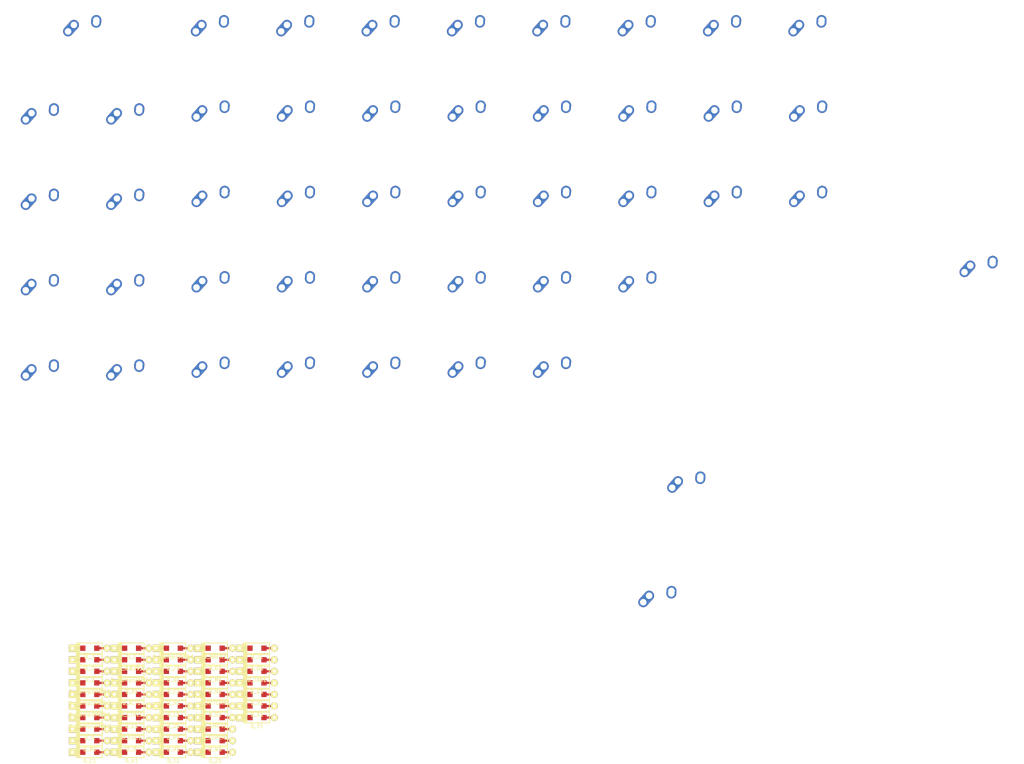
<source format=kicad_pcb>
(kicad_pcb (version 20171130) (host pcbnew "(5.0.0-3-g5ebb6b6)")

  (general
    (thickness 1.6)
    (drawings 0)
    (tracks 0)
    (zones 0)
    (modules 94)
    (nets 64)
  )

  (page A4)
  (layers
    (0 F.Cu signal)
    (31 B.Cu signal)
    (32 B.Adhes user)
    (33 F.Adhes user)
    (34 B.Paste user)
    (35 F.Paste user)
    (36 B.SilkS user)
    (37 F.SilkS user)
    (38 B.Mask user)
    (39 F.Mask user)
    (40 Dwgs.User user)
    (41 Cmts.User user)
    (42 Eco1.User user)
    (43 Eco2.User user)
    (44 Edge.Cuts user)
    (45 Margin user)
    (46 B.CrtYd user)
    (47 F.CrtYd user)
    (48 B.Fab user)
    (49 F.Fab user)
  )

  (setup
    (last_trace_width 0.25)
    (trace_clearance 0.2)
    (zone_clearance 0.508)
    (zone_45_only no)
    (trace_min 0.2)
    (segment_width 0.2)
    (edge_width 0.1)
    (via_size 0.8)
    (via_drill 0.4)
    (via_min_size 0.4)
    (via_min_drill 0.3)
    (uvia_size 0.3)
    (uvia_drill 0.1)
    (uvias_allowed no)
    (uvia_min_size 0.2)
    (uvia_min_drill 0.1)
    (pcb_text_width 0.3)
    (pcb_text_size 1.5 1.5)
    (mod_edge_width 0.15)
    (mod_text_size 1 1)
    (mod_text_width 0.15)
    (pad_size 1.5 1.5)
    (pad_drill 0.6)
    (pad_to_mask_clearance 0)
    (aux_axis_origin 0 0)
    (visible_elements FFFFFF7F)
    (pcbplotparams
      (layerselection 0x010fc_ffffffff)
      (usegerberextensions false)
      (usegerberattributes false)
      (usegerberadvancedattributes false)
      (creategerberjobfile false)
      (excludeedgelayer true)
      (linewidth 0.100000)
      (plotframeref false)
      (viasonmask false)
      (mode 1)
      (useauxorigin false)
      (hpglpennumber 1)
      (hpglpenspeed 20)
      (hpglpendiameter 15.000000)
      (psnegative false)
      (psa4output false)
      (plotreference true)
      (plotvalue true)
      (plotinvisibletext false)
      (padsonsilk false)
      (subtractmaskfromsilk false)
      (outputformat 1)
      (mirror false)
      (drillshape 1)
      (scaleselection 1)
      (outputdirectory ""))
  )

  (net 0 "")
  (net 1 "Net-(D_.1-Pad2)")
  (net 2 /col9)
  (net 3 "Net-(D_,1-Pad2)")
  (net 4 /col8)
  (net 5 "Net-(D_1-Pad2)")
  (net 6 /col0)
  (net 7 "Net-(D_2-Pad2)")
  (net 8 /col5)
  (net 9 "Net-(D_&#39;1-Pad2)")
  (net 10 /col11)
  (net 11 "Net-(D_&amp;DARR;1-Pad2)")
  (net 12 /col4)
  (net 13 "Net-(D_&amp;DARR;2-Pad2)")
  (net 14 "Net-(D_&amp;LARR;1-Pad2)")
  (net 15 /col7)
  (net 16 "Net-(D_&amp;RARR;1-Pad2)")
  (net 17 /col10)
  (net 18 "Net-(D_&amp;UARR;1-Pad2)")
  (net 19 /col6)
  (net 20 "Net-(D_&amp;UARR;2-Pad2)")
  (net 21 "Net-(D_/1-Pad2)")
  (net 22 "Net-(D_;1-Pad2)")
  (net 23 /col1)
  (net 24 "Net-(D_A1-Pad2)")
  (net 25 "Net-(D_ALT1-Pad2)")
  (net 26 /col2)
  (net 27 "Net-(D_B1-Pad2)")
  (net 28 "Net-(D_BACK1-Pad2)")
  (net 29 "Net-(D_C1-Pad2)")
  (net 30 /col3)
  (net 31 "Net-(D_CTRL1-Pad2)")
  (net 32 "Net-(D_D1-Pad2)")
  (net 33 "Net-(D_E1-Pad2)")
  (net 34 "Net-(D_ESC1-Pad2)")
  (net 35 "Net-(D_F1-Pad2)")
  (net 36 "Net-(D_G1-Pad2)")
  (net 37 "Net-(D_H1-Pad2)")
  (net 38 "Net-(D_I1-Pad2)")
  (net 39 "Net-(D_J1-Pad2)")
  (net 40 "Net-(D_K1-Pad2)")
  (net 41 "Net-(D_L1-Pad2)")
  (net 42 "Net-(D_M1-Pad2)")
  (net 43 "Net-(D_N1-Pad2)")
  (net 44 "Net-(D_O1-Pad2)")
  (net 45 "Net-(D_P1-Pad2)")
  (net 46 "Net-(D_Q1-Pad2)")
  (net 47 "Net-(D_R1-Pad2)")
  (net 48 "Net-(D_RETURN1-Pad2)")
  (net 49 "Net-(D_S1-Pad2)")
  (net 50 "Net-(D_SHIFT1-Pad2)")
  (net 51 "Net-(D_SUPER1-Pad2)")
  (net 52 "Net-(D_T1-Pad2)")
  (net 53 "Net-(D_TAB1-Pad2)")
  (net 54 "Net-(D_U1-Pad2)")
  (net 55 "Net-(D_V1-Pad2)")
  (net 56 "Net-(D_W1-Pad2)")
  (net 57 "Net-(D_X1-Pad2)")
  (net 58 "Net-(D_Y1-Pad2)")
  (net 59 "Net-(D_Z1-Pad2)")
  (net 60 /row2)
  (net 61 /row3)
  (net 62 /row1)
  (net 63 /row0)

  (net_class Default "This is the default net class."
    (clearance 0.2)
    (trace_width 0.25)
    (via_dia 0.8)
    (via_drill 0.4)
    (uvia_dia 0.3)
    (uvia_drill 0.1)
    (add_net /col0)
    (add_net /col1)
    (add_net /col10)
    (add_net /col11)
    (add_net /col2)
    (add_net /col3)
    (add_net /col4)
    (add_net /col5)
    (add_net /col6)
    (add_net /col7)
    (add_net /col8)
    (add_net /col9)
    (add_net /row0)
    (add_net /row1)
    (add_net /row2)
    (add_net /row3)
    (add_net "Net-(D_&#39;1-Pad2)")
    (add_net "Net-(D_&amp;DARR;1-Pad2)")
    (add_net "Net-(D_&amp;DARR;2-Pad2)")
    (add_net "Net-(D_&amp;LARR;1-Pad2)")
    (add_net "Net-(D_&amp;RARR;1-Pad2)")
    (add_net "Net-(D_&amp;UARR;1-Pad2)")
    (add_net "Net-(D_&amp;UARR;2-Pad2)")
    (add_net "Net-(D_,1-Pad2)")
    (add_net "Net-(D_.1-Pad2)")
    (add_net "Net-(D_/1-Pad2)")
    (add_net "Net-(D_1-Pad2)")
    (add_net "Net-(D_2-Pad2)")
    (add_net "Net-(D_;1-Pad2)")
    (add_net "Net-(D_A1-Pad2)")
    (add_net "Net-(D_ALT1-Pad2)")
    (add_net "Net-(D_B1-Pad2)")
    (add_net "Net-(D_BACK1-Pad2)")
    (add_net "Net-(D_C1-Pad2)")
    (add_net "Net-(D_CTRL1-Pad2)")
    (add_net "Net-(D_D1-Pad2)")
    (add_net "Net-(D_E1-Pad2)")
    (add_net "Net-(D_ESC1-Pad2)")
    (add_net "Net-(D_F1-Pad2)")
    (add_net "Net-(D_G1-Pad2)")
    (add_net "Net-(D_H1-Pad2)")
    (add_net "Net-(D_I1-Pad2)")
    (add_net "Net-(D_J1-Pad2)")
    (add_net "Net-(D_K1-Pad2)")
    (add_net "Net-(D_L1-Pad2)")
    (add_net "Net-(D_M1-Pad2)")
    (add_net "Net-(D_N1-Pad2)")
    (add_net "Net-(D_O1-Pad2)")
    (add_net "Net-(D_P1-Pad2)")
    (add_net "Net-(D_Q1-Pad2)")
    (add_net "Net-(D_R1-Pad2)")
    (add_net "Net-(D_RETURN1-Pad2)")
    (add_net "Net-(D_S1-Pad2)")
    (add_net "Net-(D_SHIFT1-Pad2)")
    (add_net "Net-(D_SUPER1-Pad2)")
    (add_net "Net-(D_T1-Pad2)")
    (add_net "Net-(D_TAB1-Pad2)")
    (add_net "Net-(D_U1-Pad2)")
    (add_net "Net-(D_V1-Pad2)")
    (add_net "Net-(D_W1-Pad2)")
    (add_net "Net-(D_X1-Pad2)")
    (add_net "Net-(D_Y1-Pad2)")
    (add_net "Net-(D_Z1-Pad2)")
  )

  (module MX_Alps_Hybrid:MX-1U-NoLED (layer F.Cu) (tedit 5A9F5203) (tstamp 5C82CA0B)
    (at 61.100001 65.140001)
    (path /B7E92AAD)
    (fp_text reference K_.1 (at 0 3.175) (layer Dwgs.User)
      (effects (font (size 1 1) (thickness 0.15)))
    )
    (fp_text value KEYSW (at 0 -7.9375) (layer Dwgs.User)
      (effects (font (size 1 1) (thickness 0.15)))
    )
    (fp_line (start 5 -7) (end 7 -7) (layer Dwgs.User) (width 0.15))
    (fp_line (start 7 -7) (end 7 -5) (layer Dwgs.User) (width 0.15))
    (fp_line (start 5 7) (end 7 7) (layer Dwgs.User) (width 0.15))
    (fp_line (start 7 7) (end 7 5) (layer Dwgs.User) (width 0.15))
    (fp_line (start -7 5) (end -7 7) (layer Dwgs.User) (width 0.15))
    (fp_line (start -7 7) (end -5 7) (layer Dwgs.User) (width 0.15))
    (fp_line (start -5 -7) (end -7 -7) (layer Dwgs.User) (width 0.15))
    (fp_line (start -7 -7) (end -7 -5) (layer Dwgs.User) (width 0.15))
    (fp_line (start -9.525 -9.525) (end 9.525 -9.525) (layer Dwgs.User) (width 0.15))
    (fp_line (start 9.525 -9.525) (end 9.525 9.525) (layer Dwgs.User) (width 0.15))
    (fp_line (start 9.525 9.525) (end -9.525 9.525) (layer Dwgs.User) (width 0.15))
    (fp_line (start -9.525 9.525) (end -9.525 -9.525) (layer Dwgs.User) (width 0.15))
    (pad 2 thru_hole oval (at 2.5 -4.5 86.0548) (size 2.831378 2.25) (drill 1.47 (offset 0.290689 0)) (layers *.Cu B.Mask)
      (net 1 "Net-(D_.1-Pad2)"))
    (pad 2 thru_hole circle (at 2.54 -5.08) (size 2.25 2.25) (drill 1.47) (layers *.Cu B.Mask)
      (net 1 "Net-(D_.1-Pad2)"))
    (pad 1 thru_hole oval (at -3.81 -2.54 48.0996) (size 4.211556 2.25) (drill 1.47 (offset 0.980778 0)) (layers *.Cu B.Mask)
      (net 2 /col9))
    (pad "" np_thru_hole circle (at 0 0) (size 3.9878 3.9878) (drill 3.9878) (layers *.Cu *.Mask))
    (pad 1 thru_hole circle (at -2.5 -4) (size 2.25 2.25) (drill 1.47) (layers *.Cu B.Mask)
      (net 2 /col9))
    (pad "" np_thru_hole circle (at -5.08 0 48.0996) (size 1.75 1.75) (drill 1.75) (layers *.Cu *.Mask))
    (pad "" np_thru_hole circle (at 5.08 0 48.0996) (size 1.75 1.75) (drill 1.75) (layers *.Cu *.Mask))
  )

  (module MX_Alps_Hybrid:MX-1U-NoLED (layer F.Cu) (tedit 5A9F5203) (tstamp 5C82CA22)
    (at 61.100001 45.940001)
    (path /B7E9F40E)
    (fp_text reference K_,1 (at 0 3.175) (layer Dwgs.User)
      (effects (font (size 1 1) (thickness 0.15)))
    )
    (fp_text value KEYSW (at 0 -7.9375) (layer Dwgs.User)
      (effects (font (size 1 1) (thickness 0.15)))
    )
    (fp_line (start 5 -7) (end 7 -7) (layer Dwgs.User) (width 0.15))
    (fp_line (start 7 -7) (end 7 -5) (layer Dwgs.User) (width 0.15))
    (fp_line (start 5 7) (end 7 7) (layer Dwgs.User) (width 0.15))
    (fp_line (start 7 7) (end 7 5) (layer Dwgs.User) (width 0.15))
    (fp_line (start -7 5) (end -7 7) (layer Dwgs.User) (width 0.15))
    (fp_line (start -7 7) (end -5 7) (layer Dwgs.User) (width 0.15))
    (fp_line (start -5 -7) (end -7 -7) (layer Dwgs.User) (width 0.15))
    (fp_line (start -7 -7) (end -7 -5) (layer Dwgs.User) (width 0.15))
    (fp_line (start -9.525 -9.525) (end 9.525 -9.525) (layer Dwgs.User) (width 0.15))
    (fp_line (start 9.525 -9.525) (end 9.525 9.525) (layer Dwgs.User) (width 0.15))
    (fp_line (start 9.525 9.525) (end -9.525 9.525) (layer Dwgs.User) (width 0.15))
    (fp_line (start -9.525 9.525) (end -9.525 -9.525) (layer Dwgs.User) (width 0.15))
    (pad 2 thru_hole oval (at 2.5 -4.5 86.0548) (size 2.831378 2.25) (drill 1.47 (offset 0.290689 0)) (layers *.Cu B.Mask)
      (net 3 "Net-(D_,1-Pad2)"))
    (pad 2 thru_hole circle (at 2.54 -5.08) (size 2.25 2.25) (drill 1.47) (layers *.Cu B.Mask)
      (net 3 "Net-(D_,1-Pad2)"))
    (pad 1 thru_hole oval (at -3.81 -2.54 48.0996) (size 4.211556 2.25) (drill 1.47 (offset 0.980778 0)) (layers *.Cu B.Mask)
      (net 4 /col8))
    (pad "" np_thru_hole circle (at 0 0) (size 3.9878 3.9878) (drill 3.9878) (layers *.Cu *.Mask))
    (pad 1 thru_hole circle (at -2.5 -4) (size 2.25 2.25) (drill 1.47) (layers *.Cu B.Mask)
      (net 4 /col8))
    (pad "" np_thru_hole circle (at -5.08 0 48.0996) (size 1.75 1.75) (drill 1.75) (layers *.Cu *.Mask))
    (pad "" np_thru_hole circle (at 5.08 0 48.0996) (size 1.75 1.75) (drill 1.75) (layers *.Cu *.Mask))
  )

  (module MX_Alps_Hybrid:MX-1U-NoLED (layer F.Cu) (tedit 5A9F5203) (tstamp 5C82CA39)
    (at 99.350001 26.100001)
    (path /B7E9C4B1)
    (fp_text reference K_1 (at 0 3.175) (layer Dwgs.User)
      (effects (font (size 1 1) (thickness 0.15)))
    )
    (fp_text value KEYSW (at 0 -7.9375) (layer Dwgs.User)
      (effects (font (size 1 1) (thickness 0.15)))
    )
    (fp_line (start 5 -7) (end 7 -7) (layer Dwgs.User) (width 0.15))
    (fp_line (start 7 -7) (end 7 -5) (layer Dwgs.User) (width 0.15))
    (fp_line (start 5 7) (end 7 7) (layer Dwgs.User) (width 0.15))
    (fp_line (start 7 7) (end 7 5) (layer Dwgs.User) (width 0.15))
    (fp_line (start -7 5) (end -7 7) (layer Dwgs.User) (width 0.15))
    (fp_line (start -7 7) (end -5 7) (layer Dwgs.User) (width 0.15))
    (fp_line (start -5 -7) (end -7 -7) (layer Dwgs.User) (width 0.15))
    (fp_line (start -7 -7) (end -7 -5) (layer Dwgs.User) (width 0.15))
    (fp_line (start -9.525 -9.525) (end 9.525 -9.525) (layer Dwgs.User) (width 0.15))
    (fp_line (start 9.525 -9.525) (end 9.525 9.525) (layer Dwgs.User) (width 0.15))
    (fp_line (start 9.525 9.525) (end -9.525 9.525) (layer Dwgs.User) (width 0.15))
    (fp_line (start -9.525 9.525) (end -9.525 -9.525) (layer Dwgs.User) (width 0.15))
    (pad 2 thru_hole oval (at 2.5 -4.5 86.0548) (size 2.831378 2.25) (drill 1.47 (offset 0.290689 0)) (layers *.Cu B.Mask)
      (net 5 "Net-(D_1-Pad2)"))
    (pad 2 thru_hole circle (at 2.54 -5.08) (size 2.25 2.25) (drill 1.47) (layers *.Cu B.Mask)
      (net 5 "Net-(D_1-Pad2)"))
    (pad 1 thru_hole oval (at -3.81 -2.54 48.0996) (size 4.211556 2.25) (drill 1.47 (offset 0.980778 0)) (layers *.Cu B.Mask)
      (net 6 /col0))
    (pad "" np_thru_hole circle (at 0 0) (size 3.9878 3.9878) (drill 3.9878) (layers *.Cu *.Mask))
    (pad 1 thru_hole circle (at -2.5 -4) (size 2.25 2.25) (drill 1.47) (layers *.Cu B.Mask)
      (net 6 /col0))
    (pad "" np_thru_hole circle (at -5.08 0 48.0996) (size 1.75 1.75) (drill 1.75) (layers *.Cu *.Mask))
    (pad "" np_thru_hole circle (at 5.08 0 48.0996) (size 1.75 1.75) (drill 1.75) (layers *.Cu *.Mask))
  )

  (module MX_Alps_Hybrid:MX-2U-NoLED (layer F.Cu) (tedit 5A9F522A) (tstamp 5C82CA54)
    (at 70.625001 26.100001)
    (path /B7E966FC)
    (fp_text reference K_2 (at 0 3.175) (layer Dwgs.User)
      (effects (font (size 1 1) (thickness 0.15)))
    )
    (fp_text value KEYSW (at 0 -7.9375) (layer Dwgs.User)
      (effects (font (size 1 1) (thickness 0.15)))
    )
    (fp_line (start 5 -7) (end 7 -7) (layer Dwgs.User) (width 0.15))
    (fp_line (start 7 -7) (end 7 -5) (layer Dwgs.User) (width 0.15))
    (fp_line (start 5 7) (end 7 7) (layer Dwgs.User) (width 0.15))
    (fp_line (start 7 7) (end 7 5) (layer Dwgs.User) (width 0.15))
    (fp_line (start -7 5) (end -7 7) (layer Dwgs.User) (width 0.15))
    (fp_line (start -7 7) (end -5 7) (layer Dwgs.User) (width 0.15))
    (fp_line (start -5 -7) (end -7 -7) (layer Dwgs.User) (width 0.15))
    (fp_line (start -7 -7) (end -7 -5) (layer Dwgs.User) (width 0.15))
    (fp_line (start -19.05 -9.525) (end 19.05 -9.525) (layer Dwgs.User) (width 0.15))
    (fp_line (start 19.05 -9.525) (end 19.05 9.525) (layer Dwgs.User) (width 0.15))
    (fp_line (start -19.05 9.525) (end 19.05 9.525) (layer Dwgs.User) (width 0.15))
    (fp_line (start -19.05 9.525) (end -19.05 -9.525) (layer Dwgs.User) (width 0.15))
    (pad 2 thru_hole oval (at 2.5 -4.5 86.0548) (size 2.831378 2.25) (drill 1.47 (offset 0.290689 0)) (layers *.Cu B.Mask)
      (net 7 "Net-(D_2-Pad2)"))
    (pad 2 thru_hole circle (at 2.54 -5.08) (size 2.25 2.25) (drill 1.47) (layers *.Cu B.Mask)
      (net 7 "Net-(D_2-Pad2)"))
    (pad 1 thru_hole oval (at -3.81 -2.54 48.0996) (size 4.211556 2.25) (drill 1.47 (offset 0.980778 0)) (layers *.Cu B.Mask)
      (net 8 /col5))
    (pad "" np_thru_hole circle (at 0 0) (size 3.9878 3.9878) (drill 3.9878) (layers *.Cu *.Mask))
    (pad 1 thru_hole circle (at -2.5 -4) (size 2.25 2.25) (drill 1.47) (layers *.Cu B.Mask)
      (net 8 /col5))
    (pad "" np_thru_hole circle (at -5.08 0 48.0996) (size 1.75 1.75) (drill 1.75) (layers *.Cu *.Mask))
    (pad "" np_thru_hole circle (at 5.08 0 48.0996) (size 1.75 1.75) (drill 1.75) (layers *.Cu *.Mask))
    (pad "" np_thru_hole circle (at -11.938 -6.985) (size 3.048 3.048) (drill 3.048) (layers *.Cu *.Mask))
    (pad "" np_thru_hole circle (at 11.938 -6.985) (size 3.048 3.048) (drill 3.048) (layers *.Cu *.Mask))
    (pad "" np_thru_hole circle (at -11.938 8.255) (size 3.9878 3.9878) (drill 3.9878) (layers *.Cu *.Mask))
    (pad "" np_thru_hole circle (at 11.938 8.255) (size 3.9878 3.9878) (drill 3.9878) (layers *.Cu *.Mask))
  )

  (module MX_Alps_Hybrid:MX-1U-NoLED (layer F.Cu) (tedit 5A9F5203) (tstamp 5C82CA6B)
    (at 80.300001 45.940001)
    (path /B7E9653B)
    (fp_text reference K_&#39;1 (at 0 3.175) (layer Dwgs.User)
      (effects (font (size 1 1) (thickness 0.15)))
    )
    (fp_text value KEYSW (at 0 -7.9375) (layer Dwgs.User)
      (effects (font (size 1 1) (thickness 0.15)))
    )
    (fp_line (start 5 -7) (end 7 -7) (layer Dwgs.User) (width 0.15))
    (fp_line (start 7 -7) (end 7 -5) (layer Dwgs.User) (width 0.15))
    (fp_line (start 5 7) (end 7 7) (layer Dwgs.User) (width 0.15))
    (fp_line (start 7 7) (end 7 5) (layer Dwgs.User) (width 0.15))
    (fp_line (start -7 5) (end -7 7) (layer Dwgs.User) (width 0.15))
    (fp_line (start -7 7) (end -5 7) (layer Dwgs.User) (width 0.15))
    (fp_line (start -5 -7) (end -7 -7) (layer Dwgs.User) (width 0.15))
    (fp_line (start -7 -7) (end -7 -5) (layer Dwgs.User) (width 0.15))
    (fp_line (start -9.525 -9.525) (end 9.525 -9.525) (layer Dwgs.User) (width 0.15))
    (fp_line (start 9.525 -9.525) (end 9.525 9.525) (layer Dwgs.User) (width 0.15))
    (fp_line (start 9.525 9.525) (end -9.525 9.525) (layer Dwgs.User) (width 0.15))
    (fp_line (start -9.525 9.525) (end -9.525 -9.525) (layer Dwgs.User) (width 0.15))
    (pad 2 thru_hole oval (at 2.5 -4.5 86.0548) (size 2.831378 2.25) (drill 1.47 (offset 0.290689 0)) (layers *.Cu B.Mask)
      (net 9 "Net-(D_&#39;1-Pad2)"))
    (pad 2 thru_hole circle (at 2.54 -5.08) (size 2.25 2.25) (drill 1.47) (layers *.Cu B.Mask)
      (net 9 "Net-(D_&#39;1-Pad2)"))
    (pad 1 thru_hole oval (at -3.81 -2.54 48.0996) (size 4.211556 2.25) (drill 1.47 (offset 0.980778 0)) (layers *.Cu B.Mask)
      (net 10 /col11))
    (pad "" np_thru_hole circle (at 0 0) (size 3.9878 3.9878) (drill 3.9878) (layers *.Cu *.Mask))
    (pad 1 thru_hole circle (at -2.5 -4) (size 2.25 2.25) (drill 1.47) (layers *.Cu B.Mask)
      (net 10 /col11))
    (pad "" np_thru_hole circle (at -5.08 0 48.0996) (size 1.75 1.75) (drill 1.75) (layers *.Cu *.Mask))
    (pad "" np_thru_hole circle (at 5.08 0 48.0996) (size 1.75 1.75) (drill 1.75) (layers *.Cu *.Mask))
  )

  (module MX_Alps_Hybrid:MX-1U-NoLED (layer F.Cu) (tedit 5A9F5203) (tstamp 5C82CA82)
    (at 118.550001 26.100001)
    (path /B7E979AF)
    (fp_text reference K_&amp;DARR;1 (at 0 3.175) (layer Dwgs.User)
      (effects (font (size 1 1) (thickness 0.15)))
    )
    (fp_text value KEYSW (at 0 -7.9375) (layer Dwgs.User)
      (effects (font (size 1 1) (thickness 0.15)))
    )
    (fp_line (start 5 -7) (end 7 -7) (layer Dwgs.User) (width 0.15))
    (fp_line (start 7 -7) (end 7 -5) (layer Dwgs.User) (width 0.15))
    (fp_line (start 5 7) (end 7 7) (layer Dwgs.User) (width 0.15))
    (fp_line (start 7 7) (end 7 5) (layer Dwgs.User) (width 0.15))
    (fp_line (start -7 5) (end -7 7) (layer Dwgs.User) (width 0.15))
    (fp_line (start -7 7) (end -5 7) (layer Dwgs.User) (width 0.15))
    (fp_line (start -5 -7) (end -7 -7) (layer Dwgs.User) (width 0.15))
    (fp_line (start -7 -7) (end -7 -5) (layer Dwgs.User) (width 0.15))
    (fp_line (start -9.525 -9.525) (end 9.525 -9.525) (layer Dwgs.User) (width 0.15))
    (fp_line (start 9.525 -9.525) (end 9.525 9.525) (layer Dwgs.User) (width 0.15))
    (fp_line (start 9.525 9.525) (end -9.525 9.525) (layer Dwgs.User) (width 0.15))
    (fp_line (start -9.525 9.525) (end -9.525 -9.525) (layer Dwgs.User) (width 0.15))
    (pad 2 thru_hole oval (at 2.5 -4.5 86.0548) (size 2.831378 2.25) (drill 1.47 (offset 0.290689 0)) (layers *.Cu B.Mask)
      (net 11 "Net-(D_&amp;DARR;1-Pad2)"))
    (pad 2 thru_hole circle (at 2.54 -5.08) (size 2.25 2.25) (drill 1.47) (layers *.Cu B.Mask)
      (net 11 "Net-(D_&amp;DARR;1-Pad2)"))
    (pad 1 thru_hole oval (at -3.81 -2.54 48.0996) (size 4.211556 2.25) (drill 1.47 (offset 0.980778 0)) (layers *.Cu B.Mask)
      (net 12 /col4))
    (pad "" np_thru_hole circle (at 0 0) (size 3.9878 3.9878) (drill 3.9878) (layers *.Cu *.Mask))
    (pad 1 thru_hole circle (at -2.5 -4) (size 2.25 2.25) (drill 1.47) (layers *.Cu B.Mask)
      (net 12 /col4))
    (pad "" np_thru_hole circle (at -5.08 0 48.0996) (size 1.75 1.75) (drill 1.75) (layers *.Cu *.Mask))
    (pad "" np_thru_hole circle (at 5.08 0 48.0996) (size 1.75 1.75) (drill 1.75) (layers *.Cu *.Mask))
  )

  (module MX_Alps_Hybrid:MX-1U-NoLED (layer F.Cu) (tedit 5A9F5203) (tstamp 5C82CA99)
    (at 61.100001 84.340001)
    (path /B7E9111A)
    (fp_text reference K_&amp;DARR;2 (at 0 3.175) (layer Dwgs.User)
      (effects (font (size 1 1) (thickness 0.15)))
    )
    (fp_text value KEYSW (at 0 -7.9375) (layer Dwgs.User)
      (effects (font (size 1 1) (thickness 0.15)))
    )
    (fp_line (start 5 -7) (end 7 -7) (layer Dwgs.User) (width 0.15))
    (fp_line (start 7 -7) (end 7 -5) (layer Dwgs.User) (width 0.15))
    (fp_line (start 5 7) (end 7 7) (layer Dwgs.User) (width 0.15))
    (fp_line (start 7 7) (end 7 5) (layer Dwgs.User) (width 0.15))
    (fp_line (start -7 5) (end -7 7) (layer Dwgs.User) (width 0.15))
    (fp_line (start -7 7) (end -5 7) (layer Dwgs.User) (width 0.15))
    (fp_line (start -5 -7) (end -7 -7) (layer Dwgs.User) (width 0.15))
    (fp_line (start -7 -7) (end -7 -5) (layer Dwgs.User) (width 0.15))
    (fp_line (start -9.525 -9.525) (end 9.525 -9.525) (layer Dwgs.User) (width 0.15))
    (fp_line (start 9.525 -9.525) (end 9.525 9.525) (layer Dwgs.User) (width 0.15))
    (fp_line (start 9.525 9.525) (end -9.525 9.525) (layer Dwgs.User) (width 0.15))
    (fp_line (start -9.525 9.525) (end -9.525 -9.525) (layer Dwgs.User) (width 0.15))
    (pad 2 thru_hole oval (at 2.5 -4.5 86.0548) (size 2.831378 2.25) (drill 1.47 (offset 0.290689 0)) (layers *.Cu B.Mask)
      (net 13 "Net-(D_&amp;DARR;2-Pad2)"))
    (pad 2 thru_hole circle (at 2.54 -5.08) (size 2.25 2.25) (drill 1.47) (layers *.Cu B.Mask)
      (net 13 "Net-(D_&amp;DARR;2-Pad2)"))
    (pad 1 thru_hole oval (at -3.81 -2.54 48.0996) (size 4.211556 2.25) (drill 1.47 (offset 0.980778 0)) (layers *.Cu B.Mask)
      (net 4 /col8))
    (pad "" np_thru_hole circle (at 0 0) (size 3.9878 3.9878) (drill 3.9878) (layers *.Cu *.Mask))
    (pad 1 thru_hole circle (at -2.5 -4) (size 2.25 2.25) (drill 1.47) (layers *.Cu B.Mask)
      (net 4 /col8))
    (pad "" np_thru_hole circle (at -5.08 0 48.0996) (size 1.75 1.75) (drill 1.75) (layers *.Cu *.Mask))
    (pad "" np_thru_hole circle (at 5.08 0 48.0996) (size 1.75 1.75) (drill 1.75) (layers *.Cu *.Mask))
  )

  (module MX_Alps_Hybrid:MX-1U-NoLED (layer F.Cu) (tedit 5A9F5203) (tstamp 5C82CAB0)
    (at 80.300001 65.140001)
    (path /B7E9A508)
    (fp_text reference K_&amp;LARR;1 (at 0 3.175) (layer Dwgs.User)
      (effects (font (size 1 1) (thickness 0.15)))
    )
    (fp_text value KEYSW (at 0 -7.9375) (layer Dwgs.User)
      (effects (font (size 1 1) (thickness 0.15)))
    )
    (fp_line (start 5 -7) (end 7 -7) (layer Dwgs.User) (width 0.15))
    (fp_line (start 7 -7) (end 7 -5) (layer Dwgs.User) (width 0.15))
    (fp_line (start 5 7) (end 7 7) (layer Dwgs.User) (width 0.15))
    (fp_line (start 7 7) (end 7 5) (layer Dwgs.User) (width 0.15))
    (fp_line (start -7 5) (end -7 7) (layer Dwgs.User) (width 0.15))
    (fp_line (start -7 7) (end -5 7) (layer Dwgs.User) (width 0.15))
    (fp_line (start -5 -7) (end -7 -7) (layer Dwgs.User) (width 0.15))
    (fp_line (start -7 -7) (end -7 -5) (layer Dwgs.User) (width 0.15))
    (fp_line (start -9.525 -9.525) (end 9.525 -9.525) (layer Dwgs.User) (width 0.15))
    (fp_line (start 9.525 -9.525) (end 9.525 9.525) (layer Dwgs.User) (width 0.15))
    (fp_line (start 9.525 9.525) (end -9.525 9.525) (layer Dwgs.User) (width 0.15))
    (fp_line (start -9.525 9.525) (end -9.525 -9.525) (layer Dwgs.User) (width 0.15))
    (pad 2 thru_hole oval (at 2.5 -4.5 86.0548) (size 2.831378 2.25) (drill 1.47 (offset 0.290689 0)) (layers *.Cu B.Mask)
      (net 14 "Net-(D_&amp;LARR;1-Pad2)"))
    (pad 2 thru_hole circle (at 2.54 -5.08) (size 2.25 2.25) (drill 1.47) (layers *.Cu B.Mask)
      (net 14 "Net-(D_&amp;LARR;1-Pad2)"))
    (pad 1 thru_hole oval (at -3.81 -2.54 48.0996) (size 4.211556 2.25) (drill 1.47 (offset 0.980778 0)) (layers *.Cu B.Mask)
      (net 15 /col7))
    (pad "" np_thru_hole circle (at 0 0) (size 3.9878 3.9878) (drill 3.9878) (layers *.Cu *.Mask))
    (pad 1 thru_hole circle (at -2.5 -4) (size 2.25 2.25) (drill 1.47) (layers *.Cu B.Mask)
      (net 15 /col7))
    (pad "" np_thru_hole circle (at -5.08 0 48.0996) (size 1.75 1.75) (drill 1.75) (layers *.Cu *.Mask))
    (pad "" np_thru_hole circle (at 5.08 0 48.0996) (size 1.75 1.75) (drill 1.75) (layers *.Cu *.Mask))
  )

  (module MX_Alps_Hybrid:MX-1U-NoLED (layer F.Cu) (tedit 5A9F5203) (tstamp 5C82CAC7)
    (at 99.500001 45.300001)
    (path /B7E976F0)
    (fp_text reference K_&amp;RARR;1 (at 0 3.175) (layer Dwgs.User)
      (effects (font (size 1 1) (thickness 0.15)))
    )
    (fp_text value KEYSW (at 0 -7.9375) (layer Dwgs.User)
      (effects (font (size 1 1) (thickness 0.15)))
    )
    (fp_line (start 5 -7) (end 7 -7) (layer Dwgs.User) (width 0.15))
    (fp_line (start 7 -7) (end 7 -5) (layer Dwgs.User) (width 0.15))
    (fp_line (start 5 7) (end 7 7) (layer Dwgs.User) (width 0.15))
    (fp_line (start 7 7) (end 7 5) (layer Dwgs.User) (width 0.15))
    (fp_line (start -7 5) (end -7 7) (layer Dwgs.User) (width 0.15))
    (fp_line (start -7 7) (end -5 7) (layer Dwgs.User) (width 0.15))
    (fp_line (start -5 -7) (end -7 -7) (layer Dwgs.User) (width 0.15))
    (fp_line (start -7 -7) (end -7 -5) (layer Dwgs.User) (width 0.15))
    (fp_line (start -9.525 -9.525) (end 9.525 -9.525) (layer Dwgs.User) (width 0.15))
    (fp_line (start 9.525 -9.525) (end 9.525 9.525) (layer Dwgs.User) (width 0.15))
    (fp_line (start 9.525 9.525) (end -9.525 9.525) (layer Dwgs.User) (width 0.15))
    (fp_line (start -9.525 9.525) (end -9.525 -9.525) (layer Dwgs.User) (width 0.15))
    (pad 2 thru_hole oval (at 2.5 -4.5 86.0548) (size 2.831378 2.25) (drill 1.47 (offset 0.290689 0)) (layers *.Cu B.Mask)
      (net 16 "Net-(D_&amp;RARR;1-Pad2)"))
    (pad 2 thru_hole circle (at 2.54 -5.08) (size 2.25 2.25) (drill 1.47) (layers *.Cu B.Mask)
      (net 16 "Net-(D_&amp;RARR;1-Pad2)"))
    (pad 1 thru_hole oval (at -3.81 -2.54 48.0996) (size 4.211556 2.25) (drill 1.47 (offset 0.980778 0)) (layers *.Cu B.Mask)
      (net 17 /col10))
    (pad "" np_thru_hole circle (at 0 0) (size 3.9878 3.9878) (drill 3.9878) (layers *.Cu *.Mask))
    (pad 1 thru_hole circle (at -2.5 -4) (size 2.25 2.25) (drill 1.47) (layers *.Cu B.Mask)
      (net 17 /col10))
    (pad "" np_thru_hole circle (at -5.08 0 48.0996) (size 1.75 1.75) (drill 1.75) (layers *.Cu *.Mask))
    (pad "" np_thru_hole circle (at 5.08 0 48.0996) (size 1.75 1.75) (drill 1.75) (layers *.Cu *.Mask))
  )

  (module MX_Alps_Hybrid:MX-1U-NoLED (layer F.Cu) (tedit 5A9F5203) (tstamp 5C82CADE)
    (at 137.750001 26.100001)
    (path /B7E96F38)
    (fp_text reference K_&amp;UARR;1 (at 0 3.175) (layer Dwgs.User)
      (effects (font (size 1 1) (thickness 0.15)))
    )
    (fp_text value KEYSW (at 0 -7.9375) (layer Dwgs.User)
      (effects (font (size 1 1) (thickness 0.15)))
    )
    (fp_line (start 5 -7) (end 7 -7) (layer Dwgs.User) (width 0.15))
    (fp_line (start 7 -7) (end 7 -5) (layer Dwgs.User) (width 0.15))
    (fp_line (start 5 7) (end 7 7) (layer Dwgs.User) (width 0.15))
    (fp_line (start 7 7) (end 7 5) (layer Dwgs.User) (width 0.15))
    (fp_line (start -7 5) (end -7 7) (layer Dwgs.User) (width 0.15))
    (fp_line (start -7 7) (end -5 7) (layer Dwgs.User) (width 0.15))
    (fp_line (start -5 -7) (end -7 -7) (layer Dwgs.User) (width 0.15))
    (fp_line (start -7 -7) (end -7 -5) (layer Dwgs.User) (width 0.15))
    (fp_line (start -9.525 -9.525) (end 9.525 -9.525) (layer Dwgs.User) (width 0.15))
    (fp_line (start 9.525 -9.525) (end 9.525 9.525) (layer Dwgs.User) (width 0.15))
    (fp_line (start 9.525 9.525) (end -9.525 9.525) (layer Dwgs.User) (width 0.15))
    (fp_line (start -9.525 9.525) (end -9.525 -9.525) (layer Dwgs.User) (width 0.15))
    (pad 2 thru_hole oval (at 2.5 -4.5 86.0548) (size 2.831378 2.25) (drill 1.47 (offset 0.290689 0)) (layers *.Cu B.Mask)
      (net 18 "Net-(D_&amp;UARR;1-Pad2)"))
    (pad 2 thru_hole circle (at 2.54 -5.08) (size 2.25 2.25) (drill 1.47) (layers *.Cu B.Mask)
      (net 18 "Net-(D_&amp;UARR;1-Pad2)"))
    (pad 1 thru_hole oval (at -3.81 -2.54 48.0996) (size 4.211556 2.25) (drill 1.47 (offset 0.980778 0)) (layers *.Cu B.Mask)
      (net 19 /col6))
    (pad "" np_thru_hole circle (at 0 0) (size 3.9878 3.9878) (drill 3.9878) (layers *.Cu *.Mask))
    (pad 1 thru_hole circle (at -2.5 -4) (size 2.25 2.25) (drill 1.47) (layers *.Cu B.Mask)
      (net 19 /col6))
    (pad "" np_thru_hole circle (at -5.08 0 48.0996) (size 1.75 1.75) (drill 1.75) (layers *.Cu *.Mask))
    (pad "" np_thru_hole circle (at 5.08 0 48.0996) (size 1.75 1.75) (drill 1.75) (layers *.Cu *.Mask))
  )

  (module MX_Alps_Hybrid:MX-1U-NoLED (layer F.Cu) (tedit 5A9F5203) (tstamp 5C82CAF5)
    (at 61.100001 103.540001)
    (path /B7E9A08E)
    (fp_text reference K_&amp;UARR;2 (at 0 3.175) (layer Dwgs.User)
      (effects (font (size 1 1) (thickness 0.15)))
    )
    (fp_text value KEYSW (at 0 -7.9375) (layer Dwgs.User)
      (effects (font (size 1 1) (thickness 0.15)))
    )
    (fp_line (start 5 -7) (end 7 -7) (layer Dwgs.User) (width 0.15))
    (fp_line (start 7 -7) (end 7 -5) (layer Dwgs.User) (width 0.15))
    (fp_line (start 5 7) (end 7 7) (layer Dwgs.User) (width 0.15))
    (fp_line (start 7 7) (end 7 5) (layer Dwgs.User) (width 0.15))
    (fp_line (start -7 5) (end -7 7) (layer Dwgs.User) (width 0.15))
    (fp_line (start -7 7) (end -5 7) (layer Dwgs.User) (width 0.15))
    (fp_line (start -5 -7) (end -7 -7) (layer Dwgs.User) (width 0.15))
    (fp_line (start -7 -7) (end -7 -5) (layer Dwgs.User) (width 0.15))
    (fp_line (start -9.525 -9.525) (end 9.525 -9.525) (layer Dwgs.User) (width 0.15))
    (fp_line (start 9.525 -9.525) (end 9.525 9.525) (layer Dwgs.User) (width 0.15))
    (fp_line (start 9.525 9.525) (end -9.525 9.525) (layer Dwgs.User) (width 0.15))
    (fp_line (start -9.525 9.525) (end -9.525 -9.525) (layer Dwgs.User) (width 0.15))
    (pad 2 thru_hole oval (at 2.5 -4.5 86.0548) (size 2.831378 2.25) (drill 1.47 (offset 0.290689 0)) (layers *.Cu B.Mask)
      (net 20 "Net-(D_&amp;UARR;2-Pad2)"))
    (pad 2 thru_hole circle (at 2.54 -5.08) (size 2.25 2.25) (drill 1.47) (layers *.Cu B.Mask)
      (net 20 "Net-(D_&amp;UARR;2-Pad2)"))
    (pad 1 thru_hole oval (at -3.81 -2.54 48.0996) (size 4.211556 2.25) (drill 1.47 (offset 0.980778 0)) (layers *.Cu B.Mask)
      (net 2 /col9))
    (pad "" np_thru_hole circle (at 0 0) (size 3.9878 3.9878) (drill 3.9878) (layers *.Cu *.Mask))
    (pad 1 thru_hole circle (at -2.5 -4) (size 2.25 2.25) (drill 1.47) (layers *.Cu B.Mask)
      (net 2 /col9))
    (pad "" np_thru_hole circle (at -5.08 0 48.0996) (size 1.75 1.75) (drill 1.75) (layers *.Cu *.Mask))
    (pad "" np_thru_hole circle (at 5.08 0 48.0996) (size 1.75 1.75) (drill 1.75) (layers *.Cu *.Mask))
  )

  (module MX_Alps_Hybrid:MX-1U-NoLED (layer F.Cu) (tedit 5A9F5203) (tstamp 5C82CB0C)
    (at 118.700001 45.300001)
    (path /B7E91F6F)
    (fp_text reference K_/1 (at 0 3.175) (layer Dwgs.User)
      (effects (font (size 1 1) (thickness 0.15)))
    )
    (fp_text value KEYSW (at 0 -7.9375) (layer Dwgs.User)
      (effects (font (size 1 1) (thickness 0.15)))
    )
    (fp_line (start 5 -7) (end 7 -7) (layer Dwgs.User) (width 0.15))
    (fp_line (start 7 -7) (end 7 -5) (layer Dwgs.User) (width 0.15))
    (fp_line (start 5 7) (end 7 7) (layer Dwgs.User) (width 0.15))
    (fp_line (start 7 7) (end 7 5) (layer Dwgs.User) (width 0.15))
    (fp_line (start -7 5) (end -7 7) (layer Dwgs.User) (width 0.15))
    (fp_line (start -7 7) (end -5 7) (layer Dwgs.User) (width 0.15))
    (fp_line (start -5 -7) (end -7 -7) (layer Dwgs.User) (width 0.15))
    (fp_line (start -7 -7) (end -7 -5) (layer Dwgs.User) (width 0.15))
    (fp_line (start -9.525 -9.525) (end 9.525 -9.525) (layer Dwgs.User) (width 0.15))
    (fp_line (start 9.525 -9.525) (end 9.525 9.525) (layer Dwgs.User) (width 0.15))
    (fp_line (start 9.525 9.525) (end -9.525 9.525) (layer Dwgs.User) (width 0.15))
    (fp_line (start -9.525 9.525) (end -9.525 -9.525) (layer Dwgs.User) (width 0.15))
    (pad 2 thru_hole oval (at 2.5 -4.5 86.0548) (size 2.831378 2.25) (drill 1.47 (offset 0.290689 0)) (layers *.Cu B.Mask)
      (net 21 "Net-(D_/1-Pad2)"))
    (pad 2 thru_hole circle (at 2.54 -5.08) (size 2.25 2.25) (drill 1.47) (layers *.Cu B.Mask)
      (net 21 "Net-(D_/1-Pad2)"))
    (pad 1 thru_hole oval (at -3.81 -2.54 48.0996) (size 4.211556 2.25) (drill 1.47 (offset 0.980778 0)) (layers *.Cu B.Mask)
      (net 17 /col10))
    (pad "" np_thru_hole circle (at 0 0) (size 3.9878 3.9878) (drill 3.9878) (layers *.Cu *.Mask))
    (pad 1 thru_hole circle (at -2.5 -4) (size 2.25 2.25) (drill 1.47) (layers *.Cu B.Mask)
      (net 17 /col10))
    (pad "" np_thru_hole circle (at -5.08 0 48.0996) (size 1.75 1.75) (drill 1.75) (layers *.Cu *.Mask))
    (pad "" np_thru_hole circle (at 5.08 0 48.0996) (size 1.75 1.75) (drill 1.75) (layers *.Cu *.Mask))
  )

  (module MX_Alps_Hybrid:MX-1U-NoLED (layer F.Cu) (tedit 5A9F5203) (tstamp 5C82CB23)
    (at 99.500001 64.500001)
    (path /B7E9CB81)
    (fp_text reference K_;1 (at 0 3.175) (layer Dwgs.User)
      (effects (font (size 1 1) (thickness 0.15)))
    )
    (fp_text value KEYSW (at 0 -7.9375) (layer Dwgs.User)
      (effects (font (size 1 1) (thickness 0.15)))
    )
    (fp_line (start -9.525 9.525) (end -9.525 -9.525) (layer Dwgs.User) (width 0.15))
    (fp_line (start 9.525 9.525) (end -9.525 9.525) (layer Dwgs.User) (width 0.15))
    (fp_line (start 9.525 -9.525) (end 9.525 9.525) (layer Dwgs.User) (width 0.15))
    (fp_line (start -9.525 -9.525) (end 9.525 -9.525) (layer Dwgs.User) (width 0.15))
    (fp_line (start -7 -7) (end -7 -5) (layer Dwgs.User) (width 0.15))
    (fp_line (start -5 -7) (end -7 -7) (layer Dwgs.User) (width 0.15))
    (fp_line (start -7 7) (end -5 7) (layer Dwgs.User) (width 0.15))
    (fp_line (start -7 5) (end -7 7) (layer Dwgs.User) (width 0.15))
    (fp_line (start 7 7) (end 7 5) (layer Dwgs.User) (width 0.15))
    (fp_line (start 5 7) (end 7 7) (layer Dwgs.User) (width 0.15))
    (fp_line (start 7 -7) (end 7 -5) (layer Dwgs.User) (width 0.15))
    (fp_line (start 5 -7) (end 7 -7) (layer Dwgs.User) (width 0.15))
    (pad "" np_thru_hole circle (at 5.08 0 48.0996) (size 1.75 1.75) (drill 1.75) (layers *.Cu *.Mask))
    (pad "" np_thru_hole circle (at -5.08 0 48.0996) (size 1.75 1.75) (drill 1.75) (layers *.Cu *.Mask))
    (pad 1 thru_hole circle (at -2.5 -4) (size 2.25 2.25) (drill 1.47) (layers *.Cu B.Mask)
      (net 17 /col10))
    (pad "" np_thru_hole circle (at 0 0) (size 3.9878 3.9878) (drill 3.9878) (layers *.Cu *.Mask))
    (pad 1 thru_hole oval (at -3.81 -2.54 48.0996) (size 4.211556 2.25) (drill 1.47 (offset 0.980778 0)) (layers *.Cu B.Mask)
      (net 17 /col10))
    (pad 2 thru_hole circle (at 2.54 -5.08) (size 2.25 2.25) (drill 1.47) (layers *.Cu B.Mask)
      (net 22 "Net-(D_;1-Pad2)"))
    (pad 2 thru_hole oval (at 2.5 -4.5 86.0548) (size 2.831378 2.25) (drill 1.47 (offset 0.290689 0)) (layers *.Cu B.Mask)
      (net 22 "Net-(D_;1-Pad2)"))
  )

  (module MX_Alps_Hybrid:MX-1U-NoLED (layer F.Cu) (tedit 5A9F5203) (tstamp 5C82CB3A)
    (at 80.300001 84.340001)
    (path /B7E9CBBF)
    (fp_text reference K_A1 (at 0 3.175) (layer Dwgs.User)
      (effects (font (size 1 1) (thickness 0.15)))
    )
    (fp_text value KEYSW (at 0 -7.9375) (layer Dwgs.User)
      (effects (font (size 1 1) (thickness 0.15)))
    )
    (fp_line (start -9.525 9.525) (end -9.525 -9.525) (layer Dwgs.User) (width 0.15))
    (fp_line (start 9.525 9.525) (end -9.525 9.525) (layer Dwgs.User) (width 0.15))
    (fp_line (start 9.525 -9.525) (end 9.525 9.525) (layer Dwgs.User) (width 0.15))
    (fp_line (start -9.525 -9.525) (end 9.525 -9.525) (layer Dwgs.User) (width 0.15))
    (fp_line (start -7 -7) (end -7 -5) (layer Dwgs.User) (width 0.15))
    (fp_line (start -5 -7) (end -7 -7) (layer Dwgs.User) (width 0.15))
    (fp_line (start -7 7) (end -5 7) (layer Dwgs.User) (width 0.15))
    (fp_line (start -7 5) (end -7 7) (layer Dwgs.User) (width 0.15))
    (fp_line (start 7 7) (end 7 5) (layer Dwgs.User) (width 0.15))
    (fp_line (start 5 7) (end 7 7) (layer Dwgs.User) (width 0.15))
    (fp_line (start 7 -7) (end 7 -5) (layer Dwgs.User) (width 0.15))
    (fp_line (start 5 -7) (end 7 -7) (layer Dwgs.User) (width 0.15))
    (pad "" np_thru_hole circle (at 5.08 0 48.0996) (size 1.75 1.75) (drill 1.75) (layers *.Cu *.Mask))
    (pad "" np_thru_hole circle (at -5.08 0 48.0996) (size 1.75 1.75) (drill 1.75) (layers *.Cu *.Mask))
    (pad 1 thru_hole circle (at -2.5 -4) (size 2.25 2.25) (drill 1.47) (layers *.Cu B.Mask)
      (net 23 /col1))
    (pad "" np_thru_hole circle (at 0 0) (size 3.9878 3.9878) (drill 3.9878) (layers *.Cu *.Mask))
    (pad 1 thru_hole oval (at -3.81 -2.54 48.0996) (size 4.211556 2.25) (drill 1.47 (offset 0.980778 0)) (layers *.Cu B.Mask)
      (net 23 /col1))
    (pad 2 thru_hole circle (at 2.54 -5.08) (size 2.25 2.25) (drill 1.47) (layers *.Cu B.Mask)
      (net 24 "Net-(D_A1-Pad2)"))
    (pad 2 thru_hole oval (at 2.5 -4.5 86.0548) (size 2.831378 2.25) (drill 1.47 (offset 0.290689 0)) (layers *.Cu B.Mask)
      (net 24 "Net-(D_A1-Pad2)"))
  )

  (module MX_Alps_Hybrid:MX-1U-NoLED (layer F.Cu) (tedit 5A9F5203) (tstamp 5C82CB51)
    (at 156.950001 26.100001)
    (path /B7E90A36)
    (fp_text reference K_ALT1 (at 0 3.175) (layer Dwgs.User)
      (effects (font (size 1 1) (thickness 0.15)))
    )
    (fp_text value KEYSW (at 0 -7.9375) (layer Dwgs.User)
      (effects (font (size 1 1) (thickness 0.15)))
    )
    (fp_line (start 5 -7) (end 7 -7) (layer Dwgs.User) (width 0.15))
    (fp_line (start 7 -7) (end 7 -5) (layer Dwgs.User) (width 0.15))
    (fp_line (start 5 7) (end 7 7) (layer Dwgs.User) (width 0.15))
    (fp_line (start 7 7) (end 7 5) (layer Dwgs.User) (width 0.15))
    (fp_line (start -7 5) (end -7 7) (layer Dwgs.User) (width 0.15))
    (fp_line (start -7 7) (end -5 7) (layer Dwgs.User) (width 0.15))
    (fp_line (start -5 -7) (end -7 -7) (layer Dwgs.User) (width 0.15))
    (fp_line (start -7 -7) (end -7 -5) (layer Dwgs.User) (width 0.15))
    (fp_line (start -9.525 -9.525) (end 9.525 -9.525) (layer Dwgs.User) (width 0.15))
    (fp_line (start 9.525 -9.525) (end 9.525 9.525) (layer Dwgs.User) (width 0.15))
    (fp_line (start 9.525 9.525) (end -9.525 9.525) (layer Dwgs.User) (width 0.15))
    (fp_line (start -9.525 9.525) (end -9.525 -9.525) (layer Dwgs.User) (width 0.15))
    (pad 2 thru_hole oval (at 2.5 -4.5 86.0548) (size 2.831378 2.25) (drill 1.47 (offset 0.290689 0)) (layers *.Cu B.Mask)
      (net 25 "Net-(D_ALT1-Pad2)"))
    (pad 2 thru_hole circle (at 2.54 -5.08) (size 2.25 2.25) (drill 1.47) (layers *.Cu B.Mask)
      (net 25 "Net-(D_ALT1-Pad2)"))
    (pad 1 thru_hole oval (at -3.81 -2.54 48.0996) (size 4.211556 2.25) (drill 1.47 (offset 0.980778 0)) (layers *.Cu B.Mask)
      (net 26 /col2))
    (pad "" np_thru_hole circle (at 0 0) (size 3.9878 3.9878) (drill 3.9878) (layers *.Cu *.Mask))
    (pad 1 thru_hole circle (at -2.5 -4) (size 2.25 2.25) (drill 1.47) (layers *.Cu B.Mask)
      (net 26 /col2))
    (pad "" np_thru_hole circle (at -5.08 0 48.0996) (size 1.75 1.75) (drill 1.75) (layers *.Cu *.Mask))
    (pad "" np_thru_hole circle (at 5.08 0 48.0996) (size 1.75 1.75) (drill 1.75) (layers *.Cu *.Mask))
  )

  (module MX_Alps_Hybrid:MX-1U-NoLED (layer F.Cu) (tedit 5A9F5203) (tstamp 5C82CB68)
    (at 118.700001 64.500001)
    (path /B7E9A504)
    (fp_text reference K_B1 (at 0 3.175) (layer Dwgs.User)
      (effects (font (size 1 1) (thickness 0.15)))
    )
    (fp_text value KEYSW (at 0 -7.9375) (layer Dwgs.User)
      (effects (font (size 1 1) (thickness 0.15)))
    )
    (fp_line (start 5 -7) (end 7 -7) (layer Dwgs.User) (width 0.15))
    (fp_line (start 7 -7) (end 7 -5) (layer Dwgs.User) (width 0.15))
    (fp_line (start 5 7) (end 7 7) (layer Dwgs.User) (width 0.15))
    (fp_line (start 7 7) (end 7 5) (layer Dwgs.User) (width 0.15))
    (fp_line (start -7 5) (end -7 7) (layer Dwgs.User) (width 0.15))
    (fp_line (start -7 7) (end -5 7) (layer Dwgs.User) (width 0.15))
    (fp_line (start -5 -7) (end -7 -7) (layer Dwgs.User) (width 0.15))
    (fp_line (start -7 -7) (end -7 -5) (layer Dwgs.User) (width 0.15))
    (fp_line (start -9.525 -9.525) (end 9.525 -9.525) (layer Dwgs.User) (width 0.15))
    (fp_line (start 9.525 -9.525) (end 9.525 9.525) (layer Dwgs.User) (width 0.15))
    (fp_line (start 9.525 9.525) (end -9.525 9.525) (layer Dwgs.User) (width 0.15))
    (fp_line (start -9.525 9.525) (end -9.525 -9.525) (layer Dwgs.User) (width 0.15))
    (pad 2 thru_hole oval (at 2.5 -4.5 86.0548) (size 2.831378 2.25) (drill 1.47 (offset 0.290689 0)) (layers *.Cu B.Mask)
      (net 27 "Net-(D_B1-Pad2)"))
    (pad 2 thru_hole circle (at 2.54 -5.08) (size 2.25 2.25) (drill 1.47) (layers *.Cu B.Mask)
      (net 27 "Net-(D_B1-Pad2)"))
    (pad 1 thru_hole oval (at -3.81 -2.54 48.0996) (size 4.211556 2.25) (drill 1.47 (offset 0.980778 0)) (layers *.Cu B.Mask)
      (net 8 /col5))
    (pad "" np_thru_hole circle (at 0 0) (size 3.9878 3.9878) (drill 3.9878) (layers *.Cu *.Mask))
    (pad 1 thru_hole circle (at -2.5 -4) (size 2.25 2.25) (drill 1.47) (layers *.Cu B.Mask)
      (net 8 /col5))
    (pad "" np_thru_hole circle (at -5.08 0 48.0996) (size 1.75 1.75) (drill 1.75) (layers *.Cu *.Mask))
    (pad "" np_thru_hole circle (at 5.08 0 48.0996) (size 1.75 1.75) (drill 1.75) (layers *.Cu *.Mask))
  )

  (module MX_Alps_Hybrid:MX-1U-NoLED (layer F.Cu) (tedit 5A9F5203) (tstamp 5C82CB7F)
    (at 99.500001 83.700001)
    (path /B7E93153)
    (fp_text reference K_BACK1 (at 0 3.175) (layer Dwgs.User)
      (effects (font (size 1 1) (thickness 0.15)))
    )
    (fp_text value KEYSW (at 0 -7.9375) (layer Dwgs.User)
      (effects (font (size 1 1) (thickness 0.15)))
    )
    (fp_line (start -9.525 9.525) (end -9.525 -9.525) (layer Dwgs.User) (width 0.15))
    (fp_line (start 9.525 9.525) (end -9.525 9.525) (layer Dwgs.User) (width 0.15))
    (fp_line (start 9.525 -9.525) (end 9.525 9.525) (layer Dwgs.User) (width 0.15))
    (fp_line (start -9.525 -9.525) (end 9.525 -9.525) (layer Dwgs.User) (width 0.15))
    (fp_line (start -7 -7) (end -7 -5) (layer Dwgs.User) (width 0.15))
    (fp_line (start -5 -7) (end -7 -7) (layer Dwgs.User) (width 0.15))
    (fp_line (start -7 7) (end -5 7) (layer Dwgs.User) (width 0.15))
    (fp_line (start -7 5) (end -7 7) (layer Dwgs.User) (width 0.15))
    (fp_line (start 7 7) (end 7 5) (layer Dwgs.User) (width 0.15))
    (fp_line (start 5 7) (end 7 7) (layer Dwgs.User) (width 0.15))
    (fp_line (start 7 -7) (end 7 -5) (layer Dwgs.User) (width 0.15))
    (fp_line (start 5 -7) (end 7 -7) (layer Dwgs.User) (width 0.15))
    (pad "" np_thru_hole circle (at 5.08 0 48.0996) (size 1.75 1.75) (drill 1.75) (layers *.Cu *.Mask))
    (pad "" np_thru_hole circle (at -5.08 0 48.0996) (size 1.75 1.75) (drill 1.75) (layers *.Cu *.Mask))
    (pad 1 thru_hole circle (at -2.5 -4) (size 2.25 2.25) (drill 1.47) (layers *.Cu B.Mask)
      (net 10 /col11))
    (pad "" np_thru_hole circle (at 0 0) (size 3.9878 3.9878) (drill 3.9878) (layers *.Cu *.Mask))
    (pad 1 thru_hole oval (at -3.81 -2.54 48.0996) (size 4.211556 2.25) (drill 1.47 (offset 0.980778 0)) (layers *.Cu B.Mask)
      (net 10 /col11))
    (pad 2 thru_hole circle (at 2.54 -5.08) (size 2.25 2.25) (drill 1.47) (layers *.Cu B.Mask)
      (net 28 "Net-(D_BACK1-Pad2)"))
    (pad 2 thru_hole oval (at 2.5 -4.5 86.0548) (size 2.831378 2.25) (drill 1.47 (offset 0.290689 0)) (layers *.Cu B.Mask)
      (net 28 "Net-(D_BACK1-Pad2)"))
  )

  (module MX_Alps_Hybrid:MX-1U-NoLED (layer F.Cu) (tedit 5A9F5203) (tstamp 5C82CB96)
    (at 137.900001 45.300001)
    (path /B7E90B42)
    (fp_text reference K_C1 (at 0 3.175) (layer Dwgs.User)
      (effects (font (size 1 1) (thickness 0.15)))
    )
    (fp_text value KEYSW (at 0 -7.9375) (layer Dwgs.User)
      (effects (font (size 1 1) (thickness 0.15)))
    )
    (fp_line (start 5 -7) (end 7 -7) (layer Dwgs.User) (width 0.15))
    (fp_line (start 7 -7) (end 7 -5) (layer Dwgs.User) (width 0.15))
    (fp_line (start 5 7) (end 7 7) (layer Dwgs.User) (width 0.15))
    (fp_line (start 7 7) (end 7 5) (layer Dwgs.User) (width 0.15))
    (fp_line (start -7 5) (end -7 7) (layer Dwgs.User) (width 0.15))
    (fp_line (start -7 7) (end -5 7) (layer Dwgs.User) (width 0.15))
    (fp_line (start -5 -7) (end -7 -7) (layer Dwgs.User) (width 0.15))
    (fp_line (start -7 -7) (end -7 -5) (layer Dwgs.User) (width 0.15))
    (fp_line (start -9.525 -9.525) (end 9.525 -9.525) (layer Dwgs.User) (width 0.15))
    (fp_line (start 9.525 -9.525) (end 9.525 9.525) (layer Dwgs.User) (width 0.15))
    (fp_line (start 9.525 9.525) (end -9.525 9.525) (layer Dwgs.User) (width 0.15))
    (fp_line (start -9.525 9.525) (end -9.525 -9.525) (layer Dwgs.User) (width 0.15))
    (pad 2 thru_hole oval (at 2.5 -4.5 86.0548) (size 2.831378 2.25) (drill 1.47 (offset 0.290689 0)) (layers *.Cu B.Mask)
      (net 29 "Net-(D_C1-Pad2)"))
    (pad 2 thru_hole circle (at 2.54 -5.08) (size 2.25 2.25) (drill 1.47) (layers *.Cu B.Mask)
      (net 29 "Net-(D_C1-Pad2)"))
    (pad 1 thru_hole oval (at -3.81 -2.54 48.0996) (size 4.211556 2.25) (drill 1.47 (offset 0.980778 0)) (layers *.Cu B.Mask)
      (net 30 /col3))
    (pad "" np_thru_hole circle (at 0 0) (size 3.9878 3.9878) (drill 3.9878) (layers *.Cu *.Mask))
    (pad 1 thru_hole circle (at -2.5 -4) (size 2.25 2.25) (drill 1.47) (layers *.Cu B.Mask)
      (net 30 /col3))
    (pad "" np_thru_hole circle (at -5.08 0 48.0996) (size 1.75 1.75) (drill 1.75) (layers *.Cu *.Mask))
    (pad "" np_thru_hole circle (at 5.08 0 48.0996) (size 1.75 1.75) (drill 1.75) (layers *.Cu *.Mask))
  )

  (module MX_Alps_Hybrid:MX-1U-NoLED (layer F.Cu) (tedit 5A9F5203) (tstamp 5C82CBAD)
    (at 80.300001 103.540001)
    (path /B7E99B63)
    (fp_text reference K_CTRL1 (at 0 3.175) (layer Dwgs.User)
      (effects (font (size 1 1) (thickness 0.15)))
    )
    (fp_text value KEYSW (at 0 -7.9375) (layer Dwgs.User)
      (effects (font (size 1 1) (thickness 0.15)))
    )
    (fp_line (start 5 -7) (end 7 -7) (layer Dwgs.User) (width 0.15))
    (fp_line (start 7 -7) (end 7 -5) (layer Dwgs.User) (width 0.15))
    (fp_line (start 5 7) (end 7 7) (layer Dwgs.User) (width 0.15))
    (fp_line (start 7 7) (end 7 5) (layer Dwgs.User) (width 0.15))
    (fp_line (start -7 5) (end -7 7) (layer Dwgs.User) (width 0.15))
    (fp_line (start -7 7) (end -5 7) (layer Dwgs.User) (width 0.15))
    (fp_line (start -5 -7) (end -7 -7) (layer Dwgs.User) (width 0.15))
    (fp_line (start -7 -7) (end -7 -5) (layer Dwgs.User) (width 0.15))
    (fp_line (start -9.525 -9.525) (end 9.525 -9.525) (layer Dwgs.User) (width 0.15))
    (fp_line (start 9.525 -9.525) (end 9.525 9.525) (layer Dwgs.User) (width 0.15))
    (fp_line (start 9.525 9.525) (end -9.525 9.525) (layer Dwgs.User) (width 0.15))
    (fp_line (start -9.525 9.525) (end -9.525 -9.525) (layer Dwgs.User) (width 0.15))
    (pad 2 thru_hole oval (at 2.5 -4.5 86.0548) (size 2.831378 2.25) (drill 1.47 (offset 0.290689 0)) (layers *.Cu B.Mask)
      (net 31 "Net-(D_CTRL1-Pad2)"))
    (pad 2 thru_hole circle (at 2.54 -5.08) (size 2.25 2.25) (drill 1.47) (layers *.Cu B.Mask)
      (net 31 "Net-(D_CTRL1-Pad2)"))
    (pad 1 thru_hole oval (at -3.81 -2.54 48.0996) (size 4.211556 2.25) (drill 1.47 (offset 0.980778 0)) (layers *.Cu B.Mask)
      (net 23 /col1))
    (pad "" np_thru_hole circle (at 0 0) (size 3.9878 3.9878) (drill 3.9878) (layers *.Cu *.Mask))
    (pad 1 thru_hole circle (at -2.5 -4) (size 2.25 2.25) (drill 1.47) (layers *.Cu B.Mask)
      (net 23 /col1))
    (pad "" np_thru_hole circle (at -5.08 0 48.0996) (size 1.75 1.75) (drill 1.75) (layers *.Cu *.Mask))
    (pad "" np_thru_hole circle (at 5.08 0 48.0996) (size 1.75 1.75) (drill 1.75) (layers *.Cu *.Mask))
  )

  (module MX_Alps_Hybrid:MX-1U-NoLED (layer F.Cu) (tedit 5A9F5203) (tstamp 5C82CBC4)
    (at 176.150001 26.100001)
    (path /B7E9008B)
    (fp_text reference K_D1 (at 0 3.175) (layer Dwgs.User)
      (effects (font (size 1 1) (thickness 0.15)))
    )
    (fp_text value KEYSW (at 0 -7.9375) (layer Dwgs.User)
      (effects (font (size 1 1) (thickness 0.15)))
    )
    (fp_line (start -9.525 9.525) (end -9.525 -9.525) (layer Dwgs.User) (width 0.15))
    (fp_line (start 9.525 9.525) (end -9.525 9.525) (layer Dwgs.User) (width 0.15))
    (fp_line (start 9.525 -9.525) (end 9.525 9.525) (layer Dwgs.User) (width 0.15))
    (fp_line (start -9.525 -9.525) (end 9.525 -9.525) (layer Dwgs.User) (width 0.15))
    (fp_line (start -7 -7) (end -7 -5) (layer Dwgs.User) (width 0.15))
    (fp_line (start -5 -7) (end -7 -7) (layer Dwgs.User) (width 0.15))
    (fp_line (start -7 7) (end -5 7) (layer Dwgs.User) (width 0.15))
    (fp_line (start -7 5) (end -7 7) (layer Dwgs.User) (width 0.15))
    (fp_line (start 7 7) (end 7 5) (layer Dwgs.User) (width 0.15))
    (fp_line (start 5 7) (end 7 7) (layer Dwgs.User) (width 0.15))
    (fp_line (start 7 -7) (end 7 -5) (layer Dwgs.User) (width 0.15))
    (fp_line (start 5 -7) (end 7 -7) (layer Dwgs.User) (width 0.15))
    (pad "" np_thru_hole circle (at 5.08 0 48.0996) (size 1.75 1.75) (drill 1.75) (layers *.Cu *.Mask))
    (pad "" np_thru_hole circle (at -5.08 0 48.0996) (size 1.75 1.75) (drill 1.75) (layers *.Cu *.Mask))
    (pad 1 thru_hole circle (at -2.5 -4) (size 2.25 2.25) (drill 1.47) (layers *.Cu B.Mask)
      (net 30 /col3))
    (pad "" np_thru_hole circle (at 0 0) (size 3.9878 3.9878) (drill 3.9878) (layers *.Cu *.Mask))
    (pad 1 thru_hole oval (at -3.81 -2.54 48.0996) (size 4.211556 2.25) (drill 1.47 (offset 0.980778 0)) (layers *.Cu B.Mask)
      (net 30 /col3))
    (pad 2 thru_hole circle (at 2.54 -5.08) (size 2.25 2.25) (drill 1.47) (layers *.Cu B.Mask)
      (net 32 "Net-(D_D1-Pad2)"))
    (pad 2 thru_hole oval (at 2.5 -4.5 86.0548) (size 2.831378 2.25) (drill 1.47 (offset 0.290689 0)) (layers *.Cu B.Mask)
      (net 32 "Net-(D_D1-Pad2)"))
  )

  (module MX_Alps_Hybrid:MX-1U-NoLED (layer F.Cu) (tedit 5A9F5203) (tstamp 5C82CBDB)
    (at 118.700001 83.700001)
    (path /B7E9C374)
    (fp_text reference K_E1 (at 0 3.175) (layer Dwgs.User)
      (effects (font (size 1 1) (thickness 0.15)))
    )
    (fp_text value KEYSW (at 0 -7.9375) (layer Dwgs.User)
      (effects (font (size 1 1) (thickness 0.15)))
    )
    (fp_line (start -9.525 9.525) (end -9.525 -9.525) (layer Dwgs.User) (width 0.15))
    (fp_line (start 9.525 9.525) (end -9.525 9.525) (layer Dwgs.User) (width 0.15))
    (fp_line (start 9.525 -9.525) (end 9.525 9.525) (layer Dwgs.User) (width 0.15))
    (fp_line (start -9.525 -9.525) (end 9.525 -9.525) (layer Dwgs.User) (width 0.15))
    (fp_line (start -7 -7) (end -7 -5) (layer Dwgs.User) (width 0.15))
    (fp_line (start -5 -7) (end -7 -7) (layer Dwgs.User) (width 0.15))
    (fp_line (start -7 7) (end -5 7) (layer Dwgs.User) (width 0.15))
    (fp_line (start -7 5) (end -7 7) (layer Dwgs.User) (width 0.15))
    (fp_line (start 7 7) (end 7 5) (layer Dwgs.User) (width 0.15))
    (fp_line (start 5 7) (end 7 7) (layer Dwgs.User) (width 0.15))
    (fp_line (start 7 -7) (end 7 -5) (layer Dwgs.User) (width 0.15))
    (fp_line (start 5 -7) (end 7 -7) (layer Dwgs.User) (width 0.15))
    (pad "" np_thru_hole circle (at 5.08 0 48.0996) (size 1.75 1.75) (drill 1.75) (layers *.Cu *.Mask))
    (pad "" np_thru_hole circle (at -5.08 0 48.0996) (size 1.75 1.75) (drill 1.75) (layers *.Cu *.Mask))
    (pad 1 thru_hole circle (at -2.5 -4) (size 2.25 2.25) (drill 1.47) (layers *.Cu B.Mask)
      (net 30 /col3))
    (pad "" np_thru_hole circle (at 0 0) (size 3.9878 3.9878) (drill 3.9878) (layers *.Cu *.Mask))
    (pad 1 thru_hole oval (at -3.81 -2.54 48.0996) (size 4.211556 2.25) (drill 1.47 (offset 0.980778 0)) (layers *.Cu B.Mask)
      (net 30 /col3))
    (pad 2 thru_hole circle (at 2.54 -5.08) (size 2.25 2.25) (drill 1.47) (layers *.Cu B.Mask)
      (net 33 "Net-(D_E1-Pad2)"))
    (pad 2 thru_hole oval (at 2.5 -4.5 86.0548) (size 2.831378 2.25) (drill 1.47 (offset 0.290689 0)) (layers *.Cu B.Mask)
      (net 33 "Net-(D_E1-Pad2)"))
  )

  (module MX_Alps_Hybrid:MX-1U-NoLED (layer F.Cu) (tedit 5A9F5203) (tstamp 5C82CBF2)
    (at 137.900001 64.500001)
    (path /B7E90AEA)
    (fp_text reference K_ESC1 (at 0 3.175) (layer Dwgs.User)
      (effects (font (size 1 1) (thickness 0.15)))
    )
    (fp_text value KEYSW (at 0 -7.9375) (layer Dwgs.User)
      (effects (font (size 1 1) (thickness 0.15)))
    )
    (fp_line (start -9.525 9.525) (end -9.525 -9.525) (layer Dwgs.User) (width 0.15))
    (fp_line (start 9.525 9.525) (end -9.525 9.525) (layer Dwgs.User) (width 0.15))
    (fp_line (start 9.525 -9.525) (end 9.525 9.525) (layer Dwgs.User) (width 0.15))
    (fp_line (start -9.525 -9.525) (end 9.525 -9.525) (layer Dwgs.User) (width 0.15))
    (fp_line (start -7 -7) (end -7 -5) (layer Dwgs.User) (width 0.15))
    (fp_line (start -5 -7) (end -7 -7) (layer Dwgs.User) (width 0.15))
    (fp_line (start -7 7) (end -5 7) (layer Dwgs.User) (width 0.15))
    (fp_line (start -7 5) (end -7 7) (layer Dwgs.User) (width 0.15))
    (fp_line (start 7 7) (end 7 5) (layer Dwgs.User) (width 0.15))
    (fp_line (start 5 7) (end 7 7) (layer Dwgs.User) (width 0.15))
    (fp_line (start 7 -7) (end 7 -5) (layer Dwgs.User) (width 0.15))
    (fp_line (start 5 -7) (end 7 -7) (layer Dwgs.User) (width 0.15))
    (pad "" np_thru_hole circle (at 5.08 0 48.0996) (size 1.75 1.75) (drill 1.75) (layers *.Cu *.Mask))
    (pad "" np_thru_hole circle (at -5.08 0 48.0996) (size 1.75 1.75) (drill 1.75) (layers *.Cu *.Mask))
    (pad 1 thru_hole circle (at -2.5 -4) (size 2.25 2.25) (drill 1.47) (layers *.Cu B.Mask)
      (net 6 /col0))
    (pad "" np_thru_hole circle (at 0 0) (size 3.9878 3.9878) (drill 3.9878) (layers *.Cu *.Mask))
    (pad 1 thru_hole oval (at -3.81 -2.54 48.0996) (size 4.211556 2.25) (drill 1.47 (offset 0.980778 0)) (layers *.Cu B.Mask)
      (net 6 /col0))
    (pad 2 thru_hole circle (at 2.54 -5.08) (size 2.25 2.25) (drill 1.47) (layers *.Cu B.Mask)
      (net 34 "Net-(D_ESC1-Pad2)"))
    (pad 2 thru_hole oval (at 2.5 -4.5 86.0548) (size 2.831378 2.25) (drill 1.47 (offset 0.290689 0)) (layers *.Cu B.Mask)
      (net 34 "Net-(D_ESC1-Pad2)"))
  )

  (module MX_Alps_Hybrid:MX-1U-NoLED (layer F.Cu) (tedit 5A9F5203) (tstamp 5C82CC09)
    (at 99.500001 102.900001)
    (path /B7E934AD)
    (fp_text reference K_F1 (at 0 3.175) (layer Dwgs.User)
      (effects (font (size 1 1) (thickness 0.15)))
    )
    (fp_text value KEYSW (at 0 -7.9375) (layer Dwgs.User)
      (effects (font (size 1 1) (thickness 0.15)))
    )
    (fp_line (start -9.525 9.525) (end -9.525 -9.525) (layer Dwgs.User) (width 0.15))
    (fp_line (start 9.525 9.525) (end -9.525 9.525) (layer Dwgs.User) (width 0.15))
    (fp_line (start 9.525 -9.525) (end 9.525 9.525) (layer Dwgs.User) (width 0.15))
    (fp_line (start -9.525 -9.525) (end 9.525 -9.525) (layer Dwgs.User) (width 0.15))
    (fp_line (start -7 -7) (end -7 -5) (layer Dwgs.User) (width 0.15))
    (fp_line (start -5 -7) (end -7 -7) (layer Dwgs.User) (width 0.15))
    (fp_line (start -7 7) (end -5 7) (layer Dwgs.User) (width 0.15))
    (fp_line (start -7 5) (end -7 7) (layer Dwgs.User) (width 0.15))
    (fp_line (start 7 7) (end 7 5) (layer Dwgs.User) (width 0.15))
    (fp_line (start 5 7) (end 7 7) (layer Dwgs.User) (width 0.15))
    (fp_line (start 7 -7) (end 7 -5) (layer Dwgs.User) (width 0.15))
    (fp_line (start 5 -7) (end 7 -7) (layer Dwgs.User) (width 0.15))
    (pad "" np_thru_hole circle (at 5.08 0 48.0996) (size 1.75 1.75) (drill 1.75) (layers *.Cu *.Mask))
    (pad "" np_thru_hole circle (at -5.08 0 48.0996) (size 1.75 1.75) (drill 1.75) (layers *.Cu *.Mask))
    (pad 1 thru_hole circle (at -2.5 -4) (size 2.25 2.25) (drill 1.47) (layers *.Cu B.Mask)
      (net 12 /col4))
    (pad "" np_thru_hole circle (at 0 0) (size 3.9878 3.9878) (drill 3.9878) (layers *.Cu *.Mask))
    (pad 1 thru_hole oval (at -3.81 -2.54 48.0996) (size 4.211556 2.25) (drill 1.47 (offset 0.980778 0)) (layers *.Cu B.Mask)
      (net 12 /col4))
    (pad 2 thru_hole circle (at 2.54 -5.08) (size 2.25 2.25) (drill 1.47) (layers *.Cu B.Mask)
      (net 35 "Net-(D_F1-Pad2)"))
    (pad 2 thru_hole oval (at 2.5 -4.5 86.0548) (size 2.831378 2.25) (drill 1.47 (offset 0.290689 0)) (layers *.Cu B.Mask)
      (net 35 "Net-(D_F1-Pad2)"))
  )

  (module MX_Alps_Hybrid:MX-1U-NoLED (layer F.Cu) (tedit 5A9F5203) (tstamp 5C82CC20)
    (at 157.100001 45.300001)
    (path /B7E97824)
    (fp_text reference K_G1 (at 0 3.175) (layer Dwgs.User)
      (effects (font (size 1 1) (thickness 0.15)))
    )
    (fp_text value KEYSW (at 0 -7.9375) (layer Dwgs.User)
      (effects (font (size 1 1) (thickness 0.15)))
    )
    (fp_line (start -9.525 9.525) (end -9.525 -9.525) (layer Dwgs.User) (width 0.15))
    (fp_line (start 9.525 9.525) (end -9.525 9.525) (layer Dwgs.User) (width 0.15))
    (fp_line (start 9.525 -9.525) (end 9.525 9.525) (layer Dwgs.User) (width 0.15))
    (fp_line (start -9.525 -9.525) (end 9.525 -9.525) (layer Dwgs.User) (width 0.15))
    (fp_line (start -7 -7) (end -7 -5) (layer Dwgs.User) (width 0.15))
    (fp_line (start -5 -7) (end -7 -7) (layer Dwgs.User) (width 0.15))
    (fp_line (start -7 7) (end -5 7) (layer Dwgs.User) (width 0.15))
    (fp_line (start -7 5) (end -7 7) (layer Dwgs.User) (width 0.15))
    (fp_line (start 7 7) (end 7 5) (layer Dwgs.User) (width 0.15))
    (fp_line (start 5 7) (end 7 7) (layer Dwgs.User) (width 0.15))
    (fp_line (start 7 -7) (end 7 -5) (layer Dwgs.User) (width 0.15))
    (fp_line (start 5 -7) (end 7 -7) (layer Dwgs.User) (width 0.15))
    (pad "" np_thru_hole circle (at 5.08 0 48.0996) (size 1.75 1.75) (drill 1.75) (layers *.Cu *.Mask))
    (pad "" np_thru_hole circle (at -5.08 0 48.0996) (size 1.75 1.75) (drill 1.75) (layers *.Cu *.Mask))
    (pad 1 thru_hole circle (at -2.5 -4) (size 2.25 2.25) (drill 1.47) (layers *.Cu B.Mask)
      (net 8 /col5))
    (pad "" np_thru_hole circle (at 0 0) (size 3.9878 3.9878) (drill 3.9878) (layers *.Cu *.Mask))
    (pad 1 thru_hole oval (at -3.81 -2.54 48.0996) (size 4.211556 2.25) (drill 1.47 (offset 0.980778 0)) (layers *.Cu B.Mask)
      (net 8 /col5))
    (pad 2 thru_hole circle (at 2.54 -5.08) (size 2.25 2.25) (drill 1.47) (layers *.Cu B.Mask)
      (net 36 "Net-(D_G1-Pad2)"))
    (pad 2 thru_hole oval (at 2.5 -4.5 86.0548) (size 2.831378 2.25) (drill 1.47 (offset 0.290689 0)) (layers *.Cu B.Mask)
      (net 36 "Net-(D_G1-Pad2)"))
  )

  (module MX_Alps_Hybrid:MX-1U-NoLED (layer F.Cu) (tedit 5A9F5203) (tstamp 5C82CC37)
    (at 195.350001 26.100001)
    (path /B7E93D2E)
    (fp_text reference K_H1 (at 0 3.175) (layer Dwgs.User)
      (effects (font (size 1 1) (thickness 0.15)))
    )
    (fp_text value KEYSW (at 0 -7.9375) (layer Dwgs.User)
      (effects (font (size 1 1) (thickness 0.15)))
    )
    (fp_line (start -9.525 9.525) (end -9.525 -9.525) (layer Dwgs.User) (width 0.15))
    (fp_line (start 9.525 9.525) (end -9.525 9.525) (layer Dwgs.User) (width 0.15))
    (fp_line (start 9.525 -9.525) (end 9.525 9.525) (layer Dwgs.User) (width 0.15))
    (fp_line (start -9.525 -9.525) (end 9.525 -9.525) (layer Dwgs.User) (width 0.15))
    (fp_line (start -7 -7) (end -7 -5) (layer Dwgs.User) (width 0.15))
    (fp_line (start -5 -7) (end -7 -7) (layer Dwgs.User) (width 0.15))
    (fp_line (start -7 7) (end -5 7) (layer Dwgs.User) (width 0.15))
    (fp_line (start -7 5) (end -7 7) (layer Dwgs.User) (width 0.15))
    (fp_line (start 7 7) (end 7 5) (layer Dwgs.User) (width 0.15))
    (fp_line (start 5 7) (end 7 7) (layer Dwgs.User) (width 0.15))
    (fp_line (start 7 -7) (end 7 -5) (layer Dwgs.User) (width 0.15))
    (fp_line (start 5 -7) (end 7 -7) (layer Dwgs.User) (width 0.15))
    (pad "" np_thru_hole circle (at 5.08 0 48.0996) (size 1.75 1.75) (drill 1.75) (layers *.Cu *.Mask))
    (pad "" np_thru_hole circle (at -5.08 0 48.0996) (size 1.75 1.75) (drill 1.75) (layers *.Cu *.Mask))
    (pad 1 thru_hole circle (at -2.5 -4) (size 2.25 2.25) (drill 1.47) (layers *.Cu B.Mask)
      (net 19 /col6))
    (pad "" np_thru_hole circle (at 0 0) (size 3.9878 3.9878) (drill 3.9878) (layers *.Cu *.Mask))
    (pad 1 thru_hole oval (at -3.81 -2.54 48.0996) (size 4.211556 2.25) (drill 1.47 (offset 0.980778 0)) (layers *.Cu B.Mask)
      (net 19 /col6))
    (pad 2 thru_hole circle (at 2.54 -5.08) (size 2.25 2.25) (drill 1.47) (layers *.Cu B.Mask)
      (net 37 "Net-(D_H1-Pad2)"))
    (pad 2 thru_hole oval (at 2.5 -4.5 86.0548) (size 2.831378 2.25) (drill 1.47 (offset 0.290689 0)) (layers *.Cu B.Mask)
      (net 37 "Net-(D_H1-Pad2)"))
  )

  (module MX_Alps_Hybrid:MX-1U-NoLED (layer F.Cu) (tedit 5A9F5203) (tstamp 5C82CC4E)
    (at 118.700001 102.900001)
    (path /B7E90373)
    (fp_text reference K_I1 (at 0 3.175) (layer Dwgs.User)
      (effects (font (size 1 1) (thickness 0.15)))
    )
    (fp_text value KEYSW (at 0 -7.9375) (layer Dwgs.User)
      (effects (font (size 1 1) (thickness 0.15)))
    )
    (fp_line (start -9.525 9.525) (end -9.525 -9.525) (layer Dwgs.User) (width 0.15))
    (fp_line (start 9.525 9.525) (end -9.525 9.525) (layer Dwgs.User) (width 0.15))
    (fp_line (start 9.525 -9.525) (end 9.525 9.525) (layer Dwgs.User) (width 0.15))
    (fp_line (start -9.525 -9.525) (end 9.525 -9.525) (layer Dwgs.User) (width 0.15))
    (fp_line (start -7 -7) (end -7 -5) (layer Dwgs.User) (width 0.15))
    (fp_line (start -5 -7) (end -7 -7) (layer Dwgs.User) (width 0.15))
    (fp_line (start -7 7) (end -5 7) (layer Dwgs.User) (width 0.15))
    (fp_line (start -7 5) (end -7 7) (layer Dwgs.User) (width 0.15))
    (fp_line (start 7 7) (end 7 5) (layer Dwgs.User) (width 0.15))
    (fp_line (start 5 7) (end 7 7) (layer Dwgs.User) (width 0.15))
    (fp_line (start 7 -7) (end 7 -5) (layer Dwgs.User) (width 0.15))
    (fp_line (start 5 -7) (end 7 -7) (layer Dwgs.User) (width 0.15))
    (pad "" np_thru_hole circle (at 5.08 0 48.0996) (size 1.75 1.75) (drill 1.75) (layers *.Cu *.Mask))
    (pad "" np_thru_hole circle (at -5.08 0 48.0996) (size 1.75 1.75) (drill 1.75) (layers *.Cu *.Mask))
    (pad 1 thru_hole circle (at -2.5 -4) (size 2.25 2.25) (drill 1.47) (layers *.Cu B.Mask)
      (net 4 /col8))
    (pad "" np_thru_hole circle (at 0 0) (size 3.9878 3.9878) (drill 3.9878) (layers *.Cu *.Mask))
    (pad 1 thru_hole oval (at -3.81 -2.54 48.0996) (size 4.211556 2.25) (drill 1.47 (offset 0.980778 0)) (layers *.Cu B.Mask)
      (net 4 /col8))
    (pad 2 thru_hole circle (at 2.54 -5.08) (size 2.25 2.25) (drill 1.47) (layers *.Cu B.Mask)
      (net 38 "Net-(D_I1-Pad2)"))
    (pad 2 thru_hole oval (at 2.5 -4.5 86.0548) (size 2.831378 2.25) (drill 1.47 (offset 0.290689 0)) (layers *.Cu B.Mask)
      (net 38 "Net-(D_I1-Pad2)"))
  )

  (module MX_Alps_Hybrid:MX-1U-NoLED (layer F.Cu) (tedit 5A9F5203) (tstamp 5C82CC65)
    (at 137.900001 83.700001)
    (path /B7E95349)
    (fp_text reference K_J1 (at 0 3.175) (layer Dwgs.User)
      (effects (font (size 1 1) (thickness 0.15)))
    )
    (fp_text value KEYSW (at 0 -7.9375) (layer Dwgs.User)
      (effects (font (size 1 1) (thickness 0.15)))
    )
    (fp_line (start -9.525 9.525) (end -9.525 -9.525) (layer Dwgs.User) (width 0.15))
    (fp_line (start 9.525 9.525) (end -9.525 9.525) (layer Dwgs.User) (width 0.15))
    (fp_line (start 9.525 -9.525) (end 9.525 9.525) (layer Dwgs.User) (width 0.15))
    (fp_line (start -9.525 -9.525) (end 9.525 -9.525) (layer Dwgs.User) (width 0.15))
    (fp_line (start -7 -7) (end -7 -5) (layer Dwgs.User) (width 0.15))
    (fp_line (start -5 -7) (end -7 -7) (layer Dwgs.User) (width 0.15))
    (fp_line (start -7 7) (end -5 7) (layer Dwgs.User) (width 0.15))
    (fp_line (start -7 5) (end -7 7) (layer Dwgs.User) (width 0.15))
    (fp_line (start 7 7) (end 7 5) (layer Dwgs.User) (width 0.15))
    (fp_line (start 5 7) (end 7 7) (layer Dwgs.User) (width 0.15))
    (fp_line (start 7 -7) (end 7 -5) (layer Dwgs.User) (width 0.15))
    (fp_line (start 5 -7) (end 7 -7) (layer Dwgs.User) (width 0.15))
    (pad "" np_thru_hole circle (at 5.08 0 48.0996) (size 1.75 1.75) (drill 1.75) (layers *.Cu *.Mask))
    (pad "" np_thru_hole circle (at -5.08 0 48.0996) (size 1.75 1.75) (drill 1.75) (layers *.Cu *.Mask))
    (pad 1 thru_hole circle (at -2.5 -4) (size 2.25 2.25) (drill 1.47) (layers *.Cu B.Mask)
      (net 15 /col7))
    (pad "" np_thru_hole circle (at 0 0) (size 3.9878 3.9878) (drill 3.9878) (layers *.Cu *.Mask))
    (pad 1 thru_hole oval (at -3.81 -2.54 48.0996) (size 4.211556 2.25) (drill 1.47 (offset 0.980778 0)) (layers *.Cu B.Mask)
      (net 15 /col7))
    (pad 2 thru_hole circle (at 2.54 -5.08) (size 2.25 2.25) (drill 1.47) (layers *.Cu B.Mask)
      (net 39 "Net-(D_J1-Pad2)"))
    (pad 2 thru_hole oval (at 2.5 -4.5 86.0548) (size 2.831378 2.25) (drill 1.47 (offset 0.290689 0)) (layers *.Cu B.Mask)
      (net 39 "Net-(D_J1-Pad2)"))
  )

  (module MX_Alps_Hybrid:MX-1U-NoLED (layer F.Cu) (tedit 5A9F5203) (tstamp 5C82CC7C)
    (at 157.100001 64.500001)
    (path /B7E98516)
    (fp_text reference K_K1 (at 0 3.175) (layer Dwgs.User)
      (effects (font (size 1 1) (thickness 0.15)))
    )
    (fp_text value KEYSW (at 0 -7.9375) (layer Dwgs.User)
      (effects (font (size 1 1) (thickness 0.15)))
    )
    (fp_line (start -9.525 9.525) (end -9.525 -9.525) (layer Dwgs.User) (width 0.15))
    (fp_line (start 9.525 9.525) (end -9.525 9.525) (layer Dwgs.User) (width 0.15))
    (fp_line (start 9.525 -9.525) (end 9.525 9.525) (layer Dwgs.User) (width 0.15))
    (fp_line (start -9.525 -9.525) (end 9.525 -9.525) (layer Dwgs.User) (width 0.15))
    (fp_line (start -7 -7) (end -7 -5) (layer Dwgs.User) (width 0.15))
    (fp_line (start -5 -7) (end -7 -7) (layer Dwgs.User) (width 0.15))
    (fp_line (start -7 7) (end -5 7) (layer Dwgs.User) (width 0.15))
    (fp_line (start -7 5) (end -7 7) (layer Dwgs.User) (width 0.15))
    (fp_line (start 7 7) (end 7 5) (layer Dwgs.User) (width 0.15))
    (fp_line (start 5 7) (end 7 7) (layer Dwgs.User) (width 0.15))
    (fp_line (start 7 -7) (end 7 -5) (layer Dwgs.User) (width 0.15))
    (fp_line (start 5 -7) (end 7 -7) (layer Dwgs.User) (width 0.15))
    (pad "" np_thru_hole circle (at 5.08 0 48.0996) (size 1.75 1.75) (drill 1.75) (layers *.Cu *.Mask))
    (pad "" np_thru_hole circle (at -5.08 0 48.0996) (size 1.75 1.75) (drill 1.75) (layers *.Cu *.Mask))
    (pad 1 thru_hole circle (at -2.5 -4) (size 2.25 2.25) (drill 1.47) (layers *.Cu B.Mask)
      (net 4 /col8))
    (pad "" np_thru_hole circle (at 0 0) (size 3.9878 3.9878) (drill 3.9878) (layers *.Cu *.Mask))
    (pad 1 thru_hole oval (at -3.81 -2.54 48.0996) (size 4.211556 2.25) (drill 1.47 (offset 0.980778 0)) (layers *.Cu B.Mask)
      (net 4 /col8))
    (pad 2 thru_hole circle (at 2.54 -5.08) (size 2.25 2.25) (drill 1.47) (layers *.Cu B.Mask)
      (net 40 "Net-(D_K1-Pad2)"))
    (pad 2 thru_hole oval (at 2.5 -4.5 86.0548) (size 2.831378 2.25) (drill 1.47 (offset 0.290689 0)) (layers *.Cu B.Mask)
      (net 40 "Net-(D_K1-Pad2)"))
  )

  (module MX_Alps_Hybrid:MX-1U-NoLED (layer F.Cu) (tedit 5A9F5203) (tstamp 5C82CC93)
    (at 176.300001 45.300001)
    (path /B7E9B20D)
    (fp_text reference K_L1 (at 0 3.175) (layer Dwgs.User)
      (effects (font (size 1 1) (thickness 0.15)))
    )
    (fp_text value KEYSW (at 0 -7.9375) (layer Dwgs.User)
      (effects (font (size 1 1) (thickness 0.15)))
    )
    (fp_line (start -9.525 9.525) (end -9.525 -9.525) (layer Dwgs.User) (width 0.15))
    (fp_line (start 9.525 9.525) (end -9.525 9.525) (layer Dwgs.User) (width 0.15))
    (fp_line (start 9.525 -9.525) (end 9.525 9.525) (layer Dwgs.User) (width 0.15))
    (fp_line (start -9.525 -9.525) (end 9.525 -9.525) (layer Dwgs.User) (width 0.15))
    (fp_line (start -7 -7) (end -7 -5) (layer Dwgs.User) (width 0.15))
    (fp_line (start -5 -7) (end -7 -7) (layer Dwgs.User) (width 0.15))
    (fp_line (start -7 7) (end -5 7) (layer Dwgs.User) (width 0.15))
    (fp_line (start -7 5) (end -7 7) (layer Dwgs.User) (width 0.15))
    (fp_line (start 7 7) (end 7 5) (layer Dwgs.User) (width 0.15))
    (fp_line (start 5 7) (end 7 7) (layer Dwgs.User) (width 0.15))
    (fp_line (start 7 -7) (end 7 -5) (layer Dwgs.User) (width 0.15))
    (fp_line (start 5 -7) (end 7 -7) (layer Dwgs.User) (width 0.15))
    (pad "" np_thru_hole circle (at 5.08 0 48.0996) (size 1.75 1.75) (drill 1.75) (layers *.Cu *.Mask))
    (pad "" np_thru_hole circle (at -5.08 0 48.0996) (size 1.75 1.75) (drill 1.75) (layers *.Cu *.Mask))
    (pad 1 thru_hole circle (at -2.5 -4) (size 2.25 2.25) (drill 1.47) (layers *.Cu B.Mask)
      (net 2 /col9))
    (pad "" np_thru_hole circle (at 0 0) (size 3.9878 3.9878) (drill 3.9878) (layers *.Cu *.Mask))
    (pad 1 thru_hole oval (at -3.81 -2.54 48.0996) (size 4.211556 2.25) (drill 1.47 (offset 0.980778 0)) (layers *.Cu B.Mask)
      (net 2 /col9))
    (pad 2 thru_hole circle (at 2.54 -5.08) (size 2.25 2.25) (drill 1.47) (layers *.Cu B.Mask)
      (net 41 "Net-(D_L1-Pad2)"))
    (pad 2 thru_hole oval (at 2.5 -4.5 86.0548) (size 2.831378 2.25) (drill 1.47 (offset 0.290689 0)) (layers *.Cu B.Mask)
      (net 41 "Net-(D_L1-Pad2)"))
  )

  (module MX_Alps_Hybrid:MX-1U-NoLED (layer F.Cu) (tedit 5A9F5203) (tstamp 5C82CCAA)
    (at 214.550001 26.100001)
    (path /B7E947C4)
    (fp_text reference K_M1 (at 0 3.175) (layer Dwgs.User)
      (effects (font (size 1 1) (thickness 0.15)))
    )
    (fp_text value KEYSW (at 0 -7.9375) (layer Dwgs.User)
      (effects (font (size 1 1) (thickness 0.15)))
    )
    (fp_line (start 5 -7) (end 7 -7) (layer Dwgs.User) (width 0.15))
    (fp_line (start 7 -7) (end 7 -5) (layer Dwgs.User) (width 0.15))
    (fp_line (start 5 7) (end 7 7) (layer Dwgs.User) (width 0.15))
    (fp_line (start 7 7) (end 7 5) (layer Dwgs.User) (width 0.15))
    (fp_line (start -7 5) (end -7 7) (layer Dwgs.User) (width 0.15))
    (fp_line (start -7 7) (end -5 7) (layer Dwgs.User) (width 0.15))
    (fp_line (start -5 -7) (end -7 -7) (layer Dwgs.User) (width 0.15))
    (fp_line (start -7 -7) (end -7 -5) (layer Dwgs.User) (width 0.15))
    (fp_line (start -9.525 -9.525) (end 9.525 -9.525) (layer Dwgs.User) (width 0.15))
    (fp_line (start 9.525 -9.525) (end 9.525 9.525) (layer Dwgs.User) (width 0.15))
    (fp_line (start 9.525 9.525) (end -9.525 9.525) (layer Dwgs.User) (width 0.15))
    (fp_line (start -9.525 9.525) (end -9.525 -9.525) (layer Dwgs.User) (width 0.15))
    (pad 2 thru_hole oval (at 2.5 -4.5 86.0548) (size 2.831378 2.25) (drill 1.47 (offset 0.290689 0)) (layers *.Cu B.Mask)
      (net 42 "Net-(D_M1-Pad2)"))
    (pad 2 thru_hole circle (at 2.54 -5.08) (size 2.25 2.25) (drill 1.47) (layers *.Cu B.Mask)
      (net 42 "Net-(D_M1-Pad2)"))
    (pad 1 thru_hole oval (at -3.81 -2.54 48.0996) (size 4.211556 2.25) (drill 1.47 (offset 0.980778 0)) (layers *.Cu B.Mask)
      (net 15 /col7))
    (pad "" np_thru_hole circle (at 0 0) (size 3.9878 3.9878) (drill 3.9878) (layers *.Cu *.Mask))
    (pad 1 thru_hole circle (at -2.5 -4) (size 2.25 2.25) (drill 1.47) (layers *.Cu B.Mask)
      (net 15 /col7))
    (pad "" np_thru_hole circle (at -5.08 0 48.0996) (size 1.75 1.75) (drill 1.75) (layers *.Cu *.Mask))
    (pad "" np_thru_hole circle (at 5.08 0 48.0996) (size 1.75 1.75) (drill 1.75) (layers *.Cu *.Mask))
  )

  (module MX_Alps_Hybrid:MX-1U-NoLED (layer F.Cu) (tedit 5A9F5203) (tstamp 5C82CCC1)
    (at 137.900001 102.900001)
    (path /B7E9333F)
    (fp_text reference K_N1 (at 0 3.175) (layer Dwgs.User)
      (effects (font (size 1 1) (thickness 0.15)))
    )
    (fp_text value KEYSW (at 0 -7.9375) (layer Dwgs.User)
      (effects (font (size 1 1) (thickness 0.15)))
    )
    (fp_line (start 5 -7) (end 7 -7) (layer Dwgs.User) (width 0.15))
    (fp_line (start 7 -7) (end 7 -5) (layer Dwgs.User) (width 0.15))
    (fp_line (start 5 7) (end 7 7) (layer Dwgs.User) (width 0.15))
    (fp_line (start 7 7) (end 7 5) (layer Dwgs.User) (width 0.15))
    (fp_line (start -7 5) (end -7 7) (layer Dwgs.User) (width 0.15))
    (fp_line (start -7 7) (end -5 7) (layer Dwgs.User) (width 0.15))
    (fp_line (start -5 -7) (end -7 -7) (layer Dwgs.User) (width 0.15))
    (fp_line (start -7 -7) (end -7 -5) (layer Dwgs.User) (width 0.15))
    (fp_line (start -9.525 -9.525) (end 9.525 -9.525) (layer Dwgs.User) (width 0.15))
    (fp_line (start 9.525 -9.525) (end 9.525 9.525) (layer Dwgs.User) (width 0.15))
    (fp_line (start 9.525 9.525) (end -9.525 9.525) (layer Dwgs.User) (width 0.15))
    (fp_line (start -9.525 9.525) (end -9.525 -9.525) (layer Dwgs.User) (width 0.15))
    (pad 2 thru_hole oval (at 2.5 -4.5 86.0548) (size 2.831378 2.25) (drill 1.47 (offset 0.290689 0)) (layers *.Cu B.Mask)
      (net 43 "Net-(D_N1-Pad2)"))
    (pad 2 thru_hole circle (at 2.54 -5.08) (size 2.25 2.25) (drill 1.47) (layers *.Cu B.Mask)
      (net 43 "Net-(D_N1-Pad2)"))
    (pad 1 thru_hole oval (at -3.81 -2.54 48.0996) (size 4.211556 2.25) (drill 1.47 (offset 0.980778 0)) (layers *.Cu B.Mask)
      (net 19 /col6))
    (pad "" np_thru_hole circle (at 0 0) (size 3.9878 3.9878) (drill 3.9878) (layers *.Cu *.Mask))
    (pad 1 thru_hole circle (at -2.5 -4) (size 2.25 2.25) (drill 1.47) (layers *.Cu B.Mask)
      (net 19 /col6))
    (pad "" np_thru_hole circle (at -5.08 0 48.0996) (size 1.75 1.75) (drill 1.75) (layers *.Cu *.Mask))
    (pad "" np_thru_hole circle (at 5.08 0 48.0996) (size 1.75 1.75) (drill 1.75) (layers *.Cu *.Mask))
  )

  (module MX_Alps_Hybrid:MX-1U-NoLED (layer F.Cu) (tedit 5A9F5203) (tstamp 5C82CCD8)
    (at 157.100001 83.700001)
    (path /B7E927C8)
    (fp_text reference K_O1 (at 0 3.175) (layer Dwgs.User)
      (effects (font (size 1 1) (thickness 0.15)))
    )
    (fp_text value KEYSW (at 0 -7.9375) (layer Dwgs.User)
      (effects (font (size 1 1) (thickness 0.15)))
    )
    (fp_line (start -9.525 9.525) (end -9.525 -9.525) (layer Dwgs.User) (width 0.15))
    (fp_line (start 9.525 9.525) (end -9.525 9.525) (layer Dwgs.User) (width 0.15))
    (fp_line (start 9.525 -9.525) (end 9.525 9.525) (layer Dwgs.User) (width 0.15))
    (fp_line (start -9.525 -9.525) (end 9.525 -9.525) (layer Dwgs.User) (width 0.15))
    (fp_line (start -7 -7) (end -7 -5) (layer Dwgs.User) (width 0.15))
    (fp_line (start -5 -7) (end -7 -7) (layer Dwgs.User) (width 0.15))
    (fp_line (start -7 7) (end -5 7) (layer Dwgs.User) (width 0.15))
    (fp_line (start -7 5) (end -7 7) (layer Dwgs.User) (width 0.15))
    (fp_line (start 7 7) (end 7 5) (layer Dwgs.User) (width 0.15))
    (fp_line (start 5 7) (end 7 7) (layer Dwgs.User) (width 0.15))
    (fp_line (start 7 -7) (end 7 -5) (layer Dwgs.User) (width 0.15))
    (fp_line (start 5 -7) (end 7 -7) (layer Dwgs.User) (width 0.15))
    (pad "" np_thru_hole circle (at 5.08 0 48.0996) (size 1.75 1.75) (drill 1.75) (layers *.Cu *.Mask))
    (pad "" np_thru_hole circle (at -5.08 0 48.0996) (size 1.75 1.75) (drill 1.75) (layers *.Cu *.Mask))
    (pad 1 thru_hole circle (at -2.5 -4) (size 2.25 2.25) (drill 1.47) (layers *.Cu B.Mask)
      (net 2 /col9))
    (pad "" np_thru_hole circle (at 0 0) (size 3.9878 3.9878) (drill 3.9878) (layers *.Cu *.Mask))
    (pad 1 thru_hole oval (at -3.81 -2.54 48.0996) (size 4.211556 2.25) (drill 1.47 (offset 0.980778 0)) (layers *.Cu B.Mask)
      (net 2 /col9))
    (pad 2 thru_hole circle (at 2.54 -5.08) (size 2.25 2.25) (drill 1.47) (layers *.Cu B.Mask)
      (net 44 "Net-(D_O1-Pad2)"))
    (pad 2 thru_hole oval (at 2.5 -4.5 86.0548) (size 2.831378 2.25) (drill 1.47 (offset 0.290689 0)) (layers *.Cu B.Mask)
      (net 44 "Net-(D_O1-Pad2)"))
  )

  (module MX_Alps_Hybrid:MX-1U-NoLED (layer F.Cu) (tedit 5A9F5203) (tstamp 5C82CCEF)
    (at 176.300001 64.500001)
    (path /B7E9F018)
    (fp_text reference K_P1 (at 0 3.175) (layer Dwgs.User)
      (effects (font (size 1 1) (thickness 0.15)))
    )
    (fp_text value KEYSW (at 0 -7.9375) (layer Dwgs.User)
      (effects (font (size 1 1) (thickness 0.15)))
    )
    (fp_line (start -9.525 9.525) (end -9.525 -9.525) (layer Dwgs.User) (width 0.15))
    (fp_line (start 9.525 9.525) (end -9.525 9.525) (layer Dwgs.User) (width 0.15))
    (fp_line (start 9.525 -9.525) (end 9.525 9.525) (layer Dwgs.User) (width 0.15))
    (fp_line (start -9.525 -9.525) (end 9.525 -9.525) (layer Dwgs.User) (width 0.15))
    (fp_line (start -7 -7) (end -7 -5) (layer Dwgs.User) (width 0.15))
    (fp_line (start -5 -7) (end -7 -7) (layer Dwgs.User) (width 0.15))
    (fp_line (start -7 7) (end -5 7) (layer Dwgs.User) (width 0.15))
    (fp_line (start -7 5) (end -7 7) (layer Dwgs.User) (width 0.15))
    (fp_line (start 7 7) (end 7 5) (layer Dwgs.User) (width 0.15))
    (fp_line (start 5 7) (end 7 7) (layer Dwgs.User) (width 0.15))
    (fp_line (start 7 -7) (end 7 -5) (layer Dwgs.User) (width 0.15))
    (fp_line (start 5 -7) (end 7 -7) (layer Dwgs.User) (width 0.15))
    (pad "" np_thru_hole circle (at 5.08 0 48.0996) (size 1.75 1.75) (drill 1.75) (layers *.Cu *.Mask))
    (pad "" np_thru_hole circle (at -5.08 0 48.0996) (size 1.75 1.75) (drill 1.75) (layers *.Cu *.Mask))
    (pad 1 thru_hole circle (at -2.5 -4) (size 2.25 2.25) (drill 1.47) (layers *.Cu B.Mask)
      (net 17 /col10))
    (pad "" np_thru_hole circle (at 0 0) (size 3.9878 3.9878) (drill 3.9878) (layers *.Cu *.Mask))
    (pad 1 thru_hole oval (at -3.81 -2.54 48.0996) (size 4.211556 2.25) (drill 1.47 (offset 0.980778 0)) (layers *.Cu B.Mask)
      (net 17 /col10))
    (pad 2 thru_hole circle (at 2.54 -5.08) (size 2.25 2.25) (drill 1.47) (layers *.Cu B.Mask)
      (net 45 "Net-(D_P1-Pad2)"))
    (pad 2 thru_hole oval (at 2.5 -4.5 86.0548) (size 2.831378 2.25) (drill 1.47 (offset 0.290689 0)) (layers *.Cu B.Mask)
      (net 45 "Net-(D_P1-Pad2)"))
  )

  (module MX_Alps_Hybrid:MX-1U-NoLED (layer F.Cu) (tedit 5A9F5203) (tstamp 5C82CD06)
    (at 195.500001 45.300001)
    (path /B7E977AB)
    (fp_text reference K_Q1 (at 0 3.175) (layer Dwgs.User)
      (effects (font (size 1 1) (thickness 0.15)))
    )
    (fp_text value KEYSW (at 0 -7.9375) (layer Dwgs.User)
      (effects (font (size 1 1) (thickness 0.15)))
    )
    (fp_line (start -9.525 9.525) (end -9.525 -9.525) (layer Dwgs.User) (width 0.15))
    (fp_line (start 9.525 9.525) (end -9.525 9.525) (layer Dwgs.User) (width 0.15))
    (fp_line (start 9.525 -9.525) (end 9.525 9.525) (layer Dwgs.User) (width 0.15))
    (fp_line (start -9.525 -9.525) (end 9.525 -9.525) (layer Dwgs.User) (width 0.15))
    (fp_line (start -7 -7) (end -7 -5) (layer Dwgs.User) (width 0.15))
    (fp_line (start -5 -7) (end -7 -7) (layer Dwgs.User) (width 0.15))
    (fp_line (start -7 7) (end -5 7) (layer Dwgs.User) (width 0.15))
    (fp_line (start -7 5) (end -7 7) (layer Dwgs.User) (width 0.15))
    (fp_line (start 7 7) (end 7 5) (layer Dwgs.User) (width 0.15))
    (fp_line (start 5 7) (end 7 7) (layer Dwgs.User) (width 0.15))
    (fp_line (start 7 -7) (end 7 -5) (layer Dwgs.User) (width 0.15))
    (fp_line (start 5 -7) (end 7 -7) (layer Dwgs.User) (width 0.15))
    (pad "" np_thru_hole circle (at 5.08 0 48.0996) (size 1.75 1.75) (drill 1.75) (layers *.Cu *.Mask))
    (pad "" np_thru_hole circle (at -5.08 0 48.0996) (size 1.75 1.75) (drill 1.75) (layers *.Cu *.Mask))
    (pad 1 thru_hole circle (at -2.5 -4) (size 2.25 2.25) (drill 1.47) (layers *.Cu B.Mask)
      (net 23 /col1))
    (pad "" np_thru_hole circle (at 0 0) (size 3.9878 3.9878) (drill 3.9878) (layers *.Cu *.Mask))
    (pad 1 thru_hole oval (at -3.81 -2.54 48.0996) (size 4.211556 2.25) (drill 1.47 (offset 0.980778 0)) (layers *.Cu B.Mask)
      (net 23 /col1))
    (pad 2 thru_hole circle (at 2.54 -5.08) (size 2.25 2.25) (drill 1.47) (layers *.Cu B.Mask)
      (net 46 "Net-(D_Q1-Pad2)"))
    (pad 2 thru_hole oval (at 2.5 -4.5 86.0548) (size 2.831378 2.25) (drill 1.47 (offset 0.290689 0)) (layers *.Cu B.Mask)
      (net 46 "Net-(D_Q1-Pad2)"))
  )

  (module MX_Alps_Hybrid:MX-1U-NoLED (layer F.Cu) (tedit 5A9F5203) (tstamp 5C82CD1D)
    (at 233.750001 26.100001)
    (path /B7E91974)
    (fp_text reference K_R1 (at 0 3.175) (layer Dwgs.User)
      (effects (font (size 1 1) (thickness 0.15)))
    )
    (fp_text value KEYSW (at 0 -7.9375) (layer Dwgs.User)
      (effects (font (size 1 1) (thickness 0.15)))
    )
    (fp_line (start -9.525 9.525) (end -9.525 -9.525) (layer Dwgs.User) (width 0.15))
    (fp_line (start 9.525 9.525) (end -9.525 9.525) (layer Dwgs.User) (width 0.15))
    (fp_line (start 9.525 -9.525) (end 9.525 9.525) (layer Dwgs.User) (width 0.15))
    (fp_line (start -9.525 -9.525) (end 9.525 -9.525) (layer Dwgs.User) (width 0.15))
    (fp_line (start -7 -7) (end -7 -5) (layer Dwgs.User) (width 0.15))
    (fp_line (start -5 -7) (end -7 -7) (layer Dwgs.User) (width 0.15))
    (fp_line (start -7 7) (end -5 7) (layer Dwgs.User) (width 0.15))
    (fp_line (start -7 5) (end -7 7) (layer Dwgs.User) (width 0.15))
    (fp_line (start 7 7) (end 7 5) (layer Dwgs.User) (width 0.15))
    (fp_line (start 5 7) (end 7 7) (layer Dwgs.User) (width 0.15))
    (fp_line (start 7 -7) (end 7 -5) (layer Dwgs.User) (width 0.15))
    (fp_line (start 5 -7) (end 7 -7) (layer Dwgs.User) (width 0.15))
    (pad "" np_thru_hole circle (at 5.08 0 48.0996) (size 1.75 1.75) (drill 1.75) (layers *.Cu *.Mask))
    (pad "" np_thru_hole circle (at -5.08 0 48.0996) (size 1.75 1.75) (drill 1.75) (layers *.Cu *.Mask))
    (pad 1 thru_hole circle (at -2.5 -4) (size 2.25 2.25) (drill 1.47) (layers *.Cu B.Mask)
      (net 12 /col4))
    (pad "" np_thru_hole circle (at 0 0) (size 3.9878 3.9878) (drill 3.9878) (layers *.Cu *.Mask))
    (pad 1 thru_hole oval (at -3.81 -2.54 48.0996) (size 4.211556 2.25) (drill 1.47 (offset 0.980778 0)) (layers *.Cu B.Mask)
      (net 12 /col4))
    (pad 2 thru_hole circle (at 2.54 -5.08) (size 2.25 2.25) (drill 1.47) (layers *.Cu B.Mask)
      (net 47 "Net-(D_R1-Pad2)"))
    (pad 2 thru_hole oval (at 2.5 -4.5 86.0548) (size 2.831378 2.25) (drill 1.47 (offset 0.290689 0)) (layers *.Cu B.Mask)
      (net 47 "Net-(D_R1-Pad2)"))
  )

  (module MX_Alps_Hybrid:MX-1U-NoLED (layer F.Cu) (tedit 5A9F5203) (tstamp 5C82CD34)
    (at 157.100001 102.900001)
    (path /B7E933DA)
    (fp_text reference K_RETURN1 (at 0 3.175) (layer Dwgs.User)
      (effects (font (size 1 1) (thickness 0.15)))
    )
    (fp_text value KEYSW (at 0 -7.9375) (layer Dwgs.User)
      (effects (font (size 1 1) (thickness 0.15)))
    )
    (fp_line (start 5 -7) (end 7 -7) (layer Dwgs.User) (width 0.15))
    (fp_line (start 7 -7) (end 7 -5) (layer Dwgs.User) (width 0.15))
    (fp_line (start 5 7) (end 7 7) (layer Dwgs.User) (width 0.15))
    (fp_line (start 7 7) (end 7 5) (layer Dwgs.User) (width 0.15))
    (fp_line (start -7 5) (end -7 7) (layer Dwgs.User) (width 0.15))
    (fp_line (start -7 7) (end -5 7) (layer Dwgs.User) (width 0.15))
    (fp_line (start -5 -7) (end -7 -7) (layer Dwgs.User) (width 0.15))
    (fp_line (start -7 -7) (end -7 -5) (layer Dwgs.User) (width 0.15))
    (fp_line (start -9.525 -9.525) (end 9.525 -9.525) (layer Dwgs.User) (width 0.15))
    (fp_line (start 9.525 -9.525) (end 9.525 9.525) (layer Dwgs.User) (width 0.15))
    (fp_line (start 9.525 9.525) (end -9.525 9.525) (layer Dwgs.User) (width 0.15))
    (fp_line (start -9.525 9.525) (end -9.525 -9.525) (layer Dwgs.User) (width 0.15))
    (pad 2 thru_hole oval (at 2.5 -4.5 86.0548) (size 2.831378 2.25) (drill 1.47 (offset 0.290689 0)) (layers *.Cu B.Mask)
      (net 48 "Net-(D_RETURN1-Pad2)"))
    (pad 2 thru_hole circle (at 2.54 -5.08) (size 2.25 2.25) (drill 1.47) (layers *.Cu B.Mask)
      (net 48 "Net-(D_RETURN1-Pad2)"))
    (pad 1 thru_hole oval (at -3.81 -2.54 48.0996) (size 4.211556 2.25) (drill 1.47 (offset 0.980778 0)) (layers *.Cu B.Mask)
      (net 10 /col11))
    (pad "" np_thru_hole circle (at 0 0) (size 3.9878 3.9878) (drill 3.9878) (layers *.Cu *.Mask))
    (pad 1 thru_hole circle (at -2.5 -4) (size 2.25 2.25) (drill 1.47) (layers *.Cu B.Mask)
      (net 10 /col11))
    (pad "" np_thru_hole circle (at -5.08 0 48.0996) (size 1.75 1.75) (drill 1.75) (layers *.Cu *.Mask))
    (pad "" np_thru_hole circle (at 5.08 0 48.0996) (size 1.75 1.75) (drill 1.75) (layers *.Cu *.Mask))
  )

  (module MX_Alps_Hybrid:MX-1U-NoLED (layer F.Cu) (tedit 5A9F5203) (tstamp 5C82CD4B)
    (at 176.300001 83.700001)
    (path /B7E9EC45)
    (fp_text reference K_S1 (at 0 3.175) (layer Dwgs.User)
      (effects (font (size 1 1) (thickness 0.15)))
    )
    (fp_text value KEYSW (at 0 -7.9375) (layer Dwgs.User)
      (effects (font (size 1 1) (thickness 0.15)))
    )
    (fp_line (start -9.525 9.525) (end -9.525 -9.525) (layer Dwgs.User) (width 0.15))
    (fp_line (start 9.525 9.525) (end -9.525 9.525) (layer Dwgs.User) (width 0.15))
    (fp_line (start 9.525 -9.525) (end 9.525 9.525) (layer Dwgs.User) (width 0.15))
    (fp_line (start -9.525 -9.525) (end 9.525 -9.525) (layer Dwgs.User) (width 0.15))
    (fp_line (start -7 -7) (end -7 -5) (layer Dwgs.User) (width 0.15))
    (fp_line (start -5 -7) (end -7 -7) (layer Dwgs.User) (width 0.15))
    (fp_line (start -7 7) (end -5 7) (layer Dwgs.User) (width 0.15))
    (fp_line (start -7 5) (end -7 7) (layer Dwgs.User) (width 0.15))
    (fp_line (start 7 7) (end 7 5) (layer Dwgs.User) (width 0.15))
    (fp_line (start 5 7) (end 7 7) (layer Dwgs.User) (width 0.15))
    (fp_line (start 7 -7) (end 7 -5) (layer Dwgs.User) (width 0.15))
    (fp_line (start 5 -7) (end 7 -7) (layer Dwgs.User) (width 0.15))
    (pad "" np_thru_hole circle (at 5.08 0 48.0996) (size 1.75 1.75) (drill 1.75) (layers *.Cu *.Mask))
    (pad "" np_thru_hole circle (at -5.08 0 48.0996) (size 1.75 1.75) (drill 1.75) (layers *.Cu *.Mask))
    (pad 1 thru_hole circle (at -2.5 -4) (size 2.25 2.25) (drill 1.47) (layers *.Cu B.Mask)
      (net 26 /col2))
    (pad "" np_thru_hole circle (at 0 0) (size 3.9878 3.9878) (drill 3.9878) (layers *.Cu *.Mask))
    (pad 1 thru_hole oval (at -3.81 -2.54 48.0996) (size 4.211556 2.25) (drill 1.47 (offset 0.980778 0)) (layers *.Cu B.Mask)
      (net 26 /col2))
    (pad 2 thru_hole circle (at 2.54 -5.08) (size 2.25 2.25) (drill 1.47) (layers *.Cu B.Mask)
      (net 49 "Net-(D_S1-Pad2)"))
    (pad 2 thru_hole oval (at 2.5 -4.5 86.0548) (size 2.831378 2.25) (drill 1.47 (offset 0.290689 0)) (layers *.Cu B.Mask)
      (net 49 "Net-(D_S1-Pad2)"))
  )

  (module MX_Alps_Hybrid:MX-1U-NoLED (layer F.Cu) (tedit 5A9F5203) (tstamp 5C82CD62)
    (at 195.500001 64.500001)
    (path /B7E971AB)
    (fp_text reference K_SHIFT1 (at 0 3.175) (layer Dwgs.User)
      (effects (font (size 1 1) (thickness 0.15)))
    )
    (fp_text value KEYSW (at 0 -7.9375) (layer Dwgs.User)
      (effects (font (size 1 1) (thickness 0.15)))
    )
    (fp_line (start 5 -7) (end 7 -7) (layer Dwgs.User) (width 0.15))
    (fp_line (start 7 -7) (end 7 -5) (layer Dwgs.User) (width 0.15))
    (fp_line (start 5 7) (end 7 7) (layer Dwgs.User) (width 0.15))
    (fp_line (start 7 7) (end 7 5) (layer Dwgs.User) (width 0.15))
    (fp_line (start -7 5) (end -7 7) (layer Dwgs.User) (width 0.15))
    (fp_line (start -7 7) (end -5 7) (layer Dwgs.User) (width 0.15))
    (fp_line (start -5 -7) (end -7 -7) (layer Dwgs.User) (width 0.15))
    (fp_line (start -7 -7) (end -7 -5) (layer Dwgs.User) (width 0.15))
    (fp_line (start -9.525 -9.525) (end 9.525 -9.525) (layer Dwgs.User) (width 0.15))
    (fp_line (start 9.525 -9.525) (end 9.525 9.525) (layer Dwgs.User) (width 0.15))
    (fp_line (start 9.525 9.525) (end -9.525 9.525) (layer Dwgs.User) (width 0.15))
    (fp_line (start -9.525 9.525) (end -9.525 -9.525) (layer Dwgs.User) (width 0.15))
    (pad 2 thru_hole oval (at 2.5 -4.5 86.0548) (size 2.831378 2.25) (drill 1.47 (offset 0.290689 0)) (layers *.Cu B.Mask)
      (net 50 "Net-(D_SHIFT1-Pad2)"))
    (pad 2 thru_hole circle (at 2.54 -5.08) (size 2.25 2.25) (drill 1.47) (layers *.Cu B.Mask)
      (net 50 "Net-(D_SHIFT1-Pad2)"))
    (pad 1 thru_hole oval (at -3.81 -2.54 48.0996) (size 4.211556 2.25) (drill 1.47 (offset 0.980778 0)) (layers *.Cu B.Mask)
      (net 6 /col0))
    (pad "" np_thru_hole circle (at 0 0) (size 3.9878 3.9878) (drill 3.9878) (layers *.Cu *.Mask))
    (pad 1 thru_hole circle (at -2.5 -4) (size 2.25 2.25) (drill 1.47) (layers *.Cu B.Mask)
      (net 6 /col0))
    (pad "" np_thru_hole circle (at -5.08 0 48.0996) (size 1.75 1.75) (drill 1.75) (layers *.Cu *.Mask))
    (pad "" np_thru_hole circle (at 5.08 0 48.0996) (size 1.75 1.75) (drill 1.75) (layers *.Cu *.Mask))
  )

  (module MX_Alps_Hybrid:MX-1U-NoLED (layer F.Cu) (tedit 5A9F5203) (tstamp 5C82CD79)
    (at 214.700001 45.300001)
    (path /B7E92D3F)
    (fp_text reference K_SUPER1 (at 0 3.175) (layer Dwgs.User)
      (effects (font (size 1 1) (thickness 0.15)))
    )
    (fp_text value KEYSW (at 0 -7.9375) (layer Dwgs.User)
      (effects (font (size 1 1) (thickness 0.15)))
    )
    (fp_line (start 5 -7) (end 7 -7) (layer Dwgs.User) (width 0.15))
    (fp_line (start 7 -7) (end 7 -5) (layer Dwgs.User) (width 0.15))
    (fp_line (start 5 7) (end 7 7) (layer Dwgs.User) (width 0.15))
    (fp_line (start 7 7) (end 7 5) (layer Dwgs.User) (width 0.15))
    (fp_line (start -7 5) (end -7 7) (layer Dwgs.User) (width 0.15))
    (fp_line (start -7 7) (end -5 7) (layer Dwgs.User) (width 0.15))
    (fp_line (start -5 -7) (end -7 -7) (layer Dwgs.User) (width 0.15))
    (fp_line (start -7 -7) (end -7 -5) (layer Dwgs.User) (width 0.15))
    (fp_line (start -9.525 -9.525) (end 9.525 -9.525) (layer Dwgs.User) (width 0.15))
    (fp_line (start 9.525 -9.525) (end 9.525 9.525) (layer Dwgs.User) (width 0.15))
    (fp_line (start 9.525 9.525) (end -9.525 9.525) (layer Dwgs.User) (width 0.15))
    (fp_line (start -9.525 9.525) (end -9.525 -9.525) (layer Dwgs.User) (width 0.15))
    (pad 2 thru_hole oval (at 2.5 -4.5 86.0548) (size 2.831378 2.25) (drill 1.47 (offset 0.290689 0)) (layers *.Cu B.Mask)
      (net 51 "Net-(D_SUPER1-Pad2)"))
    (pad 2 thru_hole circle (at 2.54 -5.08) (size 2.25 2.25) (drill 1.47) (layers *.Cu B.Mask)
      (net 51 "Net-(D_SUPER1-Pad2)"))
    (pad 1 thru_hole oval (at -3.81 -2.54 48.0996) (size 4.211556 2.25) (drill 1.47 (offset 0.980778 0)) (layers *.Cu B.Mask)
      (net 30 /col3))
    (pad "" np_thru_hole circle (at 0 0) (size 3.9878 3.9878) (drill 3.9878) (layers *.Cu *.Mask))
    (pad 1 thru_hole circle (at -2.5 -4) (size 2.25 2.25) (drill 1.47) (layers *.Cu B.Mask)
      (net 30 /col3))
    (pad "" np_thru_hole circle (at -5.08 0 48.0996) (size 1.75 1.75) (drill 1.75) (layers *.Cu *.Mask))
    (pad "" np_thru_hole circle (at 5.08 0 48.0996) (size 1.75 1.75) (drill 1.75) (layers *.Cu *.Mask))
  )

  (module MX_Alps_Hybrid:MX-1U-NoLED (layer F.Cu) (tedit 5A9F5203) (tstamp 5C82CD90)
    (at 176.300001 102.900001)
    (path /B7E9D5A8)
    (fp_text reference K_T1 (at 0 3.175) (layer Dwgs.User)
      (effects (font (size 1 1) (thickness 0.15)))
    )
    (fp_text value KEYSW (at 0 -7.9375) (layer Dwgs.User)
      (effects (font (size 1 1) (thickness 0.15)))
    )
    (fp_line (start -9.525 9.525) (end -9.525 -9.525) (layer Dwgs.User) (width 0.15))
    (fp_line (start 9.525 9.525) (end -9.525 9.525) (layer Dwgs.User) (width 0.15))
    (fp_line (start 9.525 -9.525) (end 9.525 9.525) (layer Dwgs.User) (width 0.15))
    (fp_line (start -9.525 -9.525) (end 9.525 -9.525) (layer Dwgs.User) (width 0.15))
    (fp_line (start -7 -7) (end -7 -5) (layer Dwgs.User) (width 0.15))
    (fp_line (start -5 -7) (end -7 -7) (layer Dwgs.User) (width 0.15))
    (fp_line (start -7 7) (end -5 7) (layer Dwgs.User) (width 0.15))
    (fp_line (start -7 5) (end -7 7) (layer Dwgs.User) (width 0.15))
    (fp_line (start 7 7) (end 7 5) (layer Dwgs.User) (width 0.15))
    (fp_line (start 5 7) (end 7 7) (layer Dwgs.User) (width 0.15))
    (fp_line (start 7 -7) (end 7 -5) (layer Dwgs.User) (width 0.15))
    (fp_line (start 5 -7) (end 7 -7) (layer Dwgs.User) (width 0.15))
    (pad "" np_thru_hole circle (at 5.08 0 48.0996) (size 1.75 1.75) (drill 1.75) (layers *.Cu *.Mask))
    (pad "" np_thru_hole circle (at -5.08 0 48.0996) (size 1.75 1.75) (drill 1.75) (layers *.Cu *.Mask))
    (pad 1 thru_hole circle (at -2.5 -4) (size 2.25 2.25) (drill 1.47) (layers *.Cu B.Mask)
      (net 8 /col5))
    (pad "" np_thru_hole circle (at 0 0) (size 3.9878 3.9878) (drill 3.9878) (layers *.Cu *.Mask))
    (pad 1 thru_hole oval (at -3.81 -2.54 48.0996) (size 4.211556 2.25) (drill 1.47 (offset 0.980778 0)) (layers *.Cu B.Mask)
      (net 8 /col5))
    (pad 2 thru_hole circle (at 2.54 -5.08) (size 2.25 2.25) (drill 1.47) (layers *.Cu B.Mask)
      (net 52 "Net-(D_T1-Pad2)"))
    (pad 2 thru_hole oval (at 2.5 -4.5 86.0548) (size 2.831378 2.25) (drill 1.47 (offset 0.290689 0)) (layers *.Cu B.Mask)
      (net 52 "Net-(D_T1-Pad2)"))
  )

  (module MX_Alps_Hybrid:MX-1U-NoLED (layer F.Cu) (tedit 5A9F5203) (tstamp 5C82CDA7)
    (at 195.500001 83.700001)
    (path /B7E90786)
    (fp_text reference K_TAB1 (at 0 3.175) (layer Dwgs.User)
      (effects (font (size 1 1) (thickness 0.15)))
    )
    (fp_text value KEYSW (at 0 -7.9375) (layer Dwgs.User)
      (effects (font (size 1 1) (thickness 0.15)))
    )
    (fp_line (start -9.525 9.525) (end -9.525 -9.525) (layer Dwgs.User) (width 0.15))
    (fp_line (start 9.525 9.525) (end -9.525 9.525) (layer Dwgs.User) (width 0.15))
    (fp_line (start 9.525 -9.525) (end 9.525 9.525) (layer Dwgs.User) (width 0.15))
    (fp_line (start -9.525 -9.525) (end 9.525 -9.525) (layer Dwgs.User) (width 0.15))
    (fp_line (start -7 -7) (end -7 -5) (layer Dwgs.User) (width 0.15))
    (fp_line (start -5 -7) (end -7 -7) (layer Dwgs.User) (width 0.15))
    (fp_line (start -7 7) (end -5 7) (layer Dwgs.User) (width 0.15))
    (fp_line (start -7 5) (end -7 7) (layer Dwgs.User) (width 0.15))
    (fp_line (start 7 7) (end 7 5) (layer Dwgs.User) (width 0.15))
    (fp_line (start 5 7) (end 7 7) (layer Dwgs.User) (width 0.15))
    (fp_line (start 7 -7) (end 7 -5) (layer Dwgs.User) (width 0.15))
    (fp_line (start 5 -7) (end 7 -7) (layer Dwgs.User) (width 0.15))
    (pad "" np_thru_hole circle (at 5.08 0 48.0996) (size 1.75 1.75) (drill 1.75) (layers *.Cu *.Mask))
    (pad "" np_thru_hole circle (at -5.08 0 48.0996) (size 1.75 1.75) (drill 1.75) (layers *.Cu *.Mask))
    (pad 1 thru_hole circle (at -2.5 -4) (size 2.25 2.25) (drill 1.47) (layers *.Cu B.Mask)
      (net 6 /col0))
    (pad "" np_thru_hole circle (at 0 0) (size 3.9878 3.9878) (drill 3.9878) (layers *.Cu *.Mask))
    (pad 1 thru_hole oval (at -3.81 -2.54 48.0996) (size 4.211556 2.25) (drill 1.47 (offset 0.980778 0)) (layers *.Cu B.Mask)
      (net 6 /col0))
    (pad 2 thru_hole circle (at 2.54 -5.08) (size 2.25 2.25) (drill 1.47) (layers *.Cu B.Mask)
      (net 53 "Net-(D_TAB1-Pad2)"))
    (pad 2 thru_hole oval (at 2.5 -4.5 86.0548) (size 2.831378 2.25) (drill 1.47 (offset 0.290689 0)) (layers *.Cu B.Mask)
      (net 53 "Net-(D_TAB1-Pad2)"))
  )

  (module MX_Alps_Hybrid:MX-1U-NoLED (layer F.Cu) (tedit 5A9F5203) (tstamp 5C82CDBE)
    (at 214.700001 64.500001)
    (path /B7E95CA4)
    (fp_text reference K_U1 (at 0 3.175) (layer Dwgs.User)
      (effects (font (size 1 1) (thickness 0.15)))
    )
    (fp_text value KEYSW (at 0 -7.9375) (layer Dwgs.User)
      (effects (font (size 1 1) (thickness 0.15)))
    )
    (fp_line (start -9.525 9.525) (end -9.525 -9.525) (layer Dwgs.User) (width 0.15))
    (fp_line (start 9.525 9.525) (end -9.525 9.525) (layer Dwgs.User) (width 0.15))
    (fp_line (start 9.525 -9.525) (end 9.525 9.525) (layer Dwgs.User) (width 0.15))
    (fp_line (start -9.525 -9.525) (end 9.525 -9.525) (layer Dwgs.User) (width 0.15))
    (fp_line (start -7 -7) (end -7 -5) (layer Dwgs.User) (width 0.15))
    (fp_line (start -5 -7) (end -7 -7) (layer Dwgs.User) (width 0.15))
    (fp_line (start -7 7) (end -5 7) (layer Dwgs.User) (width 0.15))
    (fp_line (start -7 5) (end -7 7) (layer Dwgs.User) (width 0.15))
    (fp_line (start 7 7) (end 7 5) (layer Dwgs.User) (width 0.15))
    (fp_line (start 5 7) (end 7 7) (layer Dwgs.User) (width 0.15))
    (fp_line (start 7 -7) (end 7 -5) (layer Dwgs.User) (width 0.15))
    (fp_line (start 5 -7) (end 7 -7) (layer Dwgs.User) (width 0.15))
    (pad "" np_thru_hole circle (at 5.08 0 48.0996) (size 1.75 1.75) (drill 1.75) (layers *.Cu *.Mask))
    (pad "" np_thru_hole circle (at -5.08 0 48.0996) (size 1.75 1.75) (drill 1.75) (layers *.Cu *.Mask))
    (pad 1 thru_hole circle (at -2.5 -4) (size 2.25 2.25) (drill 1.47) (layers *.Cu B.Mask)
      (net 15 /col7))
    (pad "" np_thru_hole circle (at 0 0) (size 3.9878 3.9878) (drill 3.9878) (layers *.Cu *.Mask))
    (pad 1 thru_hole oval (at -3.81 -2.54 48.0996) (size 4.211556 2.25) (drill 1.47 (offset 0.980778 0)) (layers *.Cu B.Mask)
      (net 15 /col7))
    (pad 2 thru_hole circle (at 2.54 -5.08) (size 2.25 2.25) (drill 1.47) (layers *.Cu B.Mask)
      (net 54 "Net-(D_U1-Pad2)"))
    (pad 2 thru_hole oval (at 2.5 -4.5 86.0548) (size 2.831378 2.25) (drill 1.47 (offset 0.290689 0)) (layers *.Cu B.Mask)
      (net 54 "Net-(D_U1-Pad2)"))
  )

  (module MX_Alps_Hybrid:MX-1U-NoLED (layer F.Cu) (tedit 5A9F5203) (tstamp 5C82CDD5)
    (at 233.900001 45.300001)
    (path /B7E95FAA)
    (fp_text reference K_V1 (at 0 3.175) (layer Dwgs.User)
      (effects (font (size 1 1) (thickness 0.15)))
    )
    (fp_text value KEYSW (at 0 -7.9375) (layer Dwgs.User)
      (effects (font (size 1 1) (thickness 0.15)))
    )
    (fp_line (start 5 -7) (end 7 -7) (layer Dwgs.User) (width 0.15))
    (fp_line (start 7 -7) (end 7 -5) (layer Dwgs.User) (width 0.15))
    (fp_line (start 5 7) (end 7 7) (layer Dwgs.User) (width 0.15))
    (fp_line (start 7 7) (end 7 5) (layer Dwgs.User) (width 0.15))
    (fp_line (start -7 5) (end -7 7) (layer Dwgs.User) (width 0.15))
    (fp_line (start -7 7) (end -5 7) (layer Dwgs.User) (width 0.15))
    (fp_line (start -5 -7) (end -7 -7) (layer Dwgs.User) (width 0.15))
    (fp_line (start -7 -7) (end -7 -5) (layer Dwgs.User) (width 0.15))
    (fp_line (start -9.525 -9.525) (end 9.525 -9.525) (layer Dwgs.User) (width 0.15))
    (fp_line (start 9.525 -9.525) (end 9.525 9.525) (layer Dwgs.User) (width 0.15))
    (fp_line (start 9.525 9.525) (end -9.525 9.525) (layer Dwgs.User) (width 0.15))
    (fp_line (start -9.525 9.525) (end -9.525 -9.525) (layer Dwgs.User) (width 0.15))
    (pad 2 thru_hole oval (at 2.5 -4.5 86.0548) (size 2.831378 2.25) (drill 1.47 (offset 0.290689 0)) (layers *.Cu B.Mask)
      (net 55 "Net-(D_V1-Pad2)"))
    (pad 2 thru_hole circle (at 2.54 -5.08) (size 2.25 2.25) (drill 1.47) (layers *.Cu B.Mask)
      (net 55 "Net-(D_V1-Pad2)"))
    (pad 1 thru_hole oval (at -3.81 -2.54 48.0996) (size 4.211556 2.25) (drill 1.47 (offset 0.980778 0)) (layers *.Cu B.Mask)
      (net 12 /col4))
    (pad "" np_thru_hole circle (at 0 0) (size 3.9878 3.9878) (drill 3.9878) (layers *.Cu *.Mask))
    (pad 1 thru_hole circle (at -2.5 -4) (size 2.25 2.25) (drill 1.47) (layers *.Cu B.Mask)
      (net 12 /col4))
    (pad "" np_thru_hole circle (at -5.08 0 48.0996) (size 1.75 1.75) (drill 1.75) (layers *.Cu *.Mask))
    (pad "" np_thru_hole circle (at 5.08 0 48.0996) (size 1.75 1.75) (drill 1.75) (layers *.Cu *.Mask))
  )

  (module MX_Alps_Hybrid:MX-1U-NoLED (layer F.Cu) (tedit 5A9F5203) (tstamp 5C82CDEC)
    (at 206.5 128.75)
    (path /B7E9AE8E)
    (fp_text reference K_W1 (at 0 3.175) (layer Dwgs.User)
      (effects (font (size 1 1) (thickness 0.15)))
    )
    (fp_text value KEYSW (at 0 -7.9375) (layer Dwgs.User)
      (effects (font (size 1 1) (thickness 0.15)))
    )
    (fp_line (start -9.525 9.525) (end -9.525 -9.525) (layer Dwgs.User) (width 0.15))
    (fp_line (start 9.525 9.525) (end -9.525 9.525) (layer Dwgs.User) (width 0.15))
    (fp_line (start 9.525 -9.525) (end 9.525 9.525) (layer Dwgs.User) (width 0.15))
    (fp_line (start -9.525 -9.525) (end 9.525 -9.525) (layer Dwgs.User) (width 0.15))
    (fp_line (start -7 -7) (end -7 -5) (layer Dwgs.User) (width 0.15))
    (fp_line (start -5 -7) (end -7 -7) (layer Dwgs.User) (width 0.15))
    (fp_line (start -7 7) (end -5 7) (layer Dwgs.User) (width 0.15))
    (fp_line (start -7 5) (end -7 7) (layer Dwgs.User) (width 0.15))
    (fp_line (start 7 7) (end 7 5) (layer Dwgs.User) (width 0.15))
    (fp_line (start 5 7) (end 7 7) (layer Dwgs.User) (width 0.15))
    (fp_line (start 7 -7) (end 7 -5) (layer Dwgs.User) (width 0.15))
    (fp_line (start 5 -7) (end 7 -7) (layer Dwgs.User) (width 0.15))
    (pad "" np_thru_hole circle (at 5.08 0 48.0996) (size 1.75 1.75) (drill 1.75) (layers *.Cu *.Mask))
    (pad "" np_thru_hole circle (at -5.08 0 48.0996) (size 1.75 1.75) (drill 1.75) (layers *.Cu *.Mask))
    (pad 1 thru_hole circle (at -2.5 -4) (size 2.25 2.25) (drill 1.47) (layers *.Cu B.Mask)
      (net 26 /col2))
    (pad "" np_thru_hole circle (at 0 0) (size 3.9878 3.9878) (drill 3.9878) (layers *.Cu *.Mask))
    (pad 1 thru_hole oval (at -3.81 -2.54 48.0996) (size 4.211556 2.25) (drill 1.47 (offset 0.980778 0)) (layers *.Cu B.Mask)
      (net 26 /col2))
    (pad 2 thru_hole circle (at 2.54 -5.08) (size 2.25 2.25) (drill 1.47) (layers *.Cu B.Mask)
      (net 56 "Net-(D_W1-Pad2)"))
    (pad 2 thru_hole oval (at 2.5 -4.5 86.0548) (size 2.831378 2.25) (drill 1.47 (offset 0.290689 0)) (layers *.Cu B.Mask)
      (net 56 "Net-(D_W1-Pad2)"))
  )

  (module MX_Alps_Hybrid:MX-1U-NoLED (layer F.Cu) (tedit 5A9F5203) (tstamp 5C82CE03)
    (at 200 154.5)
    (path /B7E95FA7)
    (fp_text reference K_X1 (at 0 3.175) (layer Dwgs.User)
      (effects (font (size 1 1) (thickness 0.15)))
    )
    (fp_text value KEYSW (at 0 -7.9375) (layer Dwgs.User)
      (effects (font (size 1 1) (thickness 0.15)))
    )
    (fp_line (start 5 -7) (end 7 -7) (layer Dwgs.User) (width 0.15))
    (fp_line (start 7 -7) (end 7 -5) (layer Dwgs.User) (width 0.15))
    (fp_line (start 5 7) (end 7 7) (layer Dwgs.User) (width 0.15))
    (fp_line (start 7 7) (end 7 5) (layer Dwgs.User) (width 0.15))
    (fp_line (start -7 5) (end -7 7) (layer Dwgs.User) (width 0.15))
    (fp_line (start -7 7) (end -5 7) (layer Dwgs.User) (width 0.15))
    (fp_line (start -5 -7) (end -7 -7) (layer Dwgs.User) (width 0.15))
    (fp_line (start -7 -7) (end -7 -5) (layer Dwgs.User) (width 0.15))
    (fp_line (start -9.525 -9.525) (end 9.525 -9.525) (layer Dwgs.User) (width 0.15))
    (fp_line (start 9.525 -9.525) (end 9.525 9.525) (layer Dwgs.User) (width 0.15))
    (fp_line (start 9.525 9.525) (end -9.525 9.525) (layer Dwgs.User) (width 0.15))
    (fp_line (start -9.525 9.525) (end -9.525 -9.525) (layer Dwgs.User) (width 0.15))
    (pad 2 thru_hole oval (at 2.5 -4.5 86.0548) (size 2.831378 2.25) (drill 1.47 (offset 0.290689 0)) (layers *.Cu B.Mask)
      (net 57 "Net-(D_X1-Pad2)"))
    (pad 2 thru_hole circle (at 2.54 -5.08) (size 2.25 2.25) (drill 1.47) (layers *.Cu B.Mask)
      (net 57 "Net-(D_X1-Pad2)"))
    (pad 1 thru_hole oval (at -3.81 -2.54 48.0996) (size 4.211556 2.25) (drill 1.47 (offset 0.980778 0)) (layers *.Cu B.Mask)
      (net 26 /col2))
    (pad "" np_thru_hole circle (at 0 0) (size 3.9878 3.9878) (drill 3.9878) (layers *.Cu *.Mask))
    (pad 1 thru_hole circle (at -2.5 -4) (size 2.25 2.25) (drill 1.47) (layers *.Cu B.Mask)
      (net 26 /col2))
    (pad "" np_thru_hole circle (at -5.08 0 48.0996) (size 1.75 1.75) (drill 1.75) (layers *.Cu *.Mask))
    (pad "" np_thru_hole circle (at 5.08 0 48.0996) (size 1.75 1.75) (drill 1.75) (layers *.Cu *.Mask))
  )

  (module MX_Alps_Hybrid:MX-1U-NoLED (layer F.Cu) (tedit 5A9F5203) (tstamp 5C82CE1A)
    (at 233.900001 64.500001)
    (path /5C85431E)
    (fp_text reference K_Y1 (at 0 3.175) (layer Dwgs.User)
      (effects (font (size 1 1) (thickness 0.15)))
    )
    (fp_text value KEYSW (at 0 -7.9375) (layer Dwgs.User)
      (effects (font (size 1 1) (thickness 0.15)))
    )
    (fp_line (start -9.525 9.525) (end -9.525 -9.525) (layer Dwgs.User) (width 0.15))
    (fp_line (start 9.525 9.525) (end -9.525 9.525) (layer Dwgs.User) (width 0.15))
    (fp_line (start 9.525 -9.525) (end 9.525 9.525) (layer Dwgs.User) (width 0.15))
    (fp_line (start -9.525 -9.525) (end 9.525 -9.525) (layer Dwgs.User) (width 0.15))
    (fp_line (start -7 -7) (end -7 -5) (layer Dwgs.User) (width 0.15))
    (fp_line (start -5 -7) (end -7 -7) (layer Dwgs.User) (width 0.15))
    (fp_line (start -7 7) (end -5 7) (layer Dwgs.User) (width 0.15))
    (fp_line (start -7 5) (end -7 7) (layer Dwgs.User) (width 0.15))
    (fp_line (start 7 7) (end 7 5) (layer Dwgs.User) (width 0.15))
    (fp_line (start 5 7) (end 7 7) (layer Dwgs.User) (width 0.15))
    (fp_line (start 7 -7) (end 7 -5) (layer Dwgs.User) (width 0.15))
    (fp_line (start 5 -7) (end 7 -7) (layer Dwgs.User) (width 0.15))
    (pad "" np_thru_hole circle (at 5.08 0 48.0996) (size 1.75 1.75) (drill 1.75) (layers *.Cu *.Mask))
    (pad "" np_thru_hole circle (at -5.08 0 48.0996) (size 1.75 1.75) (drill 1.75) (layers *.Cu *.Mask))
    (pad 1 thru_hole circle (at -2.5 -4) (size 2.25 2.25) (drill 1.47) (layers *.Cu B.Mask)
      (net 19 /col6))
    (pad "" np_thru_hole circle (at 0 0) (size 3.9878 3.9878) (drill 3.9878) (layers *.Cu *.Mask))
    (pad 1 thru_hole oval (at -3.81 -2.54 48.0996) (size 4.211556 2.25) (drill 1.47 (offset 0.980778 0)) (layers *.Cu B.Mask)
      (net 19 /col6))
    (pad 2 thru_hole circle (at 2.54 -5.08) (size 2.25 2.25) (drill 1.47) (layers *.Cu B.Mask)
      (net 58 "Net-(D_Y1-Pad2)"))
    (pad 2 thru_hole oval (at 2.5 -4.5 86.0548) (size 2.831378 2.25) (drill 1.47 (offset 0.290689 0)) (layers *.Cu B.Mask)
      (net 58 "Net-(D_Y1-Pad2)"))
  )

  (module MX_Alps_Hybrid:MX-1U-NoLED (layer F.Cu) (tedit 5A9F5203) (tstamp 5C82CE31)
    (at 272.25 80.25)
    (path /B7E90AA1)
    (fp_text reference K_Z1 (at 0 3.175) (layer Dwgs.User)
      (effects (font (size 1 1) (thickness 0.15)))
    )
    (fp_text value KEYSW (at 0 -7.9375) (layer Dwgs.User)
      (effects (font (size 1 1) (thickness 0.15)))
    )
    (fp_line (start 5 -7) (end 7 -7) (layer Dwgs.User) (width 0.15))
    (fp_line (start 7 -7) (end 7 -5) (layer Dwgs.User) (width 0.15))
    (fp_line (start 5 7) (end 7 7) (layer Dwgs.User) (width 0.15))
    (fp_line (start 7 7) (end 7 5) (layer Dwgs.User) (width 0.15))
    (fp_line (start -7 5) (end -7 7) (layer Dwgs.User) (width 0.15))
    (fp_line (start -7 7) (end -5 7) (layer Dwgs.User) (width 0.15))
    (fp_line (start -5 -7) (end -7 -7) (layer Dwgs.User) (width 0.15))
    (fp_line (start -7 -7) (end -7 -5) (layer Dwgs.User) (width 0.15))
    (fp_line (start -9.525 -9.525) (end 9.525 -9.525) (layer Dwgs.User) (width 0.15))
    (fp_line (start 9.525 -9.525) (end 9.525 9.525) (layer Dwgs.User) (width 0.15))
    (fp_line (start 9.525 9.525) (end -9.525 9.525) (layer Dwgs.User) (width 0.15))
    (fp_line (start -9.525 9.525) (end -9.525 -9.525) (layer Dwgs.User) (width 0.15))
    (pad 2 thru_hole oval (at 2.5 -4.5 86.0548) (size 2.831378 2.25) (drill 1.47 (offset 0.290689 0)) (layers *.Cu B.Mask)
      (net 59 "Net-(D_Z1-Pad2)"))
    (pad 2 thru_hole circle (at 2.54 -5.08) (size 2.25 2.25) (drill 1.47) (layers *.Cu B.Mask)
      (net 59 "Net-(D_Z1-Pad2)"))
    (pad 1 thru_hole oval (at -3.81 -2.54 48.0996) (size 4.211556 2.25) (drill 1.47 (offset 0.980778 0)) (layers *.Cu B.Mask)
      (net 23 /col1))
    (pad "" np_thru_hole circle (at 0 0) (size 3.9878 3.9878) (drill 3.9878) (layers *.Cu *.Mask))
    (pad 1 thru_hole circle (at -2.5 -4) (size 2.25 2.25) (drill 1.47) (layers *.Cu B.Mask)
      (net 23 /col1))
    (pad "" np_thru_hole circle (at -5.08 0 48.0996) (size 1.75 1.75) (drill 1.75) (layers *.Cu *.Mask))
    (pad "" np_thru_hole circle (at 5.08 0 48.0996) (size 1.75 1.75) (drill 1.75) (layers *.Cu *.Mask))
  )

  (module keyboard_parts:D_SOD123_axial (layer F.Cu) (tedit 561B6A12) (tstamp 5C82DF24)
    (at 71.7 162.300001)
    (path /B7E99F09)
    (attr smd)
    (fp_text reference D_,1 (at 0 1.925) (layer F.SilkS)
      (effects (font (size 0.8 0.8) (thickness 0.15)))
    )
    (fp_text value D (at 0 -1.925) (layer F.SilkS) hide
      (effects (font (size 0.8 0.8) (thickness 0.15)))
    )
    (fp_line (start -2.275 -1.2) (end -2.275 1.2) (layer F.SilkS) (width 0.2))
    (fp_line (start -2.45 -1.2) (end -2.45 1.2) (layer F.SilkS) (width 0.2))
    (fp_line (start -2.625 -1.2) (end -2.625 1.2) (layer F.SilkS) (width 0.2))
    (fp_line (start -3.025 1.2) (end -3.025 -1.2) (layer F.SilkS) (width 0.2))
    (fp_line (start -2.8 -1.2) (end -2.8 1.2) (layer F.SilkS) (width 0.2))
    (fp_line (start -2.925 -1.2) (end -2.925 1.2) (layer F.SilkS) (width 0.2))
    (fp_line (start -3 -1.2) (end 2.8 -1.2) (layer F.SilkS) (width 0.2))
    (fp_line (start 2.8 -1.2) (end 2.8 1.2) (layer F.SilkS) (width 0.2))
    (fp_line (start 2.8 1.2) (end -3 1.2) (layer F.SilkS) (width 0.2))
    (pad 2 smd rect (at 1.575 0) (size 1.2 1.2) (layers F.Cu F.Paste F.Mask)
      (net 3 "Net-(D_,1-Pad2)"))
    (pad 1 smd rect (at -1.575 0) (size 1.2 1.2) (layers F.Cu F.Paste F.Mask)
      (net 60 /row2))
    (pad 1 thru_hole rect (at -3.9 0) (size 1.6 1.6) (drill 0.7) (layers *.Cu *.Mask F.SilkS)
      (net 60 /row2))
    (pad 2 thru_hole circle (at 3.9 0) (size 1.6 1.6) (drill 0.7) (layers *.Cu *.Mask F.SilkS)
      (net 3 "Net-(D_,1-Pad2)"))
    (pad 1 smd rect (at -2.7 0) (size 2.5 0.5) (layers F.Cu)
      (net 60 /row2) (solder_mask_margin -999))
    (pad 2 smd rect (at 2.7 0) (size 2.5 0.5) (layers F.Cu)
      (net 3 "Net-(D_,1-Pad2)") (solder_mask_margin -999))
  )

  (module keyboard_parts:D_SOD123_axial (layer F.Cu) (tedit 561B6A12) (tstamp 5C82DF37)
    (at 71.7 164.900001)
    (path /B7E941B6)
    (attr smd)
    (fp_text reference D_.1 (at 0 1.925) (layer F.SilkS)
      (effects (font (size 0.8 0.8) (thickness 0.15)))
    )
    (fp_text value D (at 0 -1.925) (layer F.SilkS) hide
      (effects (font (size 0.8 0.8) (thickness 0.15)))
    )
    (fp_line (start -2.275 -1.2) (end -2.275 1.2) (layer F.SilkS) (width 0.2))
    (fp_line (start -2.45 -1.2) (end -2.45 1.2) (layer F.SilkS) (width 0.2))
    (fp_line (start -2.625 -1.2) (end -2.625 1.2) (layer F.SilkS) (width 0.2))
    (fp_line (start -3.025 1.2) (end -3.025 -1.2) (layer F.SilkS) (width 0.2))
    (fp_line (start -2.8 -1.2) (end -2.8 1.2) (layer F.SilkS) (width 0.2))
    (fp_line (start -2.925 -1.2) (end -2.925 1.2) (layer F.SilkS) (width 0.2))
    (fp_line (start -3 -1.2) (end 2.8 -1.2) (layer F.SilkS) (width 0.2))
    (fp_line (start 2.8 -1.2) (end 2.8 1.2) (layer F.SilkS) (width 0.2))
    (fp_line (start 2.8 1.2) (end -3 1.2) (layer F.SilkS) (width 0.2))
    (pad 2 smd rect (at 1.575 0) (size 1.2 1.2) (layers F.Cu F.Paste F.Mask)
      (net 1 "Net-(D_.1-Pad2)"))
    (pad 1 smd rect (at -1.575 0) (size 1.2 1.2) (layers F.Cu F.Paste F.Mask)
      (net 60 /row2))
    (pad 1 thru_hole rect (at -3.9 0) (size 1.6 1.6) (drill 0.7) (layers *.Cu *.Mask F.SilkS)
      (net 60 /row2))
    (pad 2 thru_hole circle (at 3.9 0) (size 1.6 1.6) (drill 0.7) (layers *.Cu *.Mask F.SilkS)
      (net 1 "Net-(D_.1-Pad2)"))
    (pad 1 smd rect (at -2.7 0) (size 2.5 0.5) (layers F.Cu)
      (net 60 /row2) (solder_mask_margin -999))
    (pad 2 smd rect (at 2.7 0) (size 2.5 0.5) (layers F.Cu)
      (net 1 "Net-(D_.1-Pad2)") (solder_mask_margin -999))
  )

  (module keyboard_parts:D_SOD123_axial (layer F.Cu) (tedit 561B6A12) (tstamp 5C82DF4A)
    (at 81.1 162.300001)
    (path /B7E9E1EF)
    (attr smd)
    (fp_text reference D_1 (at 0 1.925) (layer F.SilkS)
      (effects (font (size 0.8 0.8) (thickness 0.15)))
    )
    (fp_text value D (at 0 -1.925) (layer F.SilkS) hide
      (effects (font (size 0.8 0.8) (thickness 0.15)))
    )
    (fp_line (start -2.275 -1.2) (end -2.275 1.2) (layer F.SilkS) (width 0.2))
    (fp_line (start -2.45 -1.2) (end -2.45 1.2) (layer F.SilkS) (width 0.2))
    (fp_line (start -2.625 -1.2) (end -2.625 1.2) (layer F.SilkS) (width 0.2))
    (fp_line (start -3.025 1.2) (end -3.025 -1.2) (layer F.SilkS) (width 0.2))
    (fp_line (start -2.8 -1.2) (end -2.8 1.2) (layer F.SilkS) (width 0.2))
    (fp_line (start -2.925 -1.2) (end -2.925 1.2) (layer F.SilkS) (width 0.2))
    (fp_line (start -3 -1.2) (end 2.8 -1.2) (layer F.SilkS) (width 0.2))
    (fp_line (start 2.8 -1.2) (end 2.8 1.2) (layer F.SilkS) (width 0.2))
    (fp_line (start 2.8 1.2) (end -3 1.2) (layer F.SilkS) (width 0.2))
    (pad 2 smd rect (at 1.575 0) (size 1.2 1.2) (layers F.Cu F.Paste F.Mask)
      (net 5 "Net-(D_1-Pad2)"))
    (pad 1 smd rect (at -1.575 0) (size 1.2 1.2) (layers F.Cu F.Paste F.Mask)
      (net 61 /row3))
    (pad 1 thru_hole rect (at -3.9 0) (size 1.6 1.6) (drill 0.7) (layers *.Cu *.Mask F.SilkS)
      (net 61 /row3))
    (pad 2 thru_hole circle (at 3.9 0) (size 1.6 1.6) (drill 0.7) (layers *.Cu *.Mask F.SilkS)
      (net 5 "Net-(D_1-Pad2)"))
    (pad 1 smd rect (at -2.7 0) (size 2.5 0.5) (layers F.Cu)
      (net 61 /row3) (solder_mask_margin -999))
    (pad 2 smd rect (at 2.7 0) (size 2.5 0.5) (layers F.Cu)
      (net 5 "Net-(D_1-Pad2)") (solder_mask_margin -999))
  )

  (module keyboard_parts:D_SOD123_axial (layer F.Cu) (tedit 561B6A12) (tstamp 5C82DF5D)
    (at 71.7 167.500001)
    (path /B7E92F7F)
    (attr smd)
    (fp_text reference D_2 (at 0 1.925) (layer F.SilkS)
      (effects (font (size 0.8 0.8) (thickness 0.15)))
    )
    (fp_text value D (at 0 -1.925) (layer F.SilkS) hide
      (effects (font (size 0.8 0.8) (thickness 0.15)))
    )
    (fp_line (start -2.275 -1.2) (end -2.275 1.2) (layer F.SilkS) (width 0.2))
    (fp_line (start -2.45 -1.2) (end -2.45 1.2) (layer F.SilkS) (width 0.2))
    (fp_line (start -2.625 -1.2) (end -2.625 1.2) (layer F.SilkS) (width 0.2))
    (fp_line (start -3.025 1.2) (end -3.025 -1.2) (layer F.SilkS) (width 0.2))
    (fp_line (start -2.8 -1.2) (end -2.8 1.2) (layer F.SilkS) (width 0.2))
    (fp_line (start -2.925 -1.2) (end -2.925 1.2) (layer F.SilkS) (width 0.2))
    (fp_line (start -3 -1.2) (end 2.8 -1.2) (layer F.SilkS) (width 0.2))
    (fp_line (start 2.8 -1.2) (end 2.8 1.2) (layer F.SilkS) (width 0.2))
    (fp_line (start 2.8 1.2) (end -3 1.2) (layer F.SilkS) (width 0.2))
    (pad 2 smd rect (at 1.575 0) (size 1.2 1.2) (layers F.Cu F.Paste F.Mask)
      (net 7 "Net-(D_2-Pad2)"))
    (pad 1 smd rect (at -1.575 0) (size 1.2 1.2) (layers F.Cu F.Paste F.Mask)
      (net 61 /row3))
    (pad 1 thru_hole rect (at -3.9 0) (size 1.6 1.6) (drill 0.7) (layers *.Cu *.Mask F.SilkS)
      (net 61 /row3))
    (pad 2 thru_hole circle (at 3.9 0) (size 1.6 1.6) (drill 0.7) (layers *.Cu *.Mask F.SilkS)
      (net 7 "Net-(D_2-Pad2)"))
    (pad 1 smd rect (at -2.7 0) (size 2.5 0.5) (layers F.Cu)
      (net 61 /row3) (solder_mask_margin -999))
    (pad 2 smd rect (at 2.7 0) (size 2.5 0.5) (layers F.Cu)
      (net 7 "Net-(D_2-Pad2)") (solder_mask_margin -999))
  )

  (module keyboard_parts:D_SOD123_axial (layer F.Cu) (tedit 561B6A12) (tstamp 5C82DF70)
    (at 81.1 164.900001)
    (path /B7E9BAB1)
    (attr smd)
    (fp_text reference D_&#39;1 (at 0 1.925) (layer F.SilkS)
      (effects (font (size 0.8 0.8) (thickness 0.15)))
    )
    (fp_text value D (at 0 -1.925) (layer F.SilkS) hide
      (effects (font (size 0.8 0.8) (thickness 0.15)))
    )
    (fp_line (start -2.275 -1.2) (end -2.275 1.2) (layer F.SilkS) (width 0.2))
    (fp_line (start -2.45 -1.2) (end -2.45 1.2) (layer F.SilkS) (width 0.2))
    (fp_line (start -2.625 -1.2) (end -2.625 1.2) (layer F.SilkS) (width 0.2))
    (fp_line (start -3.025 1.2) (end -3.025 -1.2) (layer F.SilkS) (width 0.2))
    (fp_line (start -2.8 -1.2) (end -2.8 1.2) (layer F.SilkS) (width 0.2))
    (fp_line (start -2.925 -1.2) (end -2.925 1.2) (layer F.SilkS) (width 0.2))
    (fp_line (start -3 -1.2) (end 2.8 -1.2) (layer F.SilkS) (width 0.2))
    (fp_line (start 2.8 -1.2) (end 2.8 1.2) (layer F.SilkS) (width 0.2))
    (fp_line (start 2.8 1.2) (end -3 1.2) (layer F.SilkS) (width 0.2))
    (pad 2 smd rect (at 1.575 0) (size 1.2 1.2) (layers F.Cu F.Paste F.Mask)
      (net 9 "Net-(D_&#39;1-Pad2)"))
    (pad 1 smd rect (at -1.575 0) (size 1.2 1.2) (layers F.Cu F.Paste F.Mask)
      (net 62 /row1))
    (pad 1 thru_hole rect (at -3.9 0) (size 1.6 1.6) (drill 0.7) (layers *.Cu *.Mask F.SilkS)
      (net 62 /row1))
    (pad 2 thru_hole circle (at 3.9 0) (size 1.6 1.6) (drill 0.7) (layers *.Cu *.Mask F.SilkS)
      (net 9 "Net-(D_&#39;1-Pad2)"))
    (pad 1 smd rect (at -2.7 0) (size 2.5 0.5) (layers F.Cu)
      (net 62 /row1) (solder_mask_margin -999))
    (pad 2 smd rect (at 2.7 0) (size 2.5 0.5) (layers F.Cu)
      (net 9 "Net-(D_&#39;1-Pad2)") (solder_mask_margin -999))
  )

  (module keyboard_parts:D_SOD123_axial (layer F.Cu) (tedit 561B6A12) (tstamp 5C82DF83)
    (at 71.7 170.100001)
    (path /B7E98A29)
    (attr smd)
    (fp_text reference D_&amp;DARR;1 (at 0 1.925) (layer F.SilkS)
      (effects (font (size 0.8 0.8) (thickness 0.15)))
    )
    (fp_text value D (at 0 -1.925) (layer F.SilkS) hide
      (effects (font (size 0.8 0.8) (thickness 0.15)))
    )
    (fp_line (start -2.275 -1.2) (end -2.275 1.2) (layer F.SilkS) (width 0.2))
    (fp_line (start -2.45 -1.2) (end -2.45 1.2) (layer F.SilkS) (width 0.2))
    (fp_line (start -2.625 -1.2) (end -2.625 1.2) (layer F.SilkS) (width 0.2))
    (fp_line (start -3.025 1.2) (end -3.025 -1.2) (layer F.SilkS) (width 0.2))
    (fp_line (start -2.8 -1.2) (end -2.8 1.2) (layer F.SilkS) (width 0.2))
    (fp_line (start -2.925 -1.2) (end -2.925 1.2) (layer F.SilkS) (width 0.2))
    (fp_line (start -3 -1.2) (end 2.8 -1.2) (layer F.SilkS) (width 0.2))
    (fp_line (start 2.8 -1.2) (end 2.8 1.2) (layer F.SilkS) (width 0.2))
    (fp_line (start 2.8 1.2) (end -3 1.2) (layer F.SilkS) (width 0.2))
    (pad 2 smd rect (at 1.575 0) (size 1.2 1.2) (layers F.Cu F.Paste F.Mask)
      (net 11 "Net-(D_&amp;DARR;1-Pad2)"))
    (pad 1 smd rect (at -1.575 0) (size 1.2 1.2) (layers F.Cu F.Paste F.Mask)
      (net 61 /row3))
    (pad 1 thru_hole rect (at -3.9 0) (size 1.6 1.6) (drill 0.7) (layers *.Cu *.Mask F.SilkS)
      (net 61 /row3))
    (pad 2 thru_hole circle (at 3.9 0) (size 1.6 1.6) (drill 0.7) (layers *.Cu *.Mask F.SilkS)
      (net 11 "Net-(D_&amp;DARR;1-Pad2)"))
    (pad 1 smd rect (at -2.7 0) (size 2.5 0.5) (layers F.Cu)
      (net 61 /row3) (solder_mask_margin -999))
    (pad 2 smd rect (at 2.7 0) (size 2.5 0.5) (layers F.Cu)
      (net 11 "Net-(D_&amp;DARR;1-Pad2)") (solder_mask_margin -999))
  )

  (module keyboard_parts:D_SOD123_axial (layer F.Cu) (tedit 561B6A12) (tstamp 5C82DF96)
    (at 71.7 172.700001)
    (path /B7E9DC6A)
    (attr smd)
    (fp_text reference D_&amp;DARR;2 (at 0 1.925) (layer F.SilkS)
      (effects (font (size 0.8 0.8) (thickness 0.15)))
    )
    (fp_text value D (at 0 -1.925) (layer F.SilkS) hide
      (effects (font (size 0.8 0.8) (thickness 0.15)))
    )
    (fp_line (start -2.275 -1.2) (end -2.275 1.2) (layer F.SilkS) (width 0.2))
    (fp_line (start -2.45 -1.2) (end -2.45 1.2) (layer F.SilkS) (width 0.2))
    (fp_line (start -2.625 -1.2) (end -2.625 1.2) (layer F.SilkS) (width 0.2))
    (fp_line (start -3.025 1.2) (end -3.025 -1.2) (layer F.SilkS) (width 0.2))
    (fp_line (start -2.8 -1.2) (end -2.8 1.2) (layer F.SilkS) (width 0.2))
    (fp_line (start -2.925 -1.2) (end -2.925 1.2) (layer F.SilkS) (width 0.2))
    (fp_line (start -3 -1.2) (end 2.8 -1.2) (layer F.SilkS) (width 0.2))
    (fp_line (start 2.8 -1.2) (end 2.8 1.2) (layer F.SilkS) (width 0.2))
    (fp_line (start 2.8 1.2) (end -3 1.2) (layer F.SilkS) (width 0.2))
    (pad 2 smd rect (at 1.575 0) (size 1.2 1.2) (layers F.Cu F.Paste F.Mask)
      (net 13 "Net-(D_&amp;DARR;2-Pad2)"))
    (pad 1 smd rect (at -1.575 0) (size 1.2 1.2) (layers F.Cu F.Paste F.Mask)
      (net 61 /row3))
    (pad 1 thru_hole rect (at -3.9 0) (size 1.6 1.6) (drill 0.7) (layers *.Cu *.Mask F.SilkS)
      (net 61 /row3))
    (pad 2 thru_hole circle (at 3.9 0) (size 1.6 1.6) (drill 0.7) (layers *.Cu *.Mask F.SilkS)
      (net 13 "Net-(D_&amp;DARR;2-Pad2)"))
    (pad 1 smd rect (at -2.7 0) (size 2.5 0.5) (layers F.Cu)
      (net 61 /row3) (solder_mask_margin -999))
    (pad 2 smd rect (at 2.7 0) (size 2.5 0.5) (layers F.Cu)
      (net 13 "Net-(D_&amp;DARR;2-Pad2)") (solder_mask_margin -999))
  )

  (module keyboard_parts:D_SOD123_axial (layer F.Cu) (tedit 561B6A12) (tstamp 5C82DFA9)
    (at 90.5 162.300001)
    (path /B7E9CE2F)
    (attr smd)
    (fp_text reference D_&amp;LARR;1 (at 0 1.925) (layer F.SilkS)
      (effects (font (size 0.8 0.8) (thickness 0.15)))
    )
    (fp_text value D (at 0 -1.925) (layer F.SilkS) hide
      (effects (font (size 0.8 0.8) (thickness 0.15)))
    )
    (fp_line (start -2.275 -1.2) (end -2.275 1.2) (layer F.SilkS) (width 0.2))
    (fp_line (start -2.45 -1.2) (end -2.45 1.2) (layer F.SilkS) (width 0.2))
    (fp_line (start -2.625 -1.2) (end -2.625 1.2) (layer F.SilkS) (width 0.2))
    (fp_line (start -3.025 1.2) (end -3.025 -1.2) (layer F.SilkS) (width 0.2))
    (fp_line (start -2.8 -1.2) (end -2.8 1.2) (layer F.SilkS) (width 0.2))
    (fp_line (start -2.925 -1.2) (end -2.925 1.2) (layer F.SilkS) (width 0.2))
    (fp_line (start -3 -1.2) (end 2.8 -1.2) (layer F.SilkS) (width 0.2))
    (fp_line (start 2.8 -1.2) (end 2.8 1.2) (layer F.SilkS) (width 0.2))
    (fp_line (start 2.8 1.2) (end -3 1.2) (layer F.SilkS) (width 0.2))
    (pad 2 smd rect (at 1.575 0) (size 1.2 1.2) (layers F.Cu F.Paste F.Mask)
      (net 14 "Net-(D_&amp;LARR;1-Pad2)"))
    (pad 1 smd rect (at -1.575 0) (size 1.2 1.2) (layers F.Cu F.Paste F.Mask)
      (net 61 /row3))
    (pad 1 thru_hole rect (at -3.9 0) (size 1.6 1.6) (drill 0.7) (layers *.Cu *.Mask F.SilkS)
      (net 61 /row3))
    (pad 2 thru_hole circle (at 3.9 0) (size 1.6 1.6) (drill 0.7) (layers *.Cu *.Mask F.SilkS)
      (net 14 "Net-(D_&amp;LARR;1-Pad2)"))
    (pad 1 smd rect (at -2.7 0) (size 2.5 0.5) (layers F.Cu)
      (net 61 /row3) (solder_mask_margin -999))
    (pad 2 smd rect (at 2.7 0) (size 2.5 0.5) (layers F.Cu)
      (net 14 "Net-(D_&amp;LARR;1-Pad2)") (solder_mask_margin -999))
  )

  (module keyboard_parts:D_SOD123_axial (layer F.Cu) (tedit 561B6A12) (tstamp 5C82DFBC)
    (at 71.7 175.300001)
    (path /B7E94757)
    (attr smd)
    (fp_text reference D_&amp;RARR;1 (at 0 1.925) (layer F.SilkS)
      (effects (font (size 0.8 0.8) (thickness 0.15)))
    )
    (fp_text value D (at 0 -1.925) (layer F.SilkS) hide
      (effects (font (size 0.8 0.8) (thickness 0.15)))
    )
    (fp_line (start -2.275 -1.2) (end -2.275 1.2) (layer F.SilkS) (width 0.2))
    (fp_line (start -2.45 -1.2) (end -2.45 1.2) (layer F.SilkS) (width 0.2))
    (fp_line (start -2.625 -1.2) (end -2.625 1.2) (layer F.SilkS) (width 0.2))
    (fp_line (start -3.025 1.2) (end -3.025 -1.2) (layer F.SilkS) (width 0.2))
    (fp_line (start -2.8 -1.2) (end -2.8 1.2) (layer F.SilkS) (width 0.2))
    (fp_line (start -2.925 -1.2) (end -2.925 1.2) (layer F.SilkS) (width 0.2))
    (fp_line (start -3 -1.2) (end 2.8 -1.2) (layer F.SilkS) (width 0.2))
    (fp_line (start 2.8 -1.2) (end 2.8 1.2) (layer F.SilkS) (width 0.2))
    (fp_line (start 2.8 1.2) (end -3 1.2) (layer F.SilkS) (width 0.2))
    (pad 2 smd rect (at 1.575 0) (size 1.2 1.2) (layers F.Cu F.Paste F.Mask)
      (net 16 "Net-(D_&amp;RARR;1-Pad2)"))
    (pad 1 smd rect (at -1.575 0) (size 1.2 1.2) (layers F.Cu F.Paste F.Mask)
      (net 61 /row3))
    (pad 1 thru_hole rect (at -3.9 0) (size 1.6 1.6) (drill 0.7) (layers *.Cu *.Mask F.SilkS)
      (net 61 /row3))
    (pad 2 thru_hole circle (at 3.9 0) (size 1.6 1.6) (drill 0.7) (layers *.Cu *.Mask F.SilkS)
      (net 16 "Net-(D_&amp;RARR;1-Pad2)"))
    (pad 1 smd rect (at -2.7 0) (size 2.5 0.5) (layers F.Cu)
      (net 61 /row3) (solder_mask_margin -999))
    (pad 2 smd rect (at 2.7 0) (size 2.5 0.5) (layers F.Cu)
      (net 16 "Net-(D_&amp;RARR;1-Pad2)") (solder_mask_margin -999))
  )

  (module keyboard_parts:D_SOD123_axial (layer F.Cu) (tedit 561B6A12) (tstamp 5C82DFCF)
    (at 81.1 167.500001)
    (path /B7E98665)
    (attr smd)
    (fp_text reference D_&amp;UARR;1 (at 0 1.925) (layer F.SilkS)
      (effects (font (size 0.8 0.8) (thickness 0.15)))
    )
    (fp_text value D (at 0 -1.925) (layer F.SilkS) hide
      (effects (font (size 0.8 0.8) (thickness 0.15)))
    )
    (fp_line (start -2.275 -1.2) (end -2.275 1.2) (layer F.SilkS) (width 0.2))
    (fp_line (start -2.45 -1.2) (end -2.45 1.2) (layer F.SilkS) (width 0.2))
    (fp_line (start -2.625 -1.2) (end -2.625 1.2) (layer F.SilkS) (width 0.2))
    (fp_line (start -3.025 1.2) (end -3.025 -1.2) (layer F.SilkS) (width 0.2))
    (fp_line (start -2.8 -1.2) (end -2.8 1.2) (layer F.SilkS) (width 0.2))
    (fp_line (start -2.925 -1.2) (end -2.925 1.2) (layer F.SilkS) (width 0.2))
    (fp_line (start -3 -1.2) (end 2.8 -1.2) (layer F.SilkS) (width 0.2))
    (fp_line (start 2.8 -1.2) (end 2.8 1.2) (layer F.SilkS) (width 0.2))
    (fp_line (start 2.8 1.2) (end -3 1.2) (layer F.SilkS) (width 0.2))
    (pad 2 smd rect (at 1.575 0) (size 1.2 1.2) (layers F.Cu F.Paste F.Mask)
      (net 18 "Net-(D_&amp;UARR;1-Pad2)"))
    (pad 1 smd rect (at -1.575 0) (size 1.2 1.2) (layers F.Cu F.Paste F.Mask)
      (net 61 /row3))
    (pad 1 thru_hole rect (at -3.9 0) (size 1.6 1.6) (drill 0.7) (layers *.Cu *.Mask F.SilkS)
      (net 61 /row3))
    (pad 2 thru_hole circle (at 3.9 0) (size 1.6 1.6) (drill 0.7) (layers *.Cu *.Mask F.SilkS)
      (net 18 "Net-(D_&amp;UARR;1-Pad2)"))
    (pad 1 smd rect (at -2.7 0) (size 2.5 0.5) (layers F.Cu)
      (net 61 /row3) (solder_mask_margin -999))
    (pad 2 smd rect (at 2.7 0) (size 2.5 0.5) (layers F.Cu)
      (net 18 "Net-(D_&amp;UARR;1-Pad2)") (solder_mask_margin -999))
  )

  (module keyboard_parts:D_SOD123_axial (layer F.Cu) (tedit 561B6A12) (tstamp 5C82DFE2)
    (at 71.7 177.900001)
    (path /B7E9D15C)
    (attr smd)
    (fp_text reference D_&amp;UARR;2 (at 0 1.925) (layer F.SilkS)
      (effects (font (size 0.8 0.8) (thickness 0.15)))
    )
    (fp_text value D (at 0 -1.925) (layer F.SilkS) hide
      (effects (font (size 0.8 0.8) (thickness 0.15)))
    )
    (fp_line (start -2.275 -1.2) (end -2.275 1.2) (layer F.SilkS) (width 0.2))
    (fp_line (start -2.45 -1.2) (end -2.45 1.2) (layer F.SilkS) (width 0.2))
    (fp_line (start -2.625 -1.2) (end -2.625 1.2) (layer F.SilkS) (width 0.2))
    (fp_line (start -3.025 1.2) (end -3.025 -1.2) (layer F.SilkS) (width 0.2))
    (fp_line (start -2.8 -1.2) (end -2.8 1.2) (layer F.SilkS) (width 0.2))
    (fp_line (start -2.925 -1.2) (end -2.925 1.2) (layer F.SilkS) (width 0.2))
    (fp_line (start -3 -1.2) (end 2.8 -1.2) (layer F.SilkS) (width 0.2))
    (fp_line (start 2.8 -1.2) (end 2.8 1.2) (layer F.SilkS) (width 0.2))
    (fp_line (start 2.8 1.2) (end -3 1.2) (layer F.SilkS) (width 0.2))
    (pad 2 smd rect (at 1.575 0) (size 1.2 1.2) (layers F.Cu F.Paste F.Mask)
      (net 20 "Net-(D_&amp;UARR;2-Pad2)"))
    (pad 1 smd rect (at -1.575 0) (size 1.2 1.2) (layers F.Cu F.Paste F.Mask)
      (net 61 /row3))
    (pad 1 thru_hole rect (at -3.9 0) (size 1.6 1.6) (drill 0.7) (layers *.Cu *.Mask F.SilkS)
      (net 61 /row3))
    (pad 2 thru_hole circle (at 3.9 0) (size 1.6 1.6) (drill 0.7) (layers *.Cu *.Mask F.SilkS)
      (net 20 "Net-(D_&amp;UARR;2-Pad2)"))
    (pad 1 smd rect (at -2.7 0) (size 2.5 0.5) (layers F.Cu)
      (net 61 /row3) (solder_mask_margin -999))
    (pad 2 smd rect (at 2.7 0) (size 2.5 0.5) (layers F.Cu)
      (net 20 "Net-(D_&amp;UARR;2-Pad2)") (solder_mask_margin -999))
  )

  (module keyboard_parts:D_SOD123_axial (layer F.Cu) (tedit 561B6A12) (tstamp 5C82DFF5)
    (at 90.5 164.900001)
    (path /B7E94AA5)
    (attr smd)
    (fp_text reference D_/1 (at 0 1.925) (layer F.SilkS)
      (effects (font (size 0.8 0.8) (thickness 0.15)))
    )
    (fp_text value D (at 0 -1.925) (layer F.SilkS) hide
      (effects (font (size 0.8 0.8) (thickness 0.15)))
    )
    (fp_line (start -2.275 -1.2) (end -2.275 1.2) (layer F.SilkS) (width 0.2))
    (fp_line (start -2.45 -1.2) (end -2.45 1.2) (layer F.SilkS) (width 0.2))
    (fp_line (start -2.625 -1.2) (end -2.625 1.2) (layer F.SilkS) (width 0.2))
    (fp_line (start -3.025 1.2) (end -3.025 -1.2) (layer F.SilkS) (width 0.2))
    (fp_line (start -2.8 -1.2) (end -2.8 1.2) (layer F.SilkS) (width 0.2))
    (fp_line (start -2.925 -1.2) (end -2.925 1.2) (layer F.SilkS) (width 0.2))
    (fp_line (start -3 -1.2) (end 2.8 -1.2) (layer F.SilkS) (width 0.2))
    (fp_line (start 2.8 -1.2) (end 2.8 1.2) (layer F.SilkS) (width 0.2))
    (fp_line (start 2.8 1.2) (end -3 1.2) (layer F.SilkS) (width 0.2))
    (pad 2 smd rect (at 1.575 0) (size 1.2 1.2) (layers F.Cu F.Paste F.Mask)
      (net 21 "Net-(D_/1-Pad2)"))
    (pad 1 smd rect (at -1.575 0) (size 1.2 1.2) (layers F.Cu F.Paste F.Mask)
      (net 60 /row2))
    (pad 1 thru_hole rect (at -3.9 0) (size 1.6 1.6) (drill 0.7) (layers *.Cu *.Mask F.SilkS)
      (net 60 /row2))
    (pad 2 thru_hole circle (at 3.9 0) (size 1.6 1.6) (drill 0.7) (layers *.Cu *.Mask F.SilkS)
      (net 21 "Net-(D_/1-Pad2)"))
    (pad 1 smd rect (at -2.7 0) (size 2.5 0.5) (layers F.Cu)
      (net 60 /row2) (solder_mask_margin -999))
    (pad 2 smd rect (at 2.7 0) (size 2.5 0.5) (layers F.Cu)
      (net 21 "Net-(D_/1-Pad2)") (solder_mask_margin -999))
  )

  (module keyboard_parts:D_SOD123_axial (layer F.Cu) (tedit 561B6A12) (tstamp 5C82E008)
    (at 71.7 180.500001)
    (path /B7E9A765)
    (attr smd)
    (fp_text reference D_;1 (at 0 1.925) (layer F.SilkS)
      (effects (font (size 0.8 0.8) (thickness 0.15)))
    )
    (fp_text value D (at 0 -1.925) (layer F.SilkS) hide
      (effects (font (size 0.8 0.8) (thickness 0.15)))
    )
    (fp_line (start 2.8 1.2) (end -3 1.2) (layer F.SilkS) (width 0.2))
    (fp_line (start 2.8 -1.2) (end 2.8 1.2) (layer F.SilkS) (width 0.2))
    (fp_line (start -3 -1.2) (end 2.8 -1.2) (layer F.SilkS) (width 0.2))
    (fp_line (start -2.925 -1.2) (end -2.925 1.2) (layer F.SilkS) (width 0.2))
    (fp_line (start -2.8 -1.2) (end -2.8 1.2) (layer F.SilkS) (width 0.2))
    (fp_line (start -3.025 1.2) (end -3.025 -1.2) (layer F.SilkS) (width 0.2))
    (fp_line (start -2.625 -1.2) (end -2.625 1.2) (layer F.SilkS) (width 0.2))
    (fp_line (start -2.45 -1.2) (end -2.45 1.2) (layer F.SilkS) (width 0.2))
    (fp_line (start -2.275 -1.2) (end -2.275 1.2) (layer F.SilkS) (width 0.2))
    (pad 2 smd rect (at 2.7 0) (size 2.5 0.5) (layers F.Cu)
      (net 22 "Net-(D_;1-Pad2)") (solder_mask_margin -999))
    (pad 1 smd rect (at -2.7 0) (size 2.5 0.5) (layers F.Cu)
      (net 62 /row1) (solder_mask_margin -999))
    (pad 2 thru_hole circle (at 3.9 0) (size 1.6 1.6) (drill 0.7) (layers *.Cu *.Mask F.SilkS)
      (net 22 "Net-(D_;1-Pad2)"))
    (pad 1 thru_hole rect (at -3.9 0) (size 1.6 1.6) (drill 0.7) (layers *.Cu *.Mask F.SilkS)
      (net 62 /row1))
    (pad 1 smd rect (at -1.575 0) (size 1.2 1.2) (layers F.Cu F.Paste F.Mask)
      (net 62 /row1))
    (pad 2 smd rect (at 1.575 0) (size 1.2 1.2) (layers F.Cu F.Paste F.Mask)
      (net 22 "Net-(D_;1-Pad2)"))
  )

  (module keyboard_parts:D_SOD123_axial (layer F.Cu) (tedit 561B6A12) (tstamp 5C82E01B)
    (at 81.1 170.100001)
    (path /B7E920E3)
    (attr smd)
    (fp_text reference D_A1 (at 0 1.925) (layer F.SilkS)
      (effects (font (size 0.8 0.8) (thickness 0.15)))
    )
    (fp_text value D (at 0 -1.925) (layer F.SilkS) hide
      (effects (font (size 0.8 0.8) (thickness 0.15)))
    )
    (fp_line (start 2.8 1.2) (end -3 1.2) (layer F.SilkS) (width 0.2))
    (fp_line (start 2.8 -1.2) (end 2.8 1.2) (layer F.SilkS) (width 0.2))
    (fp_line (start -3 -1.2) (end 2.8 -1.2) (layer F.SilkS) (width 0.2))
    (fp_line (start -2.925 -1.2) (end -2.925 1.2) (layer F.SilkS) (width 0.2))
    (fp_line (start -2.8 -1.2) (end -2.8 1.2) (layer F.SilkS) (width 0.2))
    (fp_line (start -3.025 1.2) (end -3.025 -1.2) (layer F.SilkS) (width 0.2))
    (fp_line (start -2.625 -1.2) (end -2.625 1.2) (layer F.SilkS) (width 0.2))
    (fp_line (start -2.45 -1.2) (end -2.45 1.2) (layer F.SilkS) (width 0.2))
    (fp_line (start -2.275 -1.2) (end -2.275 1.2) (layer F.SilkS) (width 0.2))
    (pad 2 smd rect (at 2.7 0) (size 2.5 0.5) (layers F.Cu)
      (net 24 "Net-(D_A1-Pad2)") (solder_mask_margin -999))
    (pad 1 smd rect (at -2.7 0) (size 2.5 0.5) (layers F.Cu)
      (net 62 /row1) (solder_mask_margin -999))
    (pad 2 thru_hole circle (at 3.9 0) (size 1.6 1.6) (drill 0.7) (layers *.Cu *.Mask F.SilkS)
      (net 24 "Net-(D_A1-Pad2)"))
    (pad 1 thru_hole rect (at -3.9 0) (size 1.6 1.6) (drill 0.7) (layers *.Cu *.Mask F.SilkS)
      (net 62 /row1))
    (pad 1 smd rect (at -1.575 0) (size 1.2 1.2) (layers F.Cu F.Paste F.Mask)
      (net 62 /row1))
    (pad 2 smd rect (at 1.575 0) (size 1.2 1.2) (layers F.Cu F.Paste F.Mask)
      (net 24 "Net-(D_A1-Pad2)"))
  )

  (module keyboard_parts:D_SOD123_axial (layer F.Cu) (tedit 561B6A12) (tstamp 5C82E02E)
    (at 81.1 172.700001)
    (path /B7E96878)
    (attr smd)
    (fp_text reference D_ALT1 (at 0 1.925) (layer F.SilkS)
      (effects (font (size 0.8 0.8) (thickness 0.15)))
    )
    (fp_text value D (at 0 -1.925) (layer F.SilkS) hide
      (effects (font (size 0.8 0.8) (thickness 0.15)))
    )
    (fp_line (start -2.275 -1.2) (end -2.275 1.2) (layer F.SilkS) (width 0.2))
    (fp_line (start -2.45 -1.2) (end -2.45 1.2) (layer F.SilkS) (width 0.2))
    (fp_line (start -2.625 -1.2) (end -2.625 1.2) (layer F.SilkS) (width 0.2))
    (fp_line (start -3.025 1.2) (end -3.025 -1.2) (layer F.SilkS) (width 0.2))
    (fp_line (start -2.8 -1.2) (end -2.8 1.2) (layer F.SilkS) (width 0.2))
    (fp_line (start -2.925 -1.2) (end -2.925 1.2) (layer F.SilkS) (width 0.2))
    (fp_line (start -3 -1.2) (end 2.8 -1.2) (layer F.SilkS) (width 0.2))
    (fp_line (start 2.8 -1.2) (end 2.8 1.2) (layer F.SilkS) (width 0.2))
    (fp_line (start 2.8 1.2) (end -3 1.2) (layer F.SilkS) (width 0.2))
    (pad 2 smd rect (at 1.575 0) (size 1.2 1.2) (layers F.Cu F.Paste F.Mask)
      (net 25 "Net-(D_ALT1-Pad2)"))
    (pad 1 smd rect (at -1.575 0) (size 1.2 1.2) (layers F.Cu F.Paste F.Mask)
      (net 61 /row3))
    (pad 1 thru_hole rect (at -3.9 0) (size 1.6 1.6) (drill 0.7) (layers *.Cu *.Mask F.SilkS)
      (net 61 /row3))
    (pad 2 thru_hole circle (at 3.9 0) (size 1.6 1.6) (drill 0.7) (layers *.Cu *.Mask F.SilkS)
      (net 25 "Net-(D_ALT1-Pad2)"))
    (pad 1 smd rect (at -2.7 0) (size 2.5 0.5) (layers F.Cu)
      (net 61 /row3) (solder_mask_margin -999))
    (pad 2 smd rect (at 2.7 0) (size 2.5 0.5) (layers F.Cu)
      (net 25 "Net-(D_ALT1-Pad2)") (solder_mask_margin -999))
  )

  (module keyboard_parts:D_SOD123_axial (layer F.Cu) (tedit 561B6A12) (tstamp 5C82E041)
    (at 71.7 183.100001)
    (path /B7E954BA)
    (attr smd)
    (fp_text reference D_B1 (at 0 1.925) (layer F.SilkS)
      (effects (font (size 0.8 0.8) (thickness 0.15)))
    )
    (fp_text value D (at 0 -1.925) (layer F.SilkS) hide
      (effects (font (size 0.8 0.8) (thickness 0.15)))
    )
    (fp_line (start -2.275 -1.2) (end -2.275 1.2) (layer F.SilkS) (width 0.2))
    (fp_line (start -2.45 -1.2) (end -2.45 1.2) (layer F.SilkS) (width 0.2))
    (fp_line (start -2.625 -1.2) (end -2.625 1.2) (layer F.SilkS) (width 0.2))
    (fp_line (start -3.025 1.2) (end -3.025 -1.2) (layer F.SilkS) (width 0.2))
    (fp_line (start -2.8 -1.2) (end -2.8 1.2) (layer F.SilkS) (width 0.2))
    (fp_line (start -2.925 -1.2) (end -2.925 1.2) (layer F.SilkS) (width 0.2))
    (fp_line (start -3 -1.2) (end 2.8 -1.2) (layer F.SilkS) (width 0.2))
    (fp_line (start 2.8 -1.2) (end 2.8 1.2) (layer F.SilkS) (width 0.2))
    (fp_line (start 2.8 1.2) (end -3 1.2) (layer F.SilkS) (width 0.2))
    (pad 2 smd rect (at 1.575 0) (size 1.2 1.2) (layers F.Cu F.Paste F.Mask)
      (net 27 "Net-(D_B1-Pad2)"))
    (pad 1 smd rect (at -1.575 0) (size 1.2 1.2) (layers F.Cu F.Paste F.Mask)
      (net 60 /row2))
    (pad 1 thru_hole rect (at -3.9 0) (size 1.6 1.6) (drill 0.7) (layers *.Cu *.Mask F.SilkS)
      (net 60 /row2))
    (pad 2 thru_hole circle (at 3.9 0) (size 1.6 1.6) (drill 0.7) (layers *.Cu *.Mask F.SilkS)
      (net 27 "Net-(D_B1-Pad2)"))
    (pad 1 smd rect (at -2.7 0) (size 2.5 0.5) (layers F.Cu)
      (net 60 /row2) (solder_mask_margin -999))
    (pad 2 smd rect (at 2.7 0) (size 2.5 0.5) (layers F.Cu)
      (net 27 "Net-(D_B1-Pad2)") (solder_mask_margin -999))
  )

  (module keyboard_parts:D_SOD123_axial (layer F.Cu) (tedit 561B6A12) (tstamp 5C82E054)
    (at 99.9 162.300001)
    (path /B7E96A68)
    (attr smd)
    (fp_text reference D_BACK1 (at 0 1.925) (layer F.SilkS)
      (effects (font (size 0.8 0.8) (thickness 0.15)))
    )
    (fp_text value D (at 0 -1.925) (layer F.SilkS) hide
      (effects (font (size 0.8 0.8) (thickness 0.15)))
    )
    (fp_line (start 2.8 1.2) (end -3 1.2) (layer F.SilkS) (width 0.2))
    (fp_line (start 2.8 -1.2) (end 2.8 1.2) (layer F.SilkS) (width 0.2))
    (fp_line (start -3 -1.2) (end 2.8 -1.2) (layer F.SilkS) (width 0.2))
    (fp_line (start -2.925 -1.2) (end -2.925 1.2) (layer F.SilkS) (width 0.2))
    (fp_line (start -2.8 -1.2) (end -2.8 1.2) (layer F.SilkS) (width 0.2))
    (fp_line (start -3.025 1.2) (end -3.025 -1.2) (layer F.SilkS) (width 0.2))
    (fp_line (start -2.625 -1.2) (end -2.625 1.2) (layer F.SilkS) (width 0.2))
    (fp_line (start -2.45 -1.2) (end -2.45 1.2) (layer F.SilkS) (width 0.2))
    (fp_line (start -2.275 -1.2) (end -2.275 1.2) (layer F.SilkS) (width 0.2))
    (pad 2 smd rect (at 2.7 0) (size 2.5 0.5) (layers F.Cu)
      (net 28 "Net-(D_BACK1-Pad2)") (solder_mask_margin -999))
    (pad 1 smd rect (at -2.7 0) (size 2.5 0.5) (layers F.Cu)
      (net 63 /row0) (solder_mask_margin -999))
    (pad 2 thru_hole circle (at 3.9 0) (size 1.6 1.6) (drill 0.7) (layers *.Cu *.Mask F.SilkS)
      (net 28 "Net-(D_BACK1-Pad2)"))
    (pad 1 thru_hole rect (at -3.9 0) (size 1.6 1.6) (drill 0.7) (layers *.Cu *.Mask F.SilkS)
      (net 63 /row0))
    (pad 1 smd rect (at -1.575 0) (size 1.2 1.2) (layers F.Cu F.Paste F.Mask)
      (net 63 /row0))
    (pad 2 smd rect (at 1.575 0) (size 1.2 1.2) (layers F.Cu F.Paste F.Mask)
      (net 28 "Net-(D_BACK1-Pad2)"))
  )

  (module keyboard_parts:D_SOD123_axial (layer F.Cu) (tedit 561B6A12) (tstamp 5C82E067)
    (at 71.7 185.700001)
    (path /B7E9EA16)
    (attr smd)
    (fp_text reference D_C1 (at 0 1.925) (layer F.SilkS)
      (effects (font (size 0.8 0.8) (thickness 0.15)))
    )
    (fp_text value D (at 0 -1.925) (layer F.SilkS) hide
      (effects (font (size 0.8 0.8) (thickness 0.15)))
    )
    (fp_line (start -2.275 -1.2) (end -2.275 1.2) (layer F.SilkS) (width 0.2))
    (fp_line (start -2.45 -1.2) (end -2.45 1.2) (layer F.SilkS) (width 0.2))
    (fp_line (start -2.625 -1.2) (end -2.625 1.2) (layer F.SilkS) (width 0.2))
    (fp_line (start -3.025 1.2) (end -3.025 -1.2) (layer F.SilkS) (width 0.2))
    (fp_line (start -2.8 -1.2) (end -2.8 1.2) (layer F.SilkS) (width 0.2))
    (fp_line (start -2.925 -1.2) (end -2.925 1.2) (layer F.SilkS) (width 0.2))
    (fp_line (start -3 -1.2) (end 2.8 -1.2) (layer F.SilkS) (width 0.2))
    (fp_line (start 2.8 -1.2) (end 2.8 1.2) (layer F.SilkS) (width 0.2))
    (fp_line (start 2.8 1.2) (end -3 1.2) (layer F.SilkS) (width 0.2))
    (pad 2 smd rect (at 1.575 0) (size 1.2 1.2) (layers F.Cu F.Paste F.Mask)
      (net 29 "Net-(D_C1-Pad2)"))
    (pad 1 smd rect (at -1.575 0) (size 1.2 1.2) (layers F.Cu F.Paste F.Mask)
      (net 60 /row2))
    (pad 1 thru_hole rect (at -3.9 0) (size 1.6 1.6) (drill 0.7) (layers *.Cu *.Mask F.SilkS)
      (net 60 /row2))
    (pad 2 thru_hole circle (at 3.9 0) (size 1.6 1.6) (drill 0.7) (layers *.Cu *.Mask F.SilkS)
      (net 29 "Net-(D_C1-Pad2)"))
    (pad 1 smd rect (at -2.7 0) (size 2.5 0.5) (layers F.Cu)
      (net 60 /row2) (solder_mask_margin -999))
    (pad 2 smd rect (at 2.7 0) (size 2.5 0.5) (layers F.Cu)
      (net 29 "Net-(D_C1-Pad2)") (solder_mask_margin -999))
  )

  (module keyboard_parts:D_SOD123_axial (layer F.Cu) (tedit 561B6A12) (tstamp 5C82E07A)
    (at 81.1 175.300001)
    (path /B7E9377A)
    (attr smd)
    (fp_text reference D_CTRL1 (at 0 1.925) (layer F.SilkS)
      (effects (font (size 0.8 0.8) (thickness 0.15)))
    )
    (fp_text value D (at 0 -1.925) (layer F.SilkS) hide
      (effects (font (size 0.8 0.8) (thickness 0.15)))
    )
    (fp_line (start -2.275 -1.2) (end -2.275 1.2) (layer F.SilkS) (width 0.2))
    (fp_line (start -2.45 -1.2) (end -2.45 1.2) (layer F.SilkS) (width 0.2))
    (fp_line (start -2.625 -1.2) (end -2.625 1.2) (layer F.SilkS) (width 0.2))
    (fp_line (start -3.025 1.2) (end -3.025 -1.2) (layer F.SilkS) (width 0.2))
    (fp_line (start -2.8 -1.2) (end -2.8 1.2) (layer F.SilkS) (width 0.2))
    (fp_line (start -2.925 -1.2) (end -2.925 1.2) (layer F.SilkS) (width 0.2))
    (fp_line (start -3 -1.2) (end 2.8 -1.2) (layer F.SilkS) (width 0.2))
    (fp_line (start 2.8 -1.2) (end 2.8 1.2) (layer F.SilkS) (width 0.2))
    (fp_line (start 2.8 1.2) (end -3 1.2) (layer F.SilkS) (width 0.2))
    (pad 2 smd rect (at 1.575 0) (size 1.2 1.2) (layers F.Cu F.Paste F.Mask)
      (net 31 "Net-(D_CTRL1-Pad2)"))
    (pad 1 smd rect (at -1.575 0) (size 1.2 1.2) (layers F.Cu F.Paste F.Mask)
      (net 61 /row3))
    (pad 1 thru_hole rect (at -3.9 0) (size 1.6 1.6) (drill 0.7) (layers *.Cu *.Mask F.SilkS)
      (net 61 /row3))
    (pad 2 thru_hole circle (at 3.9 0) (size 1.6 1.6) (drill 0.7) (layers *.Cu *.Mask F.SilkS)
      (net 31 "Net-(D_CTRL1-Pad2)"))
    (pad 1 smd rect (at -2.7 0) (size 2.5 0.5) (layers F.Cu)
      (net 61 /row3) (solder_mask_margin -999))
    (pad 2 smd rect (at 2.7 0) (size 2.5 0.5) (layers F.Cu)
      (net 31 "Net-(D_CTRL1-Pad2)") (solder_mask_margin -999))
  )

  (module keyboard_parts:D_SOD123_axial (layer F.Cu) (tedit 561B6A12) (tstamp 5C82E08D)
    (at 90.5 167.500001)
    (path /B7E99A3E)
    (attr smd)
    (fp_text reference D_D1 (at 0 1.925) (layer F.SilkS)
      (effects (font (size 0.8 0.8) (thickness 0.15)))
    )
    (fp_text value D (at 0 -1.925) (layer F.SilkS) hide
      (effects (font (size 0.8 0.8) (thickness 0.15)))
    )
    (fp_line (start 2.8 1.2) (end -3 1.2) (layer F.SilkS) (width 0.2))
    (fp_line (start 2.8 -1.2) (end 2.8 1.2) (layer F.SilkS) (width 0.2))
    (fp_line (start -3 -1.2) (end 2.8 -1.2) (layer F.SilkS) (width 0.2))
    (fp_line (start -2.925 -1.2) (end -2.925 1.2) (layer F.SilkS) (width 0.2))
    (fp_line (start -2.8 -1.2) (end -2.8 1.2) (layer F.SilkS) (width 0.2))
    (fp_line (start -3.025 1.2) (end -3.025 -1.2) (layer F.SilkS) (width 0.2))
    (fp_line (start -2.625 -1.2) (end -2.625 1.2) (layer F.SilkS) (width 0.2))
    (fp_line (start -2.45 -1.2) (end -2.45 1.2) (layer F.SilkS) (width 0.2))
    (fp_line (start -2.275 -1.2) (end -2.275 1.2) (layer F.SilkS) (width 0.2))
    (pad 2 smd rect (at 2.7 0) (size 2.5 0.5) (layers F.Cu)
      (net 32 "Net-(D_D1-Pad2)") (solder_mask_margin -999))
    (pad 1 smd rect (at -2.7 0) (size 2.5 0.5) (layers F.Cu)
      (net 62 /row1) (solder_mask_margin -999))
    (pad 2 thru_hole circle (at 3.9 0) (size 1.6 1.6) (drill 0.7) (layers *.Cu *.Mask F.SilkS)
      (net 32 "Net-(D_D1-Pad2)"))
    (pad 1 thru_hole rect (at -3.9 0) (size 1.6 1.6) (drill 0.7) (layers *.Cu *.Mask F.SilkS)
      (net 62 /row1))
    (pad 1 smd rect (at -1.575 0) (size 1.2 1.2) (layers F.Cu F.Paste F.Mask)
      (net 62 /row1))
    (pad 2 smd rect (at 1.575 0) (size 1.2 1.2) (layers F.Cu F.Paste F.Mask)
      (net 32 "Net-(D_D1-Pad2)"))
  )

  (module keyboard_parts:D_SOD123_axial (layer F.Cu) (tedit 561B6A12) (tstamp 5C82E0A0)
    (at 81.1 177.900001)
    (path /B7E91C0B)
    (attr smd)
    (fp_text reference D_E1 (at 0 1.925) (layer F.SilkS)
      (effects (font (size 0.8 0.8) (thickness 0.15)))
    )
    (fp_text value D (at 0 -1.925) (layer F.SilkS) hide
      (effects (font (size 0.8 0.8) (thickness 0.15)))
    )
    (fp_line (start 2.8 1.2) (end -3 1.2) (layer F.SilkS) (width 0.2))
    (fp_line (start 2.8 -1.2) (end 2.8 1.2) (layer F.SilkS) (width 0.2))
    (fp_line (start -3 -1.2) (end 2.8 -1.2) (layer F.SilkS) (width 0.2))
    (fp_line (start -2.925 -1.2) (end -2.925 1.2) (layer F.SilkS) (width 0.2))
    (fp_line (start -2.8 -1.2) (end -2.8 1.2) (layer F.SilkS) (width 0.2))
    (fp_line (start -3.025 1.2) (end -3.025 -1.2) (layer F.SilkS) (width 0.2))
    (fp_line (start -2.625 -1.2) (end -2.625 1.2) (layer F.SilkS) (width 0.2))
    (fp_line (start -2.45 -1.2) (end -2.45 1.2) (layer F.SilkS) (width 0.2))
    (fp_line (start -2.275 -1.2) (end -2.275 1.2) (layer F.SilkS) (width 0.2))
    (pad 2 smd rect (at 2.7 0) (size 2.5 0.5) (layers F.Cu)
      (net 33 "Net-(D_E1-Pad2)") (solder_mask_margin -999))
    (pad 1 smd rect (at -2.7 0) (size 2.5 0.5) (layers F.Cu)
      (net 63 /row0) (solder_mask_margin -999))
    (pad 2 thru_hole circle (at 3.9 0) (size 1.6 1.6) (drill 0.7) (layers *.Cu *.Mask F.SilkS)
      (net 33 "Net-(D_E1-Pad2)"))
    (pad 1 thru_hole rect (at -3.9 0) (size 1.6 1.6) (drill 0.7) (layers *.Cu *.Mask F.SilkS)
      (net 63 /row0))
    (pad 1 smd rect (at -1.575 0) (size 1.2 1.2) (layers F.Cu F.Paste F.Mask)
      (net 63 /row0))
    (pad 2 smd rect (at 1.575 0) (size 1.2 1.2) (layers F.Cu F.Paste F.Mask)
      (net 33 "Net-(D_E1-Pad2)"))
  )

  (module keyboard_parts:D_SOD123_axial (layer F.Cu) (tedit 561B6A12) (tstamp 5C82E0B3)
    (at 81.1 180.500001)
    (path /B7E9E2D4)
    (attr smd)
    (fp_text reference D_ESC1 (at 0 1.925) (layer F.SilkS)
      (effects (font (size 0.8 0.8) (thickness 0.15)))
    )
    (fp_text value D (at 0 -1.925) (layer F.SilkS) hide
      (effects (font (size 0.8 0.8) (thickness 0.15)))
    )
    (fp_line (start 2.8 1.2) (end -3 1.2) (layer F.SilkS) (width 0.2))
    (fp_line (start 2.8 -1.2) (end 2.8 1.2) (layer F.SilkS) (width 0.2))
    (fp_line (start -3 -1.2) (end 2.8 -1.2) (layer F.SilkS) (width 0.2))
    (fp_line (start -2.925 -1.2) (end -2.925 1.2) (layer F.SilkS) (width 0.2))
    (fp_line (start -2.8 -1.2) (end -2.8 1.2) (layer F.SilkS) (width 0.2))
    (fp_line (start -3.025 1.2) (end -3.025 -1.2) (layer F.SilkS) (width 0.2))
    (fp_line (start -2.625 -1.2) (end -2.625 1.2) (layer F.SilkS) (width 0.2))
    (fp_line (start -2.45 -1.2) (end -2.45 1.2) (layer F.SilkS) (width 0.2))
    (fp_line (start -2.275 -1.2) (end -2.275 1.2) (layer F.SilkS) (width 0.2))
    (pad 2 smd rect (at 2.7 0) (size 2.5 0.5) (layers F.Cu)
      (net 34 "Net-(D_ESC1-Pad2)") (solder_mask_margin -999))
    (pad 1 smd rect (at -2.7 0) (size 2.5 0.5) (layers F.Cu)
      (net 62 /row1) (solder_mask_margin -999))
    (pad 2 thru_hole circle (at 3.9 0) (size 1.6 1.6) (drill 0.7) (layers *.Cu *.Mask F.SilkS)
      (net 34 "Net-(D_ESC1-Pad2)"))
    (pad 1 thru_hole rect (at -3.9 0) (size 1.6 1.6) (drill 0.7) (layers *.Cu *.Mask F.SilkS)
      (net 62 /row1))
    (pad 1 smd rect (at -1.575 0) (size 1.2 1.2) (layers F.Cu F.Paste F.Mask)
      (net 62 /row1))
    (pad 2 smd rect (at 1.575 0) (size 1.2 1.2) (layers F.Cu F.Paste F.Mask)
      (net 34 "Net-(D_ESC1-Pad2)"))
  )

  (module keyboard_parts:D_SOD123_axial (layer F.Cu) (tedit 561B6A12) (tstamp 5C82E0C6)
    (at 90.5 170.100001)
    (path /B7E912AA)
    (attr smd)
    (fp_text reference D_F1 (at 0 1.925) (layer F.SilkS)
      (effects (font (size 0.8 0.8) (thickness 0.15)))
    )
    (fp_text value D (at 0 -1.925) (layer F.SilkS) hide
      (effects (font (size 0.8 0.8) (thickness 0.15)))
    )
    (fp_line (start 2.8 1.2) (end -3 1.2) (layer F.SilkS) (width 0.2))
    (fp_line (start 2.8 -1.2) (end 2.8 1.2) (layer F.SilkS) (width 0.2))
    (fp_line (start -3 -1.2) (end 2.8 -1.2) (layer F.SilkS) (width 0.2))
    (fp_line (start -2.925 -1.2) (end -2.925 1.2) (layer F.SilkS) (width 0.2))
    (fp_line (start -2.8 -1.2) (end -2.8 1.2) (layer F.SilkS) (width 0.2))
    (fp_line (start -3.025 1.2) (end -3.025 -1.2) (layer F.SilkS) (width 0.2))
    (fp_line (start -2.625 -1.2) (end -2.625 1.2) (layer F.SilkS) (width 0.2))
    (fp_line (start -2.45 -1.2) (end -2.45 1.2) (layer F.SilkS) (width 0.2))
    (fp_line (start -2.275 -1.2) (end -2.275 1.2) (layer F.SilkS) (width 0.2))
    (pad 2 smd rect (at 2.7 0) (size 2.5 0.5) (layers F.Cu)
      (net 35 "Net-(D_F1-Pad2)") (solder_mask_margin -999))
    (pad 1 smd rect (at -2.7 0) (size 2.5 0.5) (layers F.Cu)
      (net 62 /row1) (solder_mask_margin -999))
    (pad 2 thru_hole circle (at 3.9 0) (size 1.6 1.6) (drill 0.7) (layers *.Cu *.Mask F.SilkS)
      (net 35 "Net-(D_F1-Pad2)"))
    (pad 1 thru_hole rect (at -3.9 0) (size 1.6 1.6) (drill 0.7) (layers *.Cu *.Mask F.SilkS)
      (net 62 /row1))
    (pad 1 smd rect (at -1.575 0) (size 1.2 1.2) (layers F.Cu F.Paste F.Mask)
      (net 62 /row1))
    (pad 2 smd rect (at 1.575 0) (size 1.2 1.2) (layers F.Cu F.Paste F.Mask)
      (net 35 "Net-(D_F1-Pad2)"))
  )

  (module keyboard_parts:D_SOD123_axial (layer F.Cu) (tedit 561B6A12) (tstamp 5C82E0D9)
    (at 99.9 164.900001)
    (path /B7E94309)
    (attr smd)
    (fp_text reference D_G1 (at 0 1.925) (layer F.SilkS)
      (effects (font (size 0.8 0.8) (thickness 0.15)))
    )
    (fp_text value D (at 0 -1.925) (layer F.SilkS) hide
      (effects (font (size 0.8 0.8) (thickness 0.15)))
    )
    (fp_line (start 2.8 1.2) (end -3 1.2) (layer F.SilkS) (width 0.2))
    (fp_line (start 2.8 -1.2) (end 2.8 1.2) (layer F.SilkS) (width 0.2))
    (fp_line (start -3 -1.2) (end 2.8 -1.2) (layer F.SilkS) (width 0.2))
    (fp_line (start -2.925 -1.2) (end -2.925 1.2) (layer F.SilkS) (width 0.2))
    (fp_line (start -2.8 -1.2) (end -2.8 1.2) (layer F.SilkS) (width 0.2))
    (fp_line (start -3.025 1.2) (end -3.025 -1.2) (layer F.SilkS) (width 0.2))
    (fp_line (start -2.625 -1.2) (end -2.625 1.2) (layer F.SilkS) (width 0.2))
    (fp_line (start -2.45 -1.2) (end -2.45 1.2) (layer F.SilkS) (width 0.2))
    (fp_line (start -2.275 -1.2) (end -2.275 1.2) (layer F.SilkS) (width 0.2))
    (pad 2 smd rect (at 2.7 0) (size 2.5 0.5) (layers F.Cu)
      (net 36 "Net-(D_G1-Pad2)") (solder_mask_margin -999))
    (pad 1 smd rect (at -2.7 0) (size 2.5 0.5) (layers F.Cu)
      (net 62 /row1) (solder_mask_margin -999))
    (pad 2 thru_hole circle (at 3.9 0) (size 1.6 1.6) (drill 0.7) (layers *.Cu *.Mask F.SilkS)
      (net 36 "Net-(D_G1-Pad2)"))
    (pad 1 thru_hole rect (at -3.9 0) (size 1.6 1.6) (drill 0.7) (layers *.Cu *.Mask F.SilkS)
      (net 62 /row1))
    (pad 1 smd rect (at -1.575 0) (size 1.2 1.2) (layers F.Cu F.Paste F.Mask)
      (net 62 /row1))
    (pad 2 smd rect (at 1.575 0) (size 1.2 1.2) (layers F.Cu F.Paste F.Mask)
      (net 36 "Net-(D_G1-Pad2)"))
  )

  (module keyboard_parts:D_SOD123_axial (layer F.Cu) (tedit 561B6A12) (tstamp 5C82E0EC)
    (at 90.5 172.700001)
    (path /B7E901D5)
    (attr smd)
    (fp_text reference D_H1 (at 0 1.925) (layer F.SilkS)
      (effects (font (size 0.8 0.8) (thickness 0.15)))
    )
    (fp_text value D (at 0 -1.925) (layer F.SilkS) hide
      (effects (font (size 0.8 0.8) (thickness 0.15)))
    )
    (fp_line (start 2.8 1.2) (end -3 1.2) (layer F.SilkS) (width 0.2))
    (fp_line (start 2.8 -1.2) (end 2.8 1.2) (layer F.SilkS) (width 0.2))
    (fp_line (start -3 -1.2) (end 2.8 -1.2) (layer F.SilkS) (width 0.2))
    (fp_line (start -2.925 -1.2) (end -2.925 1.2) (layer F.SilkS) (width 0.2))
    (fp_line (start -2.8 -1.2) (end -2.8 1.2) (layer F.SilkS) (width 0.2))
    (fp_line (start -3.025 1.2) (end -3.025 -1.2) (layer F.SilkS) (width 0.2))
    (fp_line (start -2.625 -1.2) (end -2.625 1.2) (layer F.SilkS) (width 0.2))
    (fp_line (start -2.45 -1.2) (end -2.45 1.2) (layer F.SilkS) (width 0.2))
    (fp_line (start -2.275 -1.2) (end -2.275 1.2) (layer F.SilkS) (width 0.2))
    (pad 2 smd rect (at 2.7 0) (size 2.5 0.5) (layers F.Cu)
      (net 37 "Net-(D_H1-Pad2)") (solder_mask_margin -999))
    (pad 1 smd rect (at -2.7 0) (size 2.5 0.5) (layers F.Cu)
      (net 62 /row1) (solder_mask_margin -999))
    (pad 2 thru_hole circle (at 3.9 0) (size 1.6 1.6) (drill 0.7) (layers *.Cu *.Mask F.SilkS)
      (net 37 "Net-(D_H1-Pad2)"))
    (pad 1 thru_hole rect (at -3.9 0) (size 1.6 1.6) (drill 0.7) (layers *.Cu *.Mask F.SilkS)
      (net 62 /row1))
    (pad 1 smd rect (at -1.575 0) (size 1.2 1.2) (layers F.Cu F.Paste F.Mask)
      (net 62 /row1))
    (pad 2 smd rect (at 1.575 0) (size 1.2 1.2) (layers F.Cu F.Paste F.Mask)
      (net 37 "Net-(D_H1-Pad2)"))
  )

  (module keyboard_parts:D_SOD123_axial (layer F.Cu) (tedit 561B6A12) (tstamp 5C82E0FF)
    (at 81.1 183.100001)
    (path /B7E9ECD2)
    (attr smd)
    (fp_text reference D_I1 (at 0 1.925) (layer F.SilkS)
      (effects (font (size 0.8 0.8) (thickness 0.15)))
    )
    (fp_text value D (at 0 -1.925) (layer F.SilkS) hide
      (effects (font (size 0.8 0.8) (thickness 0.15)))
    )
    (fp_line (start 2.8 1.2) (end -3 1.2) (layer F.SilkS) (width 0.2))
    (fp_line (start 2.8 -1.2) (end 2.8 1.2) (layer F.SilkS) (width 0.2))
    (fp_line (start -3 -1.2) (end 2.8 -1.2) (layer F.SilkS) (width 0.2))
    (fp_line (start -2.925 -1.2) (end -2.925 1.2) (layer F.SilkS) (width 0.2))
    (fp_line (start -2.8 -1.2) (end -2.8 1.2) (layer F.SilkS) (width 0.2))
    (fp_line (start -3.025 1.2) (end -3.025 -1.2) (layer F.SilkS) (width 0.2))
    (fp_line (start -2.625 -1.2) (end -2.625 1.2) (layer F.SilkS) (width 0.2))
    (fp_line (start -2.45 -1.2) (end -2.45 1.2) (layer F.SilkS) (width 0.2))
    (fp_line (start -2.275 -1.2) (end -2.275 1.2) (layer F.SilkS) (width 0.2))
    (pad 2 smd rect (at 2.7 0) (size 2.5 0.5) (layers F.Cu)
      (net 38 "Net-(D_I1-Pad2)") (solder_mask_margin -999))
    (pad 1 smd rect (at -2.7 0) (size 2.5 0.5) (layers F.Cu)
      (net 63 /row0) (solder_mask_margin -999))
    (pad 2 thru_hole circle (at 3.9 0) (size 1.6 1.6) (drill 0.7) (layers *.Cu *.Mask F.SilkS)
      (net 38 "Net-(D_I1-Pad2)"))
    (pad 1 thru_hole rect (at -3.9 0) (size 1.6 1.6) (drill 0.7) (layers *.Cu *.Mask F.SilkS)
      (net 63 /row0))
    (pad 1 smd rect (at -1.575 0) (size 1.2 1.2) (layers F.Cu F.Paste F.Mask)
      (net 63 /row0))
    (pad 2 smd rect (at 1.575 0) (size 1.2 1.2) (layers F.Cu F.Paste F.Mask)
      (net 38 "Net-(D_I1-Pad2)"))
  )

  (module keyboard_parts:D_SOD123_axial (layer F.Cu) (tedit 561B6A12) (tstamp 5C82E112)
    (at 109.3 162.300001)
    (path /B7E9B50A)
    (attr smd)
    (fp_text reference D_J1 (at 0 1.925) (layer F.SilkS)
      (effects (font (size 0.8 0.8) (thickness 0.15)))
    )
    (fp_text value D (at 0 -1.925) (layer F.SilkS) hide
      (effects (font (size 0.8 0.8) (thickness 0.15)))
    )
    (fp_line (start 2.8 1.2) (end -3 1.2) (layer F.SilkS) (width 0.2))
    (fp_line (start 2.8 -1.2) (end 2.8 1.2) (layer F.SilkS) (width 0.2))
    (fp_line (start -3 -1.2) (end 2.8 -1.2) (layer F.SilkS) (width 0.2))
    (fp_line (start -2.925 -1.2) (end -2.925 1.2) (layer F.SilkS) (width 0.2))
    (fp_line (start -2.8 -1.2) (end -2.8 1.2) (layer F.SilkS) (width 0.2))
    (fp_line (start -3.025 1.2) (end -3.025 -1.2) (layer F.SilkS) (width 0.2))
    (fp_line (start -2.625 -1.2) (end -2.625 1.2) (layer F.SilkS) (width 0.2))
    (fp_line (start -2.45 -1.2) (end -2.45 1.2) (layer F.SilkS) (width 0.2))
    (fp_line (start -2.275 -1.2) (end -2.275 1.2) (layer F.SilkS) (width 0.2))
    (pad 2 smd rect (at 2.7 0) (size 2.5 0.5) (layers F.Cu)
      (net 39 "Net-(D_J1-Pad2)") (solder_mask_margin -999))
    (pad 1 smd rect (at -2.7 0) (size 2.5 0.5) (layers F.Cu)
      (net 62 /row1) (solder_mask_margin -999))
    (pad 2 thru_hole circle (at 3.9 0) (size 1.6 1.6) (drill 0.7) (layers *.Cu *.Mask F.SilkS)
      (net 39 "Net-(D_J1-Pad2)"))
    (pad 1 thru_hole rect (at -3.9 0) (size 1.6 1.6) (drill 0.7) (layers *.Cu *.Mask F.SilkS)
      (net 62 /row1))
    (pad 1 smd rect (at -1.575 0) (size 1.2 1.2) (layers F.Cu F.Paste F.Mask)
      (net 62 /row1))
    (pad 2 smd rect (at 1.575 0) (size 1.2 1.2) (layers F.Cu F.Paste F.Mask)
      (net 39 "Net-(D_J1-Pad2)"))
  )

  (module keyboard_parts:D_SOD123_axial (layer F.Cu) (tedit 561B6A12) (tstamp 5C82E125)
    (at 81.1 185.700001)
    (path /B7E98ED1)
    (attr smd)
    (fp_text reference D_K1 (at 0 1.925) (layer F.SilkS)
      (effects (font (size 0.8 0.8) (thickness 0.15)))
    )
    (fp_text value D (at 0 -1.925) (layer F.SilkS) hide
      (effects (font (size 0.8 0.8) (thickness 0.15)))
    )
    (fp_line (start 2.8 1.2) (end -3 1.2) (layer F.SilkS) (width 0.2))
    (fp_line (start 2.8 -1.2) (end 2.8 1.2) (layer F.SilkS) (width 0.2))
    (fp_line (start -3 -1.2) (end 2.8 -1.2) (layer F.SilkS) (width 0.2))
    (fp_line (start -2.925 -1.2) (end -2.925 1.2) (layer F.SilkS) (width 0.2))
    (fp_line (start -2.8 -1.2) (end -2.8 1.2) (layer F.SilkS) (width 0.2))
    (fp_line (start -3.025 1.2) (end -3.025 -1.2) (layer F.SilkS) (width 0.2))
    (fp_line (start -2.625 -1.2) (end -2.625 1.2) (layer F.SilkS) (width 0.2))
    (fp_line (start -2.45 -1.2) (end -2.45 1.2) (layer F.SilkS) (width 0.2))
    (fp_line (start -2.275 -1.2) (end -2.275 1.2) (layer F.SilkS) (width 0.2))
    (pad 2 smd rect (at 2.7 0) (size 2.5 0.5) (layers F.Cu)
      (net 40 "Net-(D_K1-Pad2)") (solder_mask_margin -999))
    (pad 1 smd rect (at -2.7 0) (size 2.5 0.5) (layers F.Cu)
      (net 62 /row1) (solder_mask_margin -999))
    (pad 2 thru_hole circle (at 3.9 0) (size 1.6 1.6) (drill 0.7) (layers *.Cu *.Mask F.SilkS)
      (net 40 "Net-(D_K1-Pad2)"))
    (pad 1 thru_hole rect (at -3.9 0) (size 1.6 1.6) (drill 0.7) (layers *.Cu *.Mask F.SilkS)
      (net 62 /row1))
    (pad 1 smd rect (at -1.575 0) (size 1.2 1.2) (layers F.Cu F.Paste F.Mask)
      (net 62 /row1))
    (pad 2 smd rect (at 1.575 0) (size 1.2 1.2) (layers F.Cu F.Paste F.Mask)
      (net 40 "Net-(D_K1-Pad2)"))
  )

  (module keyboard_parts:D_SOD123_axial (layer F.Cu) (tedit 561B6A12) (tstamp 5C82E138)
    (at 90.5 175.300001)
    (path /B7E9721E)
    (attr smd)
    (fp_text reference D_L1 (at 0 1.925) (layer F.SilkS)
      (effects (font (size 0.8 0.8) (thickness 0.15)))
    )
    (fp_text value D (at 0 -1.925) (layer F.SilkS) hide
      (effects (font (size 0.8 0.8) (thickness 0.15)))
    )
    (fp_line (start 2.8 1.2) (end -3 1.2) (layer F.SilkS) (width 0.2))
    (fp_line (start 2.8 -1.2) (end 2.8 1.2) (layer F.SilkS) (width 0.2))
    (fp_line (start -3 -1.2) (end 2.8 -1.2) (layer F.SilkS) (width 0.2))
    (fp_line (start -2.925 -1.2) (end -2.925 1.2) (layer F.SilkS) (width 0.2))
    (fp_line (start -2.8 -1.2) (end -2.8 1.2) (layer F.SilkS) (width 0.2))
    (fp_line (start -3.025 1.2) (end -3.025 -1.2) (layer F.SilkS) (width 0.2))
    (fp_line (start -2.625 -1.2) (end -2.625 1.2) (layer F.SilkS) (width 0.2))
    (fp_line (start -2.45 -1.2) (end -2.45 1.2) (layer F.SilkS) (width 0.2))
    (fp_line (start -2.275 -1.2) (end -2.275 1.2) (layer F.SilkS) (width 0.2))
    (pad 2 smd rect (at 2.7 0) (size 2.5 0.5) (layers F.Cu)
      (net 41 "Net-(D_L1-Pad2)") (solder_mask_margin -999))
    (pad 1 smd rect (at -2.7 0) (size 2.5 0.5) (layers F.Cu)
      (net 62 /row1) (solder_mask_margin -999))
    (pad 2 thru_hole circle (at 3.9 0) (size 1.6 1.6) (drill 0.7) (layers *.Cu *.Mask F.SilkS)
      (net 41 "Net-(D_L1-Pad2)"))
    (pad 1 thru_hole rect (at -3.9 0) (size 1.6 1.6) (drill 0.7) (layers *.Cu *.Mask F.SilkS)
      (net 62 /row1))
    (pad 1 smd rect (at -1.575 0) (size 1.2 1.2) (layers F.Cu F.Paste F.Mask)
      (net 62 /row1))
    (pad 2 smd rect (at 1.575 0) (size 1.2 1.2) (layers F.Cu F.Paste F.Mask)
      (net 41 "Net-(D_L1-Pad2)"))
  )

  (module keyboard_parts:D_SOD123_axial (layer F.Cu) (tedit 561B6A12) (tstamp 5C82E14B)
    (at 99.9 167.500001)
    (path /B7E90593)
    (attr smd)
    (fp_text reference D_M1 (at 0 1.925) (layer F.SilkS)
      (effects (font (size 0.8 0.8) (thickness 0.15)))
    )
    (fp_text value D (at 0 -1.925) (layer F.SilkS) hide
      (effects (font (size 0.8 0.8) (thickness 0.15)))
    )
    (fp_line (start -2.275 -1.2) (end -2.275 1.2) (layer F.SilkS) (width 0.2))
    (fp_line (start -2.45 -1.2) (end -2.45 1.2) (layer F.SilkS) (width 0.2))
    (fp_line (start -2.625 -1.2) (end -2.625 1.2) (layer F.SilkS) (width 0.2))
    (fp_line (start -3.025 1.2) (end -3.025 -1.2) (layer F.SilkS) (width 0.2))
    (fp_line (start -2.8 -1.2) (end -2.8 1.2) (layer F.SilkS) (width 0.2))
    (fp_line (start -2.925 -1.2) (end -2.925 1.2) (layer F.SilkS) (width 0.2))
    (fp_line (start -3 -1.2) (end 2.8 -1.2) (layer F.SilkS) (width 0.2))
    (fp_line (start 2.8 -1.2) (end 2.8 1.2) (layer F.SilkS) (width 0.2))
    (fp_line (start 2.8 1.2) (end -3 1.2) (layer F.SilkS) (width 0.2))
    (pad 2 smd rect (at 1.575 0) (size 1.2 1.2) (layers F.Cu F.Paste F.Mask)
      (net 42 "Net-(D_M1-Pad2)"))
    (pad 1 smd rect (at -1.575 0) (size 1.2 1.2) (layers F.Cu F.Paste F.Mask)
      (net 60 /row2))
    (pad 1 thru_hole rect (at -3.9 0) (size 1.6 1.6) (drill 0.7) (layers *.Cu *.Mask F.SilkS)
      (net 60 /row2))
    (pad 2 thru_hole circle (at 3.9 0) (size 1.6 1.6) (drill 0.7) (layers *.Cu *.Mask F.SilkS)
      (net 42 "Net-(D_M1-Pad2)"))
    (pad 1 smd rect (at -2.7 0) (size 2.5 0.5) (layers F.Cu)
      (net 60 /row2) (solder_mask_margin -999))
    (pad 2 smd rect (at 2.7 0) (size 2.5 0.5) (layers F.Cu)
      (net 42 "Net-(D_M1-Pad2)") (solder_mask_margin -999))
  )

  (module keyboard_parts:D_SOD123_axial (layer F.Cu) (tedit 561B6A12) (tstamp 5C82E15E)
    (at 99.9 170.100001)
    (path /B7E9B487)
    (attr smd)
    (fp_text reference D_N1 (at 0 1.925) (layer F.SilkS)
      (effects (font (size 0.8 0.8) (thickness 0.15)))
    )
    (fp_text value D (at 0 -1.925) (layer F.SilkS) hide
      (effects (font (size 0.8 0.8) (thickness 0.15)))
    )
    (fp_line (start -2.275 -1.2) (end -2.275 1.2) (layer F.SilkS) (width 0.2))
    (fp_line (start -2.45 -1.2) (end -2.45 1.2) (layer F.SilkS) (width 0.2))
    (fp_line (start -2.625 -1.2) (end -2.625 1.2) (layer F.SilkS) (width 0.2))
    (fp_line (start -3.025 1.2) (end -3.025 -1.2) (layer F.SilkS) (width 0.2))
    (fp_line (start -2.8 -1.2) (end -2.8 1.2) (layer F.SilkS) (width 0.2))
    (fp_line (start -2.925 -1.2) (end -2.925 1.2) (layer F.SilkS) (width 0.2))
    (fp_line (start -3 -1.2) (end 2.8 -1.2) (layer F.SilkS) (width 0.2))
    (fp_line (start 2.8 -1.2) (end 2.8 1.2) (layer F.SilkS) (width 0.2))
    (fp_line (start 2.8 1.2) (end -3 1.2) (layer F.SilkS) (width 0.2))
    (pad 2 smd rect (at 1.575 0) (size 1.2 1.2) (layers F.Cu F.Paste F.Mask)
      (net 43 "Net-(D_N1-Pad2)"))
    (pad 1 smd rect (at -1.575 0) (size 1.2 1.2) (layers F.Cu F.Paste F.Mask)
      (net 60 /row2))
    (pad 1 thru_hole rect (at -3.9 0) (size 1.6 1.6) (drill 0.7) (layers *.Cu *.Mask F.SilkS)
      (net 60 /row2))
    (pad 2 thru_hole circle (at 3.9 0) (size 1.6 1.6) (drill 0.7) (layers *.Cu *.Mask F.SilkS)
      (net 43 "Net-(D_N1-Pad2)"))
    (pad 1 smd rect (at -2.7 0) (size 2.5 0.5) (layers F.Cu)
      (net 60 /row2) (solder_mask_margin -999))
    (pad 2 smd rect (at 2.7 0) (size 2.5 0.5) (layers F.Cu)
      (net 43 "Net-(D_N1-Pad2)") (solder_mask_margin -999))
  )

  (module keyboard_parts:D_SOD123_axial (layer F.Cu) (tedit 561B6A12) (tstamp 5C82E171)
    (at 90.5 177.900001)
    (path /B7E99822)
    (attr smd)
    (fp_text reference D_O1 (at 0 1.925) (layer F.SilkS)
      (effects (font (size 0.8 0.8) (thickness 0.15)))
    )
    (fp_text value D (at 0 -1.925) (layer F.SilkS) hide
      (effects (font (size 0.8 0.8) (thickness 0.15)))
    )
    (fp_line (start 2.8 1.2) (end -3 1.2) (layer F.SilkS) (width 0.2))
    (fp_line (start 2.8 -1.2) (end 2.8 1.2) (layer F.SilkS) (width 0.2))
    (fp_line (start -3 -1.2) (end 2.8 -1.2) (layer F.SilkS) (width 0.2))
    (fp_line (start -2.925 -1.2) (end -2.925 1.2) (layer F.SilkS) (width 0.2))
    (fp_line (start -2.8 -1.2) (end -2.8 1.2) (layer F.SilkS) (width 0.2))
    (fp_line (start -3.025 1.2) (end -3.025 -1.2) (layer F.SilkS) (width 0.2))
    (fp_line (start -2.625 -1.2) (end -2.625 1.2) (layer F.SilkS) (width 0.2))
    (fp_line (start -2.45 -1.2) (end -2.45 1.2) (layer F.SilkS) (width 0.2))
    (fp_line (start -2.275 -1.2) (end -2.275 1.2) (layer F.SilkS) (width 0.2))
    (pad 2 smd rect (at 2.7 0) (size 2.5 0.5) (layers F.Cu)
      (net 44 "Net-(D_O1-Pad2)") (solder_mask_margin -999))
    (pad 1 smd rect (at -2.7 0) (size 2.5 0.5) (layers F.Cu)
      (net 63 /row0) (solder_mask_margin -999))
    (pad 2 thru_hole circle (at 3.9 0) (size 1.6 1.6) (drill 0.7) (layers *.Cu *.Mask F.SilkS)
      (net 44 "Net-(D_O1-Pad2)"))
    (pad 1 thru_hole rect (at -3.9 0) (size 1.6 1.6) (drill 0.7) (layers *.Cu *.Mask F.SilkS)
      (net 63 /row0))
    (pad 1 smd rect (at -1.575 0) (size 1.2 1.2) (layers F.Cu F.Paste F.Mask)
      (net 63 /row0))
    (pad 2 smd rect (at 1.575 0) (size 1.2 1.2) (layers F.Cu F.Paste F.Mask)
      (net 44 "Net-(D_O1-Pad2)"))
  )

  (module keyboard_parts:D_SOD123_axial (layer F.Cu) (tedit 561B6A12) (tstamp 5C82E184)
    (at 90.5 180.500001)
    (path /B7E9AA57)
    (attr smd)
    (fp_text reference D_P1 (at 0 1.925) (layer F.SilkS)
      (effects (font (size 0.8 0.8) (thickness 0.15)))
    )
    (fp_text value D (at 0 -1.925) (layer F.SilkS) hide
      (effects (font (size 0.8 0.8) (thickness 0.15)))
    )
    (fp_line (start 2.8 1.2) (end -3 1.2) (layer F.SilkS) (width 0.2))
    (fp_line (start 2.8 -1.2) (end 2.8 1.2) (layer F.SilkS) (width 0.2))
    (fp_line (start -3 -1.2) (end 2.8 -1.2) (layer F.SilkS) (width 0.2))
    (fp_line (start -2.925 -1.2) (end -2.925 1.2) (layer F.SilkS) (width 0.2))
    (fp_line (start -2.8 -1.2) (end -2.8 1.2) (layer F.SilkS) (width 0.2))
    (fp_line (start -3.025 1.2) (end -3.025 -1.2) (layer F.SilkS) (width 0.2))
    (fp_line (start -2.625 -1.2) (end -2.625 1.2) (layer F.SilkS) (width 0.2))
    (fp_line (start -2.45 -1.2) (end -2.45 1.2) (layer F.SilkS) (width 0.2))
    (fp_line (start -2.275 -1.2) (end -2.275 1.2) (layer F.SilkS) (width 0.2))
    (pad 2 smd rect (at 2.7 0) (size 2.5 0.5) (layers F.Cu)
      (net 45 "Net-(D_P1-Pad2)") (solder_mask_margin -999))
    (pad 1 smd rect (at -2.7 0) (size 2.5 0.5) (layers F.Cu)
      (net 63 /row0) (solder_mask_margin -999))
    (pad 2 thru_hole circle (at 3.9 0) (size 1.6 1.6) (drill 0.7) (layers *.Cu *.Mask F.SilkS)
      (net 45 "Net-(D_P1-Pad2)"))
    (pad 1 thru_hole rect (at -3.9 0) (size 1.6 1.6) (drill 0.7) (layers *.Cu *.Mask F.SilkS)
      (net 63 /row0))
    (pad 1 smd rect (at -1.575 0) (size 1.2 1.2) (layers F.Cu F.Paste F.Mask)
      (net 63 /row0))
    (pad 2 smd rect (at 1.575 0) (size 1.2 1.2) (layers F.Cu F.Paste F.Mask)
      (net 45 "Net-(D_P1-Pad2)"))
  )

  (module keyboard_parts:D_SOD123_axial (layer F.Cu) (tedit 561B6A12) (tstamp 5C82E197)
    (at 109.3 164.900001)
    (path /B7E97869)
    (attr smd)
    (fp_text reference D_Q1 (at 0 1.925) (layer F.SilkS)
      (effects (font (size 0.8 0.8) (thickness 0.15)))
    )
    (fp_text value D (at 0 -1.925) (layer F.SilkS) hide
      (effects (font (size 0.8 0.8) (thickness 0.15)))
    )
    (fp_line (start 2.8 1.2) (end -3 1.2) (layer F.SilkS) (width 0.2))
    (fp_line (start 2.8 -1.2) (end 2.8 1.2) (layer F.SilkS) (width 0.2))
    (fp_line (start -3 -1.2) (end 2.8 -1.2) (layer F.SilkS) (width 0.2))
    (fp_line (start -2.925 -1.2) (end -2.925 1.2) (layer F.SilkS) (width 0.2))
    (fp_line (start -2.8 -1.2) (end -2.8 1.2) (layer F.SilkS) (width 0.2))
    (fp_line (start -3.025 1.2) (end -3.025 -1.2) (layer F.SilkS) (width 0.2))
    (fp_line (start -2.625 -1.2) (end -2.625 1.2) (layer F.SilkS) (width 0.2))
    (fp_line (start -2.45 -1.2) (end -2.45 1.2) (layer F.SilkS) (width 0.2))
    (fp_line (start -2.275 -1.2) (end -2.275 1.2) (layer F.SilkS) (width 0.2))
    (pad 2 smd rect (at 2.7 0) (size 2.5 0.5) (layers F.Cu)
      (net 46 "Net-(D_Q1-Pad2)") (solder_mask_margin -999))
    (pad 1 smd rect (at -2.7 0) (size 2.5 0.5) (layers F.Cu)
      (net 63 /row0) (solder_mask_margin -999))
    (pad 2 thru_hole circle (at 3.9 0) (size 1.6 1.6) (drill 0.7) (layers *.Cu *.Mask F.SilkS)
      (net 46 "Net-(D_Q1-Pad2)"))
    (pad 1 thru_hole rect (at -3.9 0) (size 1.6 1.6) (drill 0.7) (layers *.Cu *.Mask F.SilkS)
      (net 63 /row0))
    (pad 1 smd rect (at -1.575 0) (size 1.2 1.2) (layers F.Cu F.Paste F.Mask)
      (net 63 /row0))
    (pad 2 smd rect (at 1.575 0) (size 1.2 1.2) (layers F.Cu F.Paste F.Mask)
      (net 46 "Net-(D_Q1-Pad2)"))
  )

  (module keyboard_parts:D_SOD123_axial (layer F.Cu) (tedit 561B6A12) (tstamp 5C82E1AA)
    (at 90.5 183.100001)
    (path /B7E99693)
    (attr smd)
    (fp_text reference D_R1 (at 0 1.925) (layer F.SilkS)
      (effects (font (size 0.8 0.8) (thickness 0.15)))
    )
    (fp_text value D (at 0 -1.925) (layer F.SilkS) hide
      (effects (font (size 0.8 0.8) (thickness 0.15)))
    )
    (fp_line (start 2.8 1.2) (end -3 1.2) (layer F.SilkS) (width 0.2))
    (fp_line (start 2.8 -1.2) (end 2.8 1.2) (layer F.SilkS) (width 0.2))
    (fp_line (start -3 -1.2) (end 2.8 -1.2) (layer F.SilkS) (width 0.2))
    (fp_line (start -2.925 -1.2) (end -2.925 1.2) (layer F.SilkS) (width 0.2))
    (fp_line (start -2.8 -1.2) (end -2.8 1.2) (layer F.SilkS) (width 0.2))
    (fp_line (start -3.025 1.2) (end -3.025 -1.2) (layer F.SilkS) (width 0.2))
    (fp_line (start -2.625 -1.2) (end -2.625 1.2) (layer F.SilkS) (width 0.2))
    (fp_line (start -2.45 -1.2) (end -2.45 1.2) (layer F.SilkS) (width 0.2))
    (fp_line (start -2.275 -1.2) (end -2.275 1.2) (layer F.SilkS) (width 0.2))
    (pad 2 smd rect (at 2.7 0) (size 2.5 0.5) (layers F.Cu)
      (net 47 "Net-(D_R1-Pad2)") (solder_mask_margin -999))
    (pad 1 smd rect (at -2.7 0) (size 2.5 0.5) (layers F.Cu)
      (net 63 /row0) (solder_mask_margin -999))
    (pad 2 thru_hole circle (at 3.9 0) (size 1.6 1.6) (drill 0.7) (layers *.Cu *.Mask F.SilkS)
      (net 47 "Net-(D_R1-Pad2)"))
    (pad 1 thru_hole rect (at -3.9 0) (size 1.6 1.6) (drill 0.7) (layers *.Cu *.Mask F.SilkS)
      (net 63 /row0))
    (pad 1 smd rect (at -1.575 0) (size 1.2 1.2) (layers F.Cu F.Paste F.Mask)
      (net 63 /row0))
    (pad 2 smd rect (at 1.575 0) (size 1.2 1.2) (layers F.Cu F.Paste F.Mask)
      (net 47 "Net-(D_R1-Pad2)"))
  )

  (module keyboard_parts:D_SOD123_axial (layer F.Cu) (tedit 561B6A12) (tstamp 5C82E1BD)
    (at 99.9 172.700001)
    (path /B7E9A75C)
    (attr smd)
    (fp_text reference D_RETURN1 (at 0 1.925) (layer F.SilkS)
      (effects (font (size 0.8 0.8) (thickness 0.15)))
    )
    (fp_text value D (at 0 -1.925) (layer F.SilkS) hide
      (effects (font (size 0.8 0.8) (thickness 0.15)))
    )
    (fp_line (start -2.275 -1.2) (end -2.275 1.2) (layer F.SilkS) (width 0.2))
    (fp_line (start -2.45 -1.2) (end -2.45 1.2) (layer F.SilkS) (width 0.2))
    (fp_line (start -2.625 -1.2) (end -2.625 1.2) (layer F.SilkS) (width 0.2))
    (fp_line (start -3.025 1.2) (end -3.025 -1.2) (layer F.SilkS) (width 0.2))
    (fp_line (start -2.8 -1.2) (end -2.8 1.2) (layer F.SilkS) (width 0.2))
    (fp_line (start -2.925 -1.2) (end -2.925 1.2) (layer F.SilkS) (width 0.2))
    (fp_line (start -3 -1.2) (end 2.8 -1.2) (layer F.SilkS) (width 0.2))
    (fp_line (start 2.8 -1.2) (end 2.8 1.2) (layer F.SilkS) (width 0.2))
    (fp_line (start 2.8 1.2) (end -3 1.2) (layer F.SilkS) (width 0.2))
    (pad 2 smd rect (at 1.575 0) (size 1.2 1.2) (layers F.Cu F.Paste F.Mask)
      (net 48 "Net-(D_RETURN1-Pad2)"))
    (pad 1 smd rect (at -1.575 0) (size 1.2 1.2) (layers F.Cu F.Paste F.Mask)
      (net 60 /row2))
    (pad 1 thru_hole rect (at -3.9 0) (size 1.6 1.6) (drill 0.7) (layers *.Cu *.Mask F.SilkS)
      (net 60 /row2))
    (pad 2 thru_hole circle (at 3.9 0) (size 1.6 1.6) (drill 0.7) (layers *.Cu *.Mask F.SilkS)
      (net 48 "Net-(D_RETURN1-Pad2)"))
    (pad 1 smd rect (at -2.7 0) (size 2.5 0.5) (layers F.Cu)
      (net 60 /row2) (solder_mask_margin -999))
    (pad 2 smd rect (at 2.7 0) (size 2.5 0.5) (layers F.Cu)
      (net 48 "Net-(D_RETURN1-Pad2)") (solder_mask_margin -999))
  )

  (module keyboard_parts:D_SOD123_axial (layer F.Cu) (tedit 561B6A12) (tstamp 5C82E1D0)
    (at 99.9 175.300001)
    (path /B7E98031)
    (attr smd)
    (fp_text reference D_S1 (at 0 1.925) (layer F.SilkS)
      (effects (font (size 0.8 0.8) (thickness 0.15)))
    )
    (fp_text value D (at 0 -1.925) (layer F.SilkS) hide
      (effects (font (size 0.8 0.8) (thickness 0.15)))
    )
    (fp_line (start 2.8 1.2) (end -3 1.2) (layer F.SilkS) (width 0.2))
    (fp_line (start 2.8 -1.2) (end 2.8 1.2) (layer F.SilkS) (width 0.2))
    (fp_line (start -3 -1.2) (end 2.8 -1.2) (layer F.SilkS) (width 0.2))
    (fp_line (start -2.925 -1.2) (end -2.925 1.2) (layer F.SilkS) (width 0.2))
    (fp_line (start -2.8 -1.2) (end -2.8 1.2) (layer F.SilkS) (width 0.2))
    (fp_line (start -3.025 1.2) (end -3.025 -1.2) (layer F.SilkS) (width 0.2))
    (fp_line (start -2.625 -1.2) (end -2.625 1.2) (layer F.SilkS) (width 0.2))
    (fp_line (start -2.45 -1.2) (end -2.45 1.2) (layer F.SilkS) (width 0.2))
    (fp_line (start -2.275 -1.2) (end -2.275 1.2) (layer F.SilkS) (width 0.2))
    (pad 2 smd rect (at 2.7 0) (size 2.5 0.5) (layers F.Cu)
      (net 49 "Net-(D_S1-Pad2)") (solder_mask_margin -999))
    (pad 1 smd rect (at -2.7 0) (size 2.5 0.5) (layers F.Cu)
      (net 62 /row1) (solder_mask_margin -999))
    (pad 2 thru_hole circle (at 3.9 0) (size 1.6 1.6) (drill 0.7) (layers *.Cu *.Mask F.SilkS)
      (net 49 "Net-(D_S1-Pad2)"))
    (pad 1 thru_hole rect (at -3.9 0) (size 1.6 1.6) (drill 0.7) (layers *.Cu *.Mask F.SilkS)
      (net 62 /row1))
    (pad 1 smd rect (at -1.575 0) (size 1.2 1.2) (layers F.Cu F.Paste F.Mask)
      (net 62 /row1))
    (pad 2 smd rect (at 1.575 0) (size 1.2 1.2) (layers F.Cu F.Paste F.Mask)
      (net 49 "Net-(D_S1-Pad2)"))
  )

  (module keyboard_parts:D_SOD123_axial (layer F.Cu) (tedit 561B6A12) (tstamp 5C82E1E3)
    (at 99.9 177.900001)
    (path /B7E9386A)
    (attr smd)
    (fp_text reference D_SHIFT1 (at 0 1.925) (layer F.SilkS)
      (effects (font (size 0.8 0.8) (thickness 0.15)))
    )
    (fp_text value D (at 0 -1.925) (layer F.SilkS) hide
      (effects (font (size 0.8 0.8) (thickness 0.15)))
    )
    (fp_line (start -2.275 -1.2) (end -2.275 1.2) (layer F.SilkS) (width 0.2))
    (fp_line (start -2.45 -1.2) (end -2.45 1.2) (layer F.SilkS) (width 0.2))
    (fp_line (start -2.625 -1.2) (end -2.625 1.2) (layer F.SilkS) (width 0.2))
    (fp_line (start -3.025 1.2) (end -3.025 -1.2) (layer F.SilkS) (width 0.2))
    (fp_line (start -2.8 -1.2) (end -2.8 1.2) (layer F.SilkS) (width 0.2))
    (fp_line (start -2.925 -1.2) (end -2.925 1.2) (layer F.SilkS) (width 0.2))
    (fp_line (start -3 -1.2) (end 2.8 -1.2) (layer F.SilkS) (width 0.2))
    (fp_line (start 2.8 -1.2) (end 2.8 1.2) (layer F.SilkS) (width 0.2))
    (fp_line (start 2.8 1.2) (end -3 1.2) (layer F.SilkS) (width 0.2))
    (pad 2 smd rect (at 1.575 0) (size 1.2 1.2) (layers F.Cu F.Paste F.Mask)
      (net 50 "Net-(D_SHIFT1-Pad2)"))
    (pad 1 smd rect (at -1.575 0) (size 1.2 1.2) (layers F.Cu F.Paste F.Mask)
      (net 60 /row2))
    (pad 1 thru_hole rect (at -3.9 0) (size 1.6 1.6) (drill 0.7) (layers *.Cu *.Mask F.SilkS)
      (net 60 /row2))
    (pad 2 thru_hole circle (at 3.9 0) (size 1.6 1.6) (drill 0.7) (layers *.Cu *.Mask F.SilkS)
      (net 50 "Net-(D_SHIFT1-Pad2)"))
    (pad 1 smd rect (at -2.7 0) (size 2.5 0.5) (layers F.Cu)
      (net 60 /row2) (solder_mask_margin -999))
    (pad 2 smd rect (at 2.7 0) (size 2.5 0.5) (layers F.Cu)
      (net 50 "Net-(D_SHIFT1-Pad2)") (solder_mask_margin -999))
  )

  (module keyboard_parts:D_SOD123_axial (layer F.Cu) (tedit 561B6A12) (tstamp 5C82E1F6)
    (at 99.9 180.500001)
    (path /B7E9F030)
    (attr smd)
    (fp_text reference D_SUPER1 (at 0 1.925) (layer F.SilkS)
      (effects (font (size 0.8 0.8) (thickness 0.15)))
    )
    (fp_text value D (at 0 -1.925) (layer F.SilkS) hide
      (effects (font (size 0.8 0.8) (thickness 0.15)))
    )
    (fp_line (start -2.275 -1.2) (end -2.275 1.2) (layer F.SilkS) (width 0.2))
    (fp_line (start -2.45 -1.2) (end -2.45 1.2) (layer F.SilkS) (width 0.2))
    (fp_line (start -2.625 -1.2) (end -2.625 1.2) (layer F.SilkS) (width 0.2))
    (fp_line (start -3.025 1.2) (end -3.025 -1.2) (layer F.SilkS) (width 0.2))
    (fp_line (start -2.8 -1.2) (end -2.8 1.2) (layer F.SilkS) (width 0.2))
    (fp_line (start -2.925 -1.2) (end -2.925 1.2) (layer F.SilkS) (width 0.2))
    (fp_line (start -3 -1.2) (end 2.8 -1.2) (layer F.SilkS) (width 0.2))
    (fp_line (start 2.8 -1.2) (end 2.8 1.2) (layer F.SilkS) (width 0.2))
    (fp_line (start 2.8 1.2) (end -3 1.2) (layer F.SilkS) (width 0.2))
    (pad 2 smd rect (at 1.575 0) (size 1.2 1.2) (layers F.Cu F.Paste F.Mask)
      (net 51 "Net-(D_SUPER1-Pad2)"))
    (pad 1 smd rect (at -1.575 0) (size 1.2 1.2) (layers F.Cu F.Paste F.Mask)
      (net 61 /row3))
    (pad 1 thru_hole rect (at -3.9 0) (size 1.6 1.6) (drill 0.7) (layers *.Cu *.Mask F.SilkS)
      (net 61 /row3))
    (pad 2 thru_hole circle (at 3.9 0) (size 1.6 1.6) (drill 0.7) (layers *.Cu *.Mask F.SilkS)
      (net 51 "Net-(D_SUPER1-Pad2)"))
    (pad 1 smd rect (at -2.7 0) (size 2.5 0.5) (layers F.Cu)
      (net 61 /row3) (solder_mask_margin -999))
    (pad 2 smd rect (at 2.7 0) (size 2.5 0.5) (layers F.Cu)
      (net 51 "Net-(D_SUPER1-Pad2)") (solder_mask_margin -999))
  )

  (module keyboard_parts:D_SOD123_axial (layer F.Cu) (tedit 561B6A12) (tstamp 5C82E209)
    (at 90.5 185.700001)
    (path /B7E94A2C)
    (attr smd)
    (fp_text reference D_T1 (at 0 1.925) (layer F.SilkS)
      (effects (font (size 0.8 0.8) (thickness 0.15)))
    )
    (fp_text value D (at 0 -1.925) (layer F.SilkS) hide
      (effects (font (size 0.8 0.8) (thickness 0.15)))
    )
    (fp_line (start 2.8 1.2) (end -3 1.2) (layer F.SilkS) (width 0.2))
    (fp_line (start 2.8 -1.2) (end 2.8 1.2) (layer F.SilkS) (width 0.2))
    (fp_line (start -3 -1.2) (end 2.8 -1.2) (layer F.SilkS) (width 0.2))
    (fp_line (start -2.925 -1.2) (end -2.925 1.2) (layer F.SilkS) (width 0.2))
    (fp_line (start -2.8 -1.2) (end -2.8 1.2) (layer F.SilkS) (width 0.2))
    (fp_line (start -3.025 1.2) (end -3.025 -1.2) (layer F.SilkS) (width 0.2))
    (fp_line (start -2.625 -1.2) (end -2.625 1.2) (layer F.SilkS) (width 0.2))
    (fp_line (start -2.45 -1.2) (end -2.45 1.2) (layer F.SilkS) (width 0.2))
    (fp_line (start -2.275 -1.2) (end -2.275 1.2) (layer F.SilkS) (width 0.2))
    (pad 2 smd rect (at 2.7 0) (size 2.5 0.5) (layers F.Cu)
      (net 52 "Net-(D_T1-Pad2)") (solder_mask_margin -999))
    (pad 1 smd rect (at -2.7 0) (size 2.5 0.5) (layers F.Cu)
      (net 63 /row0) (solder_mask_margin -999))
    (pad 2 thru_hole circle (at 3.9 0) (size 1.6 1.6) (drill 0.7) (layers *.Cu *.Mask F.SilkS)
      (net 52 "Net-(D_T1-Pad2)"))
    (pad 1 thru_hole rect (at -3.9 0) (size 1.6 1.6) (drill 0.7) (layers *.Cu *.Mask F.SilkS)
      (net 63 /row0))
    (pad 1 smd rect (at -1.575 0) (size 1.2 1.2) (layers F.Cu F.Paste F.Mask)
      (net 63 /row0))
    (pad 2 smd rect (at 1.575 0) (size 1.2 1.2) (layers F.Cu F.Paste F.Mask)
      (net 52 "Net-(D_T1-Pad2)"))
  )

  (module keyboard_parts:D_SOD123_axial (layer F.Cu) (tedit 561B6A12) (tstamp 5C82E21C)
    (at 109.3 167.500001)
    (path /B7E98CC4)
    (attr smd)
    (fp_text reference D_TAB1 (at 0 1.925) (layer F.SilkS)
      (effects (font (size 0.8 0.8) (thickness 0.15)))
    )
    (fp_text value D (at 0 -1.925) (layer F.SilkS) hide
      (effects (font (size 0.8 0.8) (thickness 0.15)))
    )
    (fp_line (start 2.8 1.2) (end -3 1.2) (layer F.SilkS) (width 0.2))
    (fp_line (start 2.8 -1.2) (end 2.8 1.2) (layer F.SilkS) (width 0.2))
    (fp_line (start -3 -1.2) (end 2.8 -1.2) (layer F.SilkS) (width 0.2))
    (fp_line (start -2.925 -1.2) (end -2.925 1.2) (layer F.SilkS) (width 0.2))
    (fp_line (start -2.8 -1.2) (end -2.8 1.2) (layer F.SilkS) (width 0.2))
    (fp_line (start -3.025 1.2) (end -3.025 -1.2) (layer F.SilkS) (width 0.2))
    (fp_line (start -2.625 -1.2) (end -2.625 1.2) (layer F.SilkS) (width 0.2))
    (fp_line (start -2.45 -1.2) (end -2.45 1.2) (layer F.SilkS) (width 0.2))
    (fp_line (start -2.275 -1.2) (end -2.275 1.2) (layer F.SilkS) (width 0.2))
    (pad 2 smd rect (at 2.7 0) (size 2.5 0.5) (layers F.Cu)
      (net 53 "Net-(D_TAB1-Pad2)") (solder_mask_margin -999))
    (pad 1 smd rect (at -2.7 0) (size 2.5 0.5) (layers F.Cu)
      (net 63 /row0) (solder_mask_margin -999))
    (pad 2 thru_hole circle (at 3.9 0) (size 1.6 1.6) (drill 0.7) (layers *.Cu *.Mask F.SilkS)
      (net 53 "Net-(D_TAB1-Pad2)"))
    (pad 1 thru_hole rect (at -3.9 0) (size 1.6 1.6) (drill 0.7) (layers *.Cu *.Mask F.SilkS)
      (net 63 /row0))
    (pad 1 smd rect (at -1.575 0) (size 1.2 1.2) (layers F.Cu F.Paste F.Mask)
      (net 63 /row0))
    (pad 2 smd rect (at 1.575 0) (size 1.2 1.2) (layers F.Cu F.Paste F.Mask)
      (net 53 "Net-(D_TAB1-Pad2)"))
  )

  (module keyboard_parts:D_SOD123_axial (layer F.Cu) (tedit 561B6A12) (tstamp 5C82E22F)
    (at 109.3 170.100001)
    (path /B7E92213)
    (attr smd)
    (fp_text reference D_U1 (at 0 1.925) (layer F.SilkS)
      (effects (font (size 0.8 0.8) (thickness 0.15)))
    )
    (fp_text value D (at 0 -1.925) (layer F.SilkS) hide
      (effects (font (size 0.8 0.8) (thickness 0.15)))
    )
    (fp_line (start 2.8 1.2) (end -3 1.2) (layer F.SilkS) (width 0.2))
    (fp_line (start 2.8 -1.2) (end 2.8 1.2) (layer F.SilkS) (width 0.2))
    (fp_line (start -3 -1.2) (end 2.8 -1.2) (layer F.SilkS) (width 0.2))
    (fp_line (start -2.925 -1.2) (end -2.925 1.2) (layer F.SilkS) (width 0.2))
    (fp_line (start -2.8 -1.2) (end -2.8 1.2) (layer F.SilkS) (width 0.2))
    (fp_line (start -3.025 1.2) (end -3.025 -1.2) (layer F.SilkS) (width 0.2))
    (fp_line (start -2.625 -1.2) (end -2.625 1.2) (layer F.SilkS) (width 0.2))
    (fp_line (start -2.45 -1.2) (end -2.45 1.2) (layer F.SilkS) (width 0.2))
    (fp_line (start -2.275 -1.2) (end -2.275 1.2) (layer F.SilkS) (width 0.2))
    (pad 2 smd rect (at 2.7 0) (size 2.5 0.5) (layers F.Cu)
      (net 54 "Net-(D_U1-Pad2)") (solder_mask_margin -999))
    (pad 1 smd rect (at -2.7 0) (size 2.5 0.5) (layers F.Cu)
      (net 63 /row0) (solder_mask_margin -999))
    (pad 2 thru_hole circle (at 3.9 0) (size 1.6 1.6) (drill 0.7) (layers *.Cu *.Mask F.SilkS)
      (net 54 "Net-(D_U1-Pad2)"))
    (pad 1 thru_hole rect (at -3.9 0) (size 1.6 1.6) (drill 0.7) (layers *.Cu *.Mask F.SilkS)
      (net 63 /row0))
    (pad 1 smd rect (at -1.575 0) (size 1.2 1.2) (layers F.Cu F.Paste F.Mask)
      (net 63 /row0))
    (pad 2 smd rect (at 1.575 0) (size 1.2 1.2) (layers F.Cu F.Paste F.Mask)
      (net 54 "Net-(D_U1-Pad2)"))
  )

  (module keyboard_parts:D_SOD123_axial (layer F.Cu) (tedit 561B6A12) (tstamp 5C82E242)
    (at 109.3 172.700001)
    (path /B7E9853A)
    (attr smd)
    (fp_text reference D_V1 (at 0 1.925) (layer F.SilkS)
      (effects (font (size 0.8 0.8) (thickness 0.15)))
    )
    (fp_text value D (at 0 -1.925) (layer F.SilkS) hide
      (effects (font (size 0.8 0.8) (thickness 0.15)))
    )
    (fp_line (start -2.275 -1.2) (end -2.275 1.2) (layer F.SilkS) (width 0.2))
    (fp_line (start -2.45 -1.2) (end -2.45 1.2) (layer F.SilkS) (width 0.2))
    (fp_line (start -2.625 -1.2) (end -2.625 1.2) (layer F.SilkS) (width 0.2))
    (fp_line (start -3.025 1.2) (end -3.025 -1.2) (layer F.SilkS) (width 0.2))
    (fp_line (start -2.8 -1.2) (end -2.8 1.2) (layer F.SilkS) (width 0.2))
    (fp_line (start -2.925 -1.2) (end -2.925 1.2) (layer F.SilkS) (width 0.2))
    (fp_line (start -3 -1.2) (end 2.8 -1.2) (layer F.SilkS) (width 0.2))
    (fp_line (start 2.8 -1.2) (end 2.8 1.2) (layer F.SilkS) (width 0.2))
    (fp_line (start 2.8 1.2) (end -3 1.2) (layer F.SilkS) (width 0.2))
    (pad 2 smd rect (at 1.575 0) (size 1.2 1.2) (layers F.Cu F.Paste F.Mask)
      (net 55 "Net-(D_V1-Pad2)"))
    (pad 1 smd rect (at -1.575 0) (size 1.2 1.2) (layers F.Cu F.Paste F.Mask)
      (net 60 /row2))
    (pad 1 thru_hole rect (at -3.9 0) (size 1.6 1.6) (drill 0.7) (layers *.Cu *.Mask F.SilkS)
      (net 60 /row2))
    (pad 2 thru_hole circle (at 3.9 0) (size 1.6 1.6) (drill 0.7) (layers *.Cu *.Mask F.SilkS)
      (net 55 "Net-(D_V1-Pad2)"))
    (pad 1 smd rect (at -2.7 0) (size 2.5 0.5) (layers F.Cu)
      (net 60 /row2) (solder_mask_margin -999))
    (pad 2 smd rect (at 2.7 0) (size 2.5 0.5) (layers F.Cu)
      (net 55 "Net-(D_V1-Pad2)") (solder_mask_margin -999))
  )

  (module keyboard_parts:D_SOD123_axial (layer F.Cu) (tedit 561B6A12) (tstamp 5C82E255)
    (at 99.9 183.100001)
    (path /B7E93C47)
    (attr smd)
    (fp_text reference D_W1 (at 0 1.925) (layer F.SilkS)
      (effects (font (size 0.8 0.8) (thickness 0.15)))
    )
    (fp_text value D (at 0 -1.925) (layer F.SilkS) hide
      (effects (font (size 0.8 0.8) (thickness 0.15)))
    )
    (fp_line (start 2.8 1.2) (end -3 1.2) (layer F.SilkS) (width 0.2))
    (fp_line (start 2.8 -1.2) (end 2.8 1.2) (layer F.SilkS) (width 0.2))
    (fp_line (start -3 -1.2) (end 2.8 -1.2) (layer F.SilkS) (width 0.2))
    (fp_line (start -2.925 -1.2) (end -2.925 1.2) (layer F.SilkS) (width 0.2))
    (fp_line (start -2.8 -1.2) (end -2.8 1.2) (layer F.SilkS) (width 0.2))
    (fp_line (start -3.025 1.2) (end -3.025 -1.2) (layer F.SilkS) (width 0.2))
    (fp_line (start -2.625 -1.2) (end -2.625 1.2) (layer F.SilkS) (width 0.2))
    (fp_line (start -2.45 -1.2) (end -2.45 1.2) (layer F.SilkS) (width 0.2))
    (fp_line (start -2.275 -1.2) (end -2.275 1.2) (layer F.SilkS) (width 0.2))
    (pad 2 smd rect (at 2.7 0) (size 2.5 0.5) (layers F.Cu)
      (net 56 "Net-(D_W1-Pad2)") (solder_mask_margin -999))
    (pad 1 smd rect (at -2.7 0) (size 2.5 0.5) (layers F.Cu)
      (net 63 /row0) (solder_mask_margin -999))
    (pad 2 thru_hole circle (at 3.9 0) (size 1.6 1.6) (drill 0.7) (layers *.Cu *.Mask F.SilkS)
      (net 56 "Net-(D_W1-Pad2)"))
    (pad 1 thru_hole rect (at -3.9 0) (size 1.6 1.6) (drill 0.7) (layers *.Cu *.Mask F.SilkS)
      (net 63 /row0))
    (pad 1 smd rect (at -1.575 0) (size 1.2 1.2) (layers F.Cu F.Paste F.Mask)
      (net 63 /row0))
    (pad 2 smd rect (at 1.575 0) (size 1.2 1.2) (layers F.Cu F.Paste F.Mask)
      (net 56 "Net-(D_W1-Pad2)"))
  )

  (module keyboard_parts:D_SOD123_axial (layer F.Cu) (tedit 561B6A12) (tstamp 5C82E268)
    (at 109.3 175.300001)
    (path /B7E9ECFF)
    (attr smd)
    (fp_text reference D_X1 (at 0 1.925) (layer F.SilkS)
      (effects (font (size 0.8 0.8) (thickness 0.15)))
    )
    (fp_text value D (at 0 -1.925) (layer F.SilkS) hide
      (effects (font (size 0.8 0.8) (thickness 0.15)))
    )
    (fp_line (start -2.275 -1.2) (end -2.275 1.2) (layer F.SilkS) (width 0.2))
    (fp_line (start -2.45 -1.2) (end -2.45 1.2) (layer F.SilkS) (width 0.2))
    (fp_line (start -2.625 -1.2) (end -2.625 1.2) (layer F.SilkS) (width 0.2))
    (fp_line (start -3.025 1.2) (end -3.025 -1.2) (layer F.SilkS) (width 0.2))
    (fp_line (start -2.8 -1.2) (end -2.8 1.2) (layer F.SilkS) (width 0.2))
    (fp_line (start -2.925 -1.2) (end -2.925 1.2) (layer F.SilkS) (width 0.2))
    (fp_line (start -3 -1.2) (end 2.8 -1.2) (layer F.SilkS) (width 0.2))
    (fp_line (start 2.8 -1.2) (end 2.8 1.2) (layer F.SilkS) (width 0.2))
    (fp_line (start 2.8 1.2) (end -3 1.2) (layer F.SilkS) (width 0.2))
    (pad 2 smd rect (at 1.575 0) (size 1.2 1.2) (layers F.Cu F.Paste F.Mask)
      (net 57 "Net-(D_X1-Pad2)"))
    (pad 1 smd rect (at -1.575 0) (size 1.2 1.2) (layers F.Cu F.Paste F.Mask)
      (net 60 /row2))
    (pad 1 thru_hole rect (at -3.9 0) (size 1.6 1.6) (drill 0.7) (layers *.Cu *.Mask F.SilkS)
      (net 60 /row2))
    (pad 2 thru_hole circle (at 3.9 0) (size 1.6 1.6) (drill 0.7) (layers *.Cu *.Mask F.SilkS)
      (net 57 "Net-(D_X1-Pad2)"))
    (pad 1 smd rect (at -2.7 0) (size 2.5 0.5) (layers F.Cu)
      (net 60 /row2) (solder_mask_margin -999))
    (pad 2 smd rect (at 2.7 0) (size 2.5 0.5) (layers F.Cu)
      (net 57 "Net-(D_X1-Pad2)") (solder_mask_margin -999))
  )

  (module keyboard_parts:D_SOD123_axial (layer F.Cu) (tedit 561B6A12) (tstamp 5C82E27B)
    (at 109.3 177.900001)
    (path /B7E9C32B)
    (attr smd)
    (fp_text reference D_Y1 (at 0 1.925) (layer F.SilkS)
      (effects (font (size 0.8 0.8) (thickness 0.15)))
    )
    (fp_text value D (at 0 -1.925) (layer F.SilkS) hide
      (effects (font (size 0.8 0.8) (thickness 0.15)))
    )
    (fp_line (start 2.8 1.2) (end -3 1.2) (layer F.SilkS) (width 0.2))
    (fp_line (start 2.8 -1.2) (end 2.8 1.2) (layer F.SilkS) (width 0.2))
    (fp_line (start -3 -1.2) (end 2.8 -1.2) (layer F.SilkS) (width 0.2))
    (fp_line (start -2.925 -1.2) (end -2.925 1.2) (layer F.SilkS) (width 0.2))
    (fp_line (start -2.8 -1.2) (end -2.8 1.2) (layer F.SilkS) (width 0.2))
    (fp_line (start -3.025 1.2) (end -3.025 -1.2) (layer F.SilkS) (width 0.2))
    (fp_line (start -2.625 -1.2) (end -2.625 1.2) (layer F.SilkS) (width 0.2))
    (fp_line (start -2.45 -1.2) (end -2.45 1.2) (layer F.SilkS) (width 0.2))
    (fp_line (start -2.275 -1.2) (end -2.275 1.2) (layer F.SilkS) (width 0.2))
    (pad 2 smd rect (at 2.7 0) (size 2.5 0.5) (layers F.Cu)
      (net 58 "Net-(D_Y1-Pad2)") (solder_mask_margin -999))
    (pad 1 smd rect (at -2.7 0) (size 2.5 0.5) (layers F.Cu)
      (net 63 /row0) (solder_mask_margin -999))
    (pad 2 thru_hole circle (at 3.9 0) (size 1.6 1.6) (drill 0.7) (layers *.Cu *.Mask F.SilkS)
      (net 58 "Net-(D_Y1-Pad2)"))
    (pad 1 thru_hole rect (at -3.9 0) (size 1.6 1.6) (drill 0.7) (layers *.Cu *.Mask F.SilkS)
      (net 63 /row0))
    (pad 1 smd rect (at -1.575 0) (size 1.2 1.2) (layers F.Cu F.Paste F.Mask)
      (net 63 /row0))
    (pad 2 smd rect (at 1.575 0) (size 1.2 1.2) (layers F.Cu F.Paste F.Mask)
      (net 58 "Net-(D_Y1-Pad2)"))
  )

  (module keyboard_parts:D_SOD123_axial (layer F.Cu) (tedit 561B6A12) (tstamp 5C82E28E)
    (at 99.9 185.700001)
    (path /B7E9C779)
    (attr smd)
    (fp_text reference D_Z1 (at 0 1.925) (layer F.SilkS)
      (effects (font (size 0.8 0.8) (thickness 0.15)))
    )
    (fp_text value D (at 0 -1.925) (layer F.SilkS) hide
      (effects (font (size 0.8 0.8) (thickness 0.15)))
    )
    (fp_line (start -2.275 -1.2) (end -2.275 1.2) (layer F.SilkS) (width 0.2))
    (fp_line (start -2.45 -1.2) (end -2.45 1.2) (layer F.SilkS) (width 0.2))
    (fp_line (start -2.625 -1.2) (end -2.625 1.2) (layer F.SilkS) (width 0.2))
    (fp_line (start -3.025 1.2) (end -3.025 -1.2) (layer F.SilkS) (width 0.2))
    (fp_line (start -2.8 -1.2) (end -2.8 1.2) (layer F.SilkS) (width 0.2))
    (fp_line (start -2.925 -1.2) (end -2.925 1.2) (layer F.SilkS) (width 0.2))
    (fp_line (start -3 -1.2) (end 2.8 -1.2) (layer F.SilkS) (width 0.2))
    (fp_line (start 2.8 -1.2) (end 2.8 1.2) (layer F.SilkS) (width 0.2))
    (fp_line (start 2.8 1.2) (end -3 1.2) (layer F.SilkS) (width 0.2))
    (pad 2 smd rect (at 1.575 0) (size 1.2 1.2) (layers F.Cu F.Paste F.Mask)
      (net 59 "Net-(D_Z1-Pad2)"))
    (pad 1 smd rect (at -1.575 0) (size 1.2 1.2) (layers F.Cu F.Paste F.Mask)
      (net 60 /row2))
    (pad 1 thru_hole rect (at -3.9 0) (size 1.6 1.6) (drill 0.7) (layers *.Cu *.Mask F.SilkS)
      (net 60 /row2))
    (pad 2 thru_hole circle (at 3.9 0) (size 1.6 1.6) (drill 0.7) (layers *.Cu *.Mask F.SilkS)
      (net 59 "Net-(D_Z1-Pad2)"))
    (pad 1 smd rect (at -2.7 0) (size 2.5 0.5) (layers F.Cu)
      (net 60 /row2) (solder_mask_margin -999))
    (pad 2 smd rect (at 2.7 0) (size 2.5 0.5) (layers F.Cu)
      (net 59 "Net-(D_Z1-Pad2)") (solder_mask_margin -999))
  )

)

</source>
